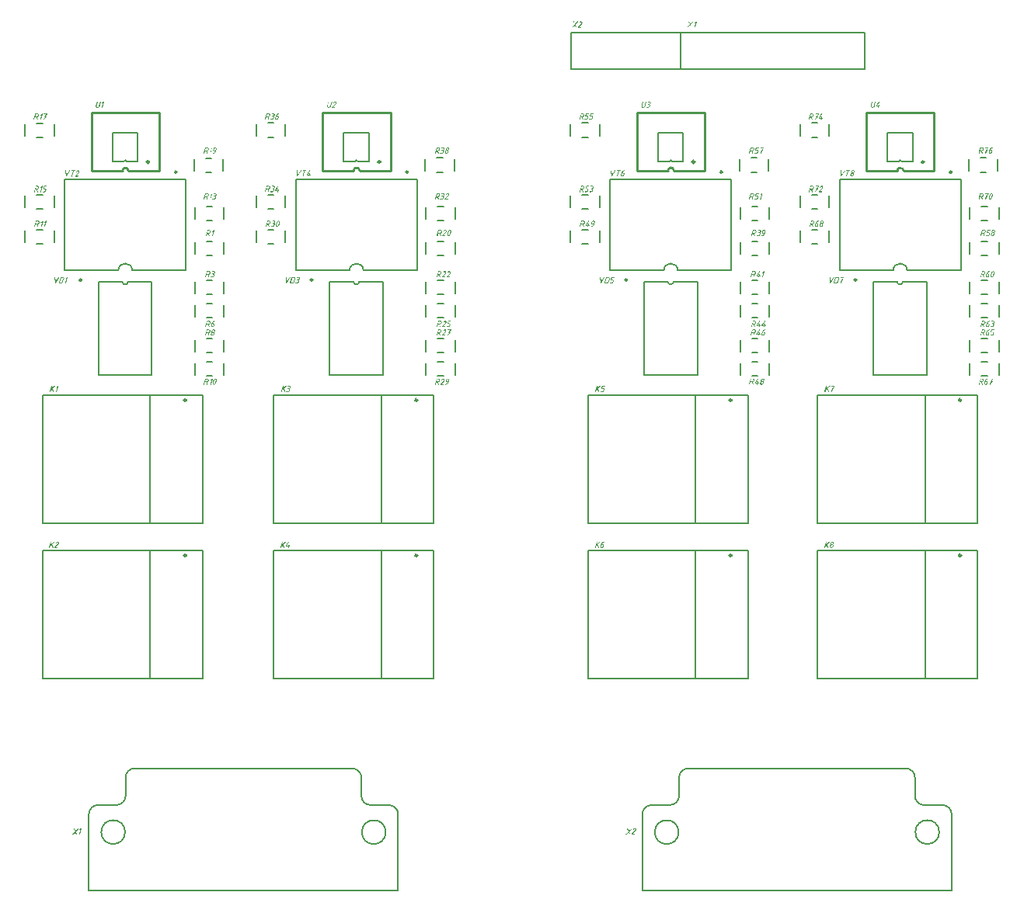
<source format=gto>
G04*
G04 #@! TF.GenerationSoftware,Altium Limited,Altium Designer,20.1.10 (176)*
G04*
G04 Layer_Color=439754*
%FSAX42Y42*%
%MOMM*%
G71*
G04*
G04 #@! TF.SameCoordinates,05C6C66F-C92C-4908-9B6B-627AEAEC3FAA*
G04*
G04*
G04 #@! TF.FilePolarity,Positive*
G04*
G01*
G75*
%ADD10C,0.15*%
%ADD11C,0.25*%
%ADD12C,0.20*%
%ADD13C,0.15*%
G36*
X012542Y013309D02*
X012543Y013309D01*
X012544Y013309D01*
X012545Y013308D01*
X012545Y013308D01*
X012546Y013307D01*
X012546Y013307D01*
X012546Y013306D01*
X012546Y013305D01*
Y013305D01*
Y013305D01*
X012546Y013304D01*
X012546Y013304D01*
X012546Y013303D01*
X012545Y013303D01*
X012545Y013302D01*
X012518Y013274D01*
X012529Y013247D01*
X012529Y013247D01*
X012530Y013246D01*
X012530Y013246D01*
X012530Y013245D01*
Y013245D01*
Y013245D01*
X012530Y013244D01*
X012530Y013243D01*
X012529Y013243D01*
X012529Y013242D01*
X012528Y013241D01*
X012527Y013241D01*
X012527Y013241D01*
X012526Y013241D01*
X012525Y013240D01*
X012525D01*
X012524Y013241D01*
X012524Y013241D01*
X012523Y013241D01*
X012523Y013241D01*
X012522Y013242D01*
X012522Y013242D01*
X012511Y013268D01*
X012487Y013242D01*
X012487Y013242D01*
X012487Y013242D01*
X012486Y013241D01*
X012486Y013241D01*
X012485Y013241D01*
X012484Y013241D01*
X012484Y013240D01*
X012484D01*
X012483Y013241D01*
X012482Y013241D01*
X012482Y013241D01*
X012481Y013242D01*
X012480Y013242D01*
X012480Y013243D01*
X012479Y013244D01*
X012479Y013245D01*
Y013245D01*
Y013245D01*
X012479Y013245D01*
Y013246D01*
X012480Y013247D01*
X012480Y013247D01*
X012480Y013247D01*
X012508Y013276D01*
X012496Y013303D01*
Y013304D01*
X012496Y013304D01*
X012496Y013304D01*
X012496Y013305D01*
Y013305D01*
Y013305D01*
X012496Y013306D01*
X012496Y013307D01*
X012496Y013307D01*
X012497Y013308D01*
X012497Y013309D01*
X012498Y013309D01*
X012499Y013309D01*
X012500Y013310D01*
X012500D01*
X012500Y013309D01*
X012501Y013309D01*
X012501Y013309D01*
X012502Y013309D01*
X012503Y013308D01*
X012503Y013307D01*
X012504Y013306D01*
X012504Y013305D01*
X012514Y013282D01*
X012539Y013309D01*
Y013309D01*
X012539Y013309D01*
X012540Y013309D01*
X012540Y013309D01*
X012540Y013309D01*
X012541Y013310D01*
X012542D01*
X012542Y013309D01*
D02*
G37*
G36*
X012580D02*
X012581Y013309D01*
X012581Y013309D01*
X012583Y013309D01*
X012584Y013308D01*
X012585Y013308D01*
X012586Y013307D01*
X012587Y013307D01*
X012588Y013306D01*
X012589Y013305D01*
X012590Y013304D01*
X012591Y013303D01*
X012591Y013302D01*
X012591Y013302D01*
X012591Y013301D01*
X012592Y013300D01*
X012592Y013299D01*
X012593Y013298D01*
X012593Y013297D01*
X012593Y013295D01*
Y013295D01*
Y013295D01*
Y013295D01*
X012593Y013294D01*
X012593Y013293D01*
X012593Y013293D01*
X012592Y013292D01*
X012592Y013291D01*
X012592Y013290D01*
X012591Y013289D01*
X012591Y013287D01*
X012590Y013286D01*
X012589Y013285D01*
X012589Y013284D01*
X012588Y013282D01*
X012587Y013281D01*
X012556Y013249D01*
X012575D01*
X012576Y013249D01*
X012577Y013249D01*
X012578Y013249D01*
X012578Y013248D01*
X012579Y013247D01*
X012579Y013246D01*
X012580Y013246D01*
X012580Y013245D01*
Y013245D01*
Y013245D01*
X012580Y013244D01*
X012579Y013244D01*
X012579Y013243D01*
X012579Y013242D01*
X012578Y013241D01*
X012577Y013241D01*
X012577Y013241D01*
X012576Y013241D01*
X012575Y013240D01*
X012547D01*
X012547Y013241D01*
X012546Y013241D01*
X012545Y013241D01*
X012545Y013242D01*
X012544Y013242D01*
X012544Y013243D01*
X012543Y013243D01*
X012543Y013244D01*
X012543Y013245D01*
Y013245D01*
Y013245D01*
X012543Y013246D01*
X012543Y013246D01*
X012544Y013246D01*
X012544Y013247D01*
X012545Y013248D01*
X012545Y013248D01*
X012580Y013287D01*
X012580Y013287D01*
X012580Y013287D01*
X012581Y013288D01*
X012581Y013289D01*
X012582Y013290D01*
X012583Y013291D01*
X012583Y013292D01*
X012584Y013294D01*
X012584Y013294D01*
Y013295D01*
Y013295D01*
Y013295D01*
X012584Y013296D01*
Y013296D01*
X012584Y013297D01*
X012583Y013298D01*
X012583Y013298D01*
X012582Y013299D01*
X012582Y013299D01*
X012581Y013300D01*
X012580Y013300D01*
X012579Y013301D01*
X012578Y013301D01*
X012577Y013301D01*
X012577D01*
X012576Y013301D01*
X012575Y013301D01*
X012574Y013300D01*
X012573Y013300D01*
X012572Y013299D01*
X012571Y013298D01*
X012570Y013298D01*
X012569Y013297D01*
X012568Y013296D01*
X012568Y013296D01*
X012568Y013296D01*
X012567Y013296D01*
X012567Y013295D01*
X012566Y013295D01*
X012566Y013294D01*
X012564Y013292D01*
X012564Y013292D01*
X012564Y013292D01*
X012564Y013292D01*
X012564Y013292D01*
X012563Y013291D01*
X012562Y013291D01*
X012562Y013291D01*
X012561Y013291D01*
X012561D01*
X012560Y013291D01*
X012560Y013291D01*
X012559Y013291D01*
X012558Y013292D01*
X012558Y013292D01*
X012558Y013292D01*
X012558Y013292D01*
X012558Y013292D01*
X012557Y013293D01*
X012557Y013294D01*
X012557Y013294D01*
X012557Y013295D01*
Y013295D01*
Y013295D01*
X012557Y013296D01*
X012557Y013296D01*
X012557Y013296D01*
X012557Y013296D01*
X012557Y013296D01*
X012558Y013296D01*
X012558Y013297D01*
X012558Y013297D01*
X012558Y013297D01*
X012559Y013298D01*
X012559Y013299D01*
X012560Y013300D01*
X012562Y013302D01*
X012563Y013304D01*
X012565Y013305D01*
X012566Y013306D01*
X012567Y013306D01*
X012567D01*
X012567Y013307D01*
X012567Y013307D01*
X012567Y013307D01*
X012568Y013307D01*
X012569Y013307D01*
X012570Y013308D01*
X012572Y013309D01*
X012574Y013309D01*
X012576Y013309D01*
X012579Y013310D01*
X012579D01*
X012580Y013309D01*
D02*
G37*
G36*
X008940Y020485D02*
X008940Y020485D01*
X008941Y020484D01*
X008942Y020484D01*
X008943Y020483D01*
X008943Y020483D01*
X008943Y020482D01*
X008943Y020481D01*
X008943Y020481D01*
Y020481D01*
Y020480D01*
X008943Y020480D01*
X008943Y020479D01*
X008943Y020478D01*
X008906Y020418D01*
X008906Y020418D01*
X008906Y020418D01*
X008905Y020417D01*
X008905Y020417D01*
X008904Y020417D01*
X008904Y020416D01*
X008903Y020416D01*
X008902Y020416D01*
X008902D01*
X008902Y020416D01*
X008901Y020416D01*
X008900Y020417D01*
X008899Y020417D01*
X008899Y020418D01*
X008898Y020419D01*
X008898Y020419D01*
X008898Y020420D01*
X008893Y020481D01*
Y020481D01*
Y020481D01*
X008893Y020481D01*
X008893Y020482D01*
X008893Y020482D01*
X008894Y020483D01*
X008894Y020483D01*
X008894Y020484D01*
X008894Y020484D01*
X008895Y020484D01*
X008895Y020484D01*
X008895Y020484D01*
X008896Y020485D01*
X008897Y020485D01*
X008898Y020485D01*
X008898D01*
X008898Y020485D01*
X008899Y020485D01*
X008900Y020485D01*
X008900Y020484D01*
X008901Y020483D01*
X008902Y020483D01*
X008902Y020481D01*
X008905Y020432D01*
X008935Y020483D01*
X008935Y020483D01*
X008935Y020483D01*
X008936Y020483D01*
X008936Y020484D01*
X008937Y020484D01*
X008937Y020485D01*
X008938Y020485D01*
X008939Y020485D01*
X008939D01*
X008940Y020485D01*
D02*
G37*
G36*
X009032D02*
X009033Y020485D01*
X009034Y020484D01*
X009035Y020484D01*
X009036Y020483D01*
X009036Y020482D01*
X009036Y020481D01*
X009036Y020481D01*
Y020481D01*
Y020481D01*
X009036Y020480D01*
X009036Y020479D01*
X009036Y020478D01*
X009012Y020438D01*
X009026D01*
X009029Y020448D01*
X009029Y020449D01*
X009029Y020449D01*
X009029Y020449D01*
X009030Y020450D01*
X009030Y020451D01*
X009031Y020451D01*
X009032Y020451D01*
X009033Y020452D01*
X009033D01*
X009034Y020451D01*
X009035Y020451D01*
X009035Y020451D01*
X009036Y020451D01*
X009037Y020450D01*
X009037Y020449D01*
X009038Y020448D01*
X009038Y020447D01*
Y020447D01*
Y020447D01*
X009038Y020446D01*
X009037Y020446D01*
X009035Y020438D01*
X009040D01*
X009041Y020438D01*
X009041Y020438D01*
X009042Y020438D01*
X009043Y020437D01*
X009044Y020436D01*
X009044Y020435D01*
X009044Y020435D01*
X009044Y020434D01*
Y020434D01*
Y020434D01*
X009044Y020433D01*
X009044Y020432D01*
X009044Y020432D01*
X009043Y020431D01*
X009042Y020430D01*
X009042Y020430D01*
X009041Y020430D01*
X009041Y020429D01*
X009040Y020429D01*
X009033D01*
X009030Y020419D01*
Y020419D01*
X009030Y020419D01*
X009030Y020418D01*
X009029Y020418D01*
X009029Y020417D01*
X009028Y020417D01*
X009027Y020416D01*
X009026Y020416D01*
X009026D01*
X009025Y020416D01*
X009025Y020416D01*
X009024Y020417D01*
X009023Y020417D01*
X009022Y020418D01*
X009022Y020418D01*
X009022Y020419D01*
X009022Y020420D01*
X009022Y020420D01*
Y020420D01*
Y020421D01*
X009022Y020421D01*
X009022Y020422D01*
X009024Y020429D01*
X009005D01*
X009005Y020429D01*
X009004Y020430D01*
X009003Y020430D01*
X009003Y020430D01*
X009002Y020431D01*
X009002Y020431D01*
X009002Y020431D01*
X009002Y020431D01*
X009002Y020432D01*
X009001Y020433D01*
X009001Y020433D01*
X009001Y020434D01*
Y020434D01*
Y020434D01*
X009001Y020435D01*
X009001Y020435D01*
X009001Y020436D01*
X009028Y020482D01*
X009028Y020482D01*
X009028Y020483D01*
X009028Y020483D01*
X009029Y020484D01*
X009029Y020484D01*
X009030Y020485D01*
X009031Y020485D01*
X009032Y020485D01*
X009032D01*
X009032Y020485D01*
D02*
G37*
G36*
X008997D02*
X008997Y020485D01*
X008998Y020484D01*
X008999Y020484D01*
X009000Y020483D01*
X009000Y020482D01*
X009000Y020481D01*
X009000Y020481D01*
Y020481D01*
Y020481D01*
X009000Y020480D01*
X009000Y020479D01*
X009000Y020479D01*
X008999Y020478D01*
X008998Y020477D01*
X008998Y020477D01*
X008997Y020476D01*
X008997Y020476D01*
X008996Y020476D01*
X008982D01*
X008966Y020419D01*
Y020419D01*
X008966Y020418D01*
X008966Y020418D01*
X008966Y020417D01*
X008965Y020417D01*
X008964Y020416D01*
X008963Y020416D01*
X008962Y020416D01*
X008962D01*
X008962Y020416D01*
X008961Y020416D01*
X008960Y020417D01*
X008960Y020417D01*
X008959Y020417D01*
X008959Y020417D01*
X008959Y020417D01*
X008959Y020418D01*
X008959Y020418D01*
X008958Y020419D01*
X008958Y020420D01*
X008958Y020420D01*
Y020420D01*
Y020421D01*
X008958Y020421D01*
X008958Y020422D01*
X008973Y020476D01*
X008961D01*
X008960Y020476D01*
X008960Y020477D01*
X008959Y020477D01*
X008958Y020477D01*
X008957Y020478D01*
X008957Y020479D01*
X008957Y020479D01*
X008957Y020480D01*
X008957Y020481D01*
Y020481D01*
Y020481D01*
X008957Y020481D01*
X008957Y020482D01*
X008957Y020483D01*
X008958Y020484D01*
X008959Y020484D01*
X008959Y020485D01*
X008960Y020485D01*
X008960Y020485D01*
X008961Y020485D01*
X008996D01*
X008997Y020485D01*
D02*
G37*
G36*
X008691Y020315D02*
X008692Y020315D01*
X008692Y020314D01*
X008693Y020314D01*
X008694Y020313D01*
X008694Y020312D01*
X008695Y020311D01*
X008695Y020311D01*
Y020311D01*
Y020311D01*
X008695Y020310D01*
X008694Y020309D01*
X008694Y020308D01*
X008670Y020268D01*
X008685D01*
X008687Y020278D01*
X008687Y020279D01*
X008688Y020279D01*
X008688Y020279D01*
X008688Y020280D01*
X008689Y020281D01*
X008689Y020281D01*
X008690Y020281D01*
X008692Y020282D01*
X008692D01*
X008692Y020281D01*
X008693Y020281D01*
X008694Y020281D01*
X008695Y020280D01*
X008695Y020280D01*
X008696Y020279D01*
X008696Y020278D01*
X008696Y020277D01*
Y020277D01*
Y020277D01*
X008696Y020276D01*
X008696Y020276D01*
X008693Y020268D01*
X008699D01*
X008699Y020268D01*
X008700Y020268D01*
X008701Y020268D01*
X008701Y020267D01*
X008702Y020266D01*
X008703Y020265D01*
X008703Y020265D01*
X008703Y020264D01*
Y020264D01*
Y020264D01*
X008703Y020263D01*
X008702Y020262D01*
X008702Y020262D01*
X008702Y020261D01*
X008701Y020260D01*
X008700Y020260D01*
X008700Y020260D01*
X008699Y020259D01*
X008698Y020259D01*
X008691D01*
X008689Y020249D01*
Y020249D01*
X008688Y020249D01*
X008688Y020248D01*
X008688Y020248D01*
X008687Y020247D01*
X008687Y020247D01*
X008686Y020246D01*
X008685Y020246D01*
X008684D01*
X008684Y020246D01*
X008683Y020246D01*
X008682Y020247D01*
X008681Y020247D01*
X008681Y020248D01*
X008680Y020248D01*
X008680Y020249D01*
X008680Y020250D01*
X008680Y020250D01*
Y020250D01*
Y020251D01*
X008680Y020251D01*
X008680Y020252D01*
X008683Y020259D01*
X008663D01*
X008663Y020259D01*
X008663Y020260D01*
X008662Y020260D01*
X008661Y020260D01*
X008661Y020261D01*
X008660Y020261D01*
X008660Y020261D01*
X008660Y020261D01*
X008660Y020262D01*
X008659Y020263D01*
X008659Y020263D01*
X008659Y020264D01*
Y020264D01*
Y020264D01*
X008659Y020265D01*
X008660Y020265D01*
X008660Y020266D01*
X008686Y020312D01*
X008686Y020312D01*
X008686Y020313D01*
X008687Y020313D01*
X008687Y020314D01*
X008688Y020314D01*
X008688Y020315D01*
X008689Y020315D01*
X008690Y020315D01*
X008690D01*
X008691Y020315D01*
D02*
G37*
G36*
X008642D02*
X008643D01*
X008643Y020315D01*
X008644Y020315D01*
X008646Y020314D01*
X008647Y020314D01*
X008648Y020313D01*
X008649Y020313D01*
X008650Y020312D01*
X008651Y020311D01*
X008652Y020310D01*
X008653Y020309D01*
X008654Y020307D01*
X008654Y020307D01*
X008654Y020307D01*
X008654Y020306D01*
X008655Y020305D01*
X008655Y020304D01*
X008655Y020303D01*
X008656Y020302D01*
X008656Y020300D01*
Y020300D01*
Y020300D01*
Y020300D01*
X008656Y020299D01*
X008656Y020298D01*
X008655Y020297D01*
Y020297D01*
X008655Y020296D01*
X008655Y020296D01*
X008655Y020295D01*
X008654Y020294D01*
X008654Y020293D01*
X008653Y020292D01*
X008653Y020291D01*
X008652Y020290D01*
X008651Y020289D01*
X008650Y020287D01*
X008649Y020286D01*
X008648Y020285D01*
X008647Y020284D01*
X008646Y020284D01*
X008644Y020283D01*
X008645D01*
X008645Y020283D01*
X008645Y020283D01*
X008646Y020282D01*
X008647Y020281D01*
X008647Y020281D01*
X008647Y020280D01*
X008648Y020280D01*
X008648Y020279D01*
X008648Y020278D01*
X008649Y020277D01*
X008649Y020276D01*
Y020274D01*
Y020274D01*
Y020274D01*
Y020274D01*
X008649Y020273D01*
X008649Y020272D01*
X008648Y020272D01*
X008648Y020270D01*
X008646Y020263D01*
Y020263D01*
X008646Y020263D01*
X008646Y020262D01*
X008646Y020262D01*
X008645Y020261D01*
X008645Y020260D01*
X008644Y020258D01*
X008644Y020257D01*
X008643Y020256D01*
X008642Y020255D01*
X008641Y020253D01*
X008640Y020252D01*
X008639Y020251D01*
X008638Y020250D01*
X008636Y020249D01*
X008635Y020248D01*
X008634D01*
X008634Y020248D01*
X008634Y020248D01*
X008634Y020248D01*
X008633Y020248D01*
X008633Y020247D01*
X008631Y020247D01*
X008630Y020247D01*
X008628Y020246D01*
X008626Y020246D01*
X008623Y020246D01*
X008610D01*
X008610Y020246D01*
X008609Y020246D01*
X008608Y020247D01*
X008608Y020247D01*
X008607Y020248D01*
X008607Y020248D01*
X008606Y020249D01*
X008606Y020250D01*
X008606Y020250D01*
Y020250D01*
Y020251D01*
X008606Y020251D01*
X008606Y020252D01*
X008607Y020253D01*
X008607Y020253D01*
X008608Y020254D01*
X008608Y020254D01*
X008609Y020255D01*
X008610Y020255D01*
X008610Y020255D01*
X008626D01*
X008627Y020255D01*
X008628Y020255D01*
X008629Y020255D01*
X008630Y020256D01*
X008631Y020256D01*
X008633Y020257D01*
X008633Y020257D01*
X008633Y020258D01*
X008634Y020258D01*
X008635Y020259D01*
X008635Y020260D01*
X008636Y020261D01*
X008637Y020263D01*
X008637Y020264D01*
X008639Y020270D01*
Y020270D01*
X008639Y020271D01*
X008639Y020271D01*
X008639Y020272D01*
X008640Y020273D01*
X008640Y020274D01*
Y020274D01*
Y020275D01*
Y020275D01*
X008640Y020275D01*
X008639Y020276D01*
X008639Y020277D01*
X008638Y020277D01*
X008638Y020278D01*
X008637Y020278D01*
X008637Y020279D01*
X008636Y020279D01*
X008635Y020279D01*
X008634Y020279D01*
X008632Y020280D01*
X008626D01*
X008626Y020280D01*
X008625Y020280D01*
X008624Y020280D01*
X008623Y020281D01*
X008623Y020281D01*
X008622Y020282D01*
X008622Y020282D01*
X008622Y020283D01*
X008622Y020284D01*
Y020284D01*
Y020284D01*
X008622Y020285D01*
X008622Y020285D01*
X008622Y020286D01*
X008623Y020287D01*
X008624Y020288D01*
X008624Y020288D01*
X008625Y020288D01*
X008626Y020288D01*
X008626Y020288D01*
X008635D01*
X008635Y020288D01*
X008636Y020289D01*
X008637Y020289D01*
X008639Y020289D01*
X008641Y020290D01*
X008641Y020291D01*
X008642Y020291D01*
X008643Y020292D01*
X008644Y020293D01*
X008644Y020293D01*
X008644Y020293D01*
X008644Y020294D01*
X008645Y020294D01*
X008645Y020295D01*
X008646Y020296D01*
X008646Y020297D01*
X008646Y020297D01*
Y020298D01*
X008646Y020298D01*
X008646Y020298D01*
X008646Y020298D01*
X008647Y020299D01*
X008647Y020300D01*
Y020300D01*
Y020301D01*
Y020301D01*
X008647Y020301D01*
X008646Y020302D01*
X008646Y020303D01*
X008645Y020304D01*
X008645Y020304D01*
X008644Y020305D01*
X008644Y020305D01*
X008643Y020306D01*
X008642Y020306D01*
X008641Y020306D01*
X008640Y020306D01*
X008626D01*
X008626Y020306D01*
X008625Y020307D01*
X008624Y020307D01*
X008624Y020307D01*
X008623Y020308D01*
X008623Y020309D01*
X008622Y020309D01*
X008622Y020310D01*
X008622Y020311D01*
Y020311D01*
Y020311D01*
X008622Y020311D01*
X008622Y020312D01*
X008623Y020313D01*
X008623Y020314D01*
X008624Y020314D01*
X008625Y020315D01*
X008625Y020315D01*
X008626Y020315D01*
X008627Y020315D01*
X008642D01*
X008642Y020315D01*
D02*
G37*
G36*
X008589D02*
X008590Y020315D01*
X008590Y020315D01*
X008591Y020315D01*
X008592Y020314D01*
X008593Y020314D01*
X008595Y020313D01*
X008596Y020313D01*
X008597Y020312D01*
X008598Y020311D01*
X008599Y020310D01*
X008601Y020309D01*
X008602Y020307D01*
X008603Y020306D01*
X008603Y020305D01*
X008603Y020305D01*
X008604Y020304D01*
X008604Y020303D01*
X008604Y020302D01*
X008605Y020300D01*
X008605Y020299D01*
X008605Y020297D01*
Y020297D01*
Y020297D01*
Y020297D01*
X008605Y020296D01*
X008605Y020295D01*
X008605Y020294D01*
Y020293D01*
X008605Y020293D01*
X008604Y020293D01*
X008604Y020292D01*
X008604Y020291D01*
X008603Y020290D01*
X008603Y020289D01*
X008602Y020288D01*
X008601Y020286D01*
X008600Y020284D01*
X008599Y020283D01*
X008598Y020282D01*
X008597Y020281D01*
X008596Y020280D01*
X008595Y020279D01*
X008595Y020279D01*
X008594Y020279D01*
X008593Y020278D01*
X008592Y020277D01*
X008591Y020276D01*
X008590Y020275D01*
X008588Y020275D01*
X008587Y020274D01*
X008593Y020251D01*
Y020251D01*
X008593Y020251D01*
X008593Y020250D01*
Y020250D01*
Y020250D01*
X008593Y020250D01*
X008593Y020249D01*
X008592Y020248D01*
X008592Y020247D01*
X008591Y020247D01*
X008590Y020246D01*
X008590Y020246D01*
X008589Y020246D01*
X008588Y020246D01*
X008588D01*
X008588Y020246D01*
X008587Y020246D01*
X008587Y020246D01*
X008586Y020247D01*
X008585Y020247D01*
X008585Y020248D01*
X008584Y020249D01*
X008578Y020273D01*
X008564D01*
X008558Y020249D01*
Y020249D01*
X008558Y020248D01*
X008557Y020248D01*
X008557Y020247D01*
X008557Y020247D01*
X008556Y020246D01*
X008555Y020246D01*
X008554Y020246D01*
X008554D01*
X008553Y020246D01*
X008553Y020246D01*
X008552Y020247D01*
X008551Y020247D01*
X008551Y020247D01*
X008551Y020247D01*
X008550Y020247D01*
X008550Y020248D01*
X008550Y020248D01*
X008550Y020249D01*
X008549Y020250D01*
X008549Y020250D01*
Y020250D01*
Y020251D01*
X008549Y020251D01*
X008550Y020252D01*
X008565Y020311D01*
Y020311D01*
X008566Y020311D01*
X008566Y020312D01*
X008566Y020312D01*
X008566Y020313D01*
X008567Y020314D01*
X008568Y020314D01*
X008569Y020315D01*
X008570Y020315D01*
X008589D01*
X008589Y020315D01*
D02*
G37*
G36*
X008697Y019935D02*
X008698Y019935D01*
X008699Y019934D01*
X008700Y019934D01*
X008701Y019934D01*
X008702Y019933D01*
X008703Y019932D01*
X008704Y019931D01*
X008705Y019929D01*
X008706Y019928D01*
X008707Y019926D01*
X008708Y019923D01*
X008708Y019922D01*
X008708Y019921D01*
X008708Y019919D01*
Y019918D01*
Y019918D01*
Y019917D01*
X008708Y019916D01*
Y019915D01*
X008708Y019913D01*
X008708Y019912D01*
X008707Y019910D01*
X008707Y019908D01*
X008707Y019905D01*
X008706Y019902D01*
X008705Y019900D01*
X008705Y019897D01*
X008704Y019894D01*
X008702Y019890D01*
X008701Y019887D01*
X008700Y019884D01*
Y019883D01*
X008699Y019883D01*
X008699Y019883D01*
X008699Y019883D01*
X008699Y019882D01*
X008698Y019881D01*
X008697Y019879D01*
X008696Y019878D01*
X008695Y019876D01*
X008694Y019875D01*
X008692Y019873D01*
X008691Y019872D01*
X008689Y019870D01*
X008687Y019869D01*
X008685Y019868D01*
X008683Y019867D01*
X008682Y019866D01*
X008681Y019866D01*
X008679Y019866D01*
X008678Y019866D01*
X008678D01*
X008677Y019866D01*
X008676Y019866D01*
X008675Y019867D01*
X008674Y019867D01*
X008673Y019867D01*
X008672Y019868D01*
X008671Y019869D01*
X008670Y019870D01*
X008669Y019872D01*
X008668Y019873D01*
X008667Y019875D01*
X008667Y019878D01*
X008667Y019879D01*
X008666Y019880D01*
X008666Y019882D01*
Y019883D01*
Y019883D01*
Y019883D01*
Y019884D01*
X008666Y019885D01*
X008666Y019886D01*
X008667Y019888D01*
X008667Y019889D01*
X008667Y019891D01*
X008667Y019893D01*
X008668Y019896D01*
X008668Y019899D01*
X008669Y019901D01*
X008670Y019904D01*
X008671Y019907D01*
X008672Y019911D01*
X008673Y019914D01*
X008675Y019917D01*
Y019917D01*
X008675Y019917D01*
X008675Y019918D01*
X008675Y019918D01*
X008676Y019919D01*
X008676Y019920D01*
X008677Y019921D01*
X008678Y019923D01*
X008679Y019924D01*
X008681Y019926D01*
X008682Y019928D01*
X008684Y019929D01*
X008685Y019931D01*
X008687Y019932D01*
X008689Y019933D01*
X008692Y019934D01*
X008693Y019935D01*
X008694Y019935D01*
X008695Y019935D01*
X008696Y019935D01*
X008697D01*
X008697Y019935D01*
D02*
G37*
G36*
X008647D02*
X008648D01*
X008649Y019935D01*
X008649Y019935D01*
X008651Y019934D01*
X008652Y019934D01*
X008653Y019933D01*
X008654Y019933D01*
X008655Y019932D01*
X008656Y019931D01*
X008657Y019930D01*
X008658Y019929D01*
X008659Y019927D01*
X008659Y019927D01*
X008659Y019927D01*
X008660Y019926D01*
X008660Y019925D01*
X008660Y019924D01*
X008661Y019923D01*
X008661Y019922D01*
X008661Y019920D01*
Y019920D01*
Y019920D01*
Y019920D01*
X008661Y019919D01*
X008661Y019918D01*
X008660Y019917D01*
Y019917D01*
X008660Y019916D01*
X008660Y019916D01*
X008660Y019915D01*
X008660Y019914D01*
X008659Y019913D01*
X008659Y019912D01*
X008658Y019911D01*
X008657Y019910D01*
X008656Y019909D01*
X008656Y019907D01*
X008655Y019906D01*
X008654Y019905D01*
X008652Y019904D01*
X008651Y019904D01*
X008650Y019903D01*
X008650D01*
X008650Y019903D01*
X008650Y019903D01*
X008651Y019902D01*
X008652Y019901D01*
X008652Y019901D01*
X008653Y019900D01*
X008653Y019900D01*
X008653Y019899D01*
X008654Y019898D01*
X008654Y019897D01*
X008654Y019896D01*
Y019894D01*
Y019894D01*
Y019894D01*
Y019894D01*
X008654Y019893D01*
X008654Y019892D01*
X008654Y019892D01*
X008653Y019890D01*
X008651Y019883D01*
Y019883D01*
X008651Y019883D01*
X008651Y019882D01*
X008651Y019882D01*
X008650Y019881D01*
X008650Y019880D01*
X008649Y019878D01*
X008649Y019877D01*
X008648Y019876D01*
X008647Y019875D01*
X008646Y019873D01*
X008645Y019872D01*
X008644Y019871D01*
X008643Y019870D01*
X008641Y019869D01*
X008640Y019868D01*
X008640D01*
X008639Y019868D01*
X008639Y019868D01*
X008639Y019868D01*
X008638Y019868D01*
X008638Y019867D01*
X008636Y019867D01*
X008635Y019867D01*
X008633Y019866D01*
X008631Y019866D01*
X008629Y019866D01*
X008616D01*
X008615Y019866D01*
X008614Y019866D01*
X008614Y019867D01*
X008613Y019867D01*
X008612Y019868D01*
X008612Y019868D01*
X008611Y019869D01*
X008611Y019870D01*
X008611Y019870D01*
Y019870D01*
Y019871D01*
X008611Y019871D01*
X008612Y019872D01*
X008612Y019873D01*
X008612Y019873D01*
X008613Y019874D01*
X008614Y019874D01*
X008614Y019875D01*
X008615Y019875D01*
X008616Y019875D01*
X008631D01*
X008632Y019875D01*
X008633Y019875D01*
X008634Y019875D01*
X008635Y019876D01*
X008637Y019876D01*
X008638Y019877D01*
X008638Y019877D01*
X008638Y019878D01*
X008639Y019878D01*
X008640Y019879D01*
X008641Y019880D01*
X008641Y019881D01*
X008642Y019883D01*
X008643Y019884D01*
X008644Y019890D01*
Y019890D01*
X008644Y019891D01*
X008644Y019891D01*
X008645Y019892D01*
X008645Y019893D01*
X008645Y019894D01*
Y019894D01*
Y019895D01*
Y019895D01*
X008645Y019895D01*
X008644Y019896D01*
X008644Y019897D01*
X008644Y019897D01*
X008643Y019898D01*
X008642Y019898D01*
X008642Y019899D01*
X008641Y019899D01*
X008640Y019899D01*
X008639Y019899D01*
X008638Y019900D01*
X008631D01*
X008631Y019900D01*
X008630Y019900D01*
X008629Y019900D01*
X008629Y019901D01*
X008628Y019901D01*
X008628Y019902D01*
X008627Y019902D01*
X008627Y019903D01*
X008627Y019904D01*
Y019904D01*
Y019904D01*
X008627Y019905D01*
X008627Y019905D01*
X008628Y019906D01*
X008628Y019907D01*
X008629Y019908D01*
X008629Y019908D01*
X008630Y019908D01*
X008631Y019908D01*
X008632Y019908D01*
X008640D01*
X008640Y019908D01*
X008641Y019909D01*
X008643Y019909D01*
X008644Y019909D01*
X008646Y019910D01*
X008647Y019911D01*
X008647Y019911D01*
X008648Y019912D01*
X008649Y019913D01*
X008649Y019913D01*
X008649Y019913D01*
X008650Y019914D01*
X008650Y019914D01*
X008650Y019915D01*
X008651Y019916D01*
X008651Y019917D01*
X008651Y019917D01*
Y019918D01*
X008651Y019918D01*
X008652Y019918D01*
X008652Y019918D01*
X008652Y019919D01*
X008652Y019920D01*
Y019920D01*
Y019921D01*
Y019921D01*
X008652Y019921D01*
X008651Y019922D01*
X008651Y019923D01*
X008651Y019924D01*
X008650Y019924D01*
X008650Y019925D01*
X008649Y019925D01*
X008648Y019926D01*
X008647Y019926D01*
X008646Y019926D01*
X008645Y019926D01*
X008632D01*
X008631Y019926D01*
X008630Y019927D01*
X008630Y019927D01*
X008629Y019927D01*
X008628Y019928D01*
X008628Y019929D01*
X008628Y019929D01*
X008627Y019930D01*
X008627Y019931D01*
Y019931D01*
Y019931D01*
X008627Y019931D01*
X008628Y019932D01*
X008628Y019933D01*
X008628Y019934D01*
X008629Y019934D01*
X008630Y019935D01*
X008630Y019935D01*
X008631Y019935D01*
X008632Y019935D01*
X008647D01*
X008647Y019935D01*
D02*
G37*
G36*
X008594D02*
X008595Y019935D01*
X008596Y019935D01*
X008597Y019935D01*
X008598Y019934D01*
X008599Y019934D01*
X008600Y019933D01*
X008601Y019933D01*
X008602Y019932D01*
X008603Y019931D01*
X008605Y019930D01*
X008606Y019929D01*
X008607Y019927D01*
X008608Y019926D01*
X008608Y019925D01*
X008608Y019925D01*
X008609Y019924D01*
X008609Y019923D01*
X008610Y019922D01*
X008610Y019920D01*
X008610Y019919D01*
X008610Y019917D01*
Y019917D01*
Y019917D01*
Y019917D01*
X008610Y019916D01*
X008610Y019915D01*
X008610Y019914D01*
Y019913D01*
X008610Y019913D01*
X008610Y019913D01*
X008609Y019912D01*
X008609Y019911D01*
X008609Y019910D01*
X008608Y019909D01*
X008608Y019908D01*
X008606Y019906D01*
X008605Y019904D01*
X008604Y019903D01*
X008604Y019902D01*
X008602Y019901D01*
X008601Y019900D01*
X008600Y019899D01*
X008600Y019899D01*
X008599Y019899D01*
X008598Y019898D01*
X008597Y019897D01*
X008596Y019896D01*
X008595Y019895D01*
X008593Y019895D01*
X008592Y019894D01*
X008598Y019871D01*
Y019871D01*
X008598Y019871D01*
X008598Y019870D01*
Y019870D01*
Y019870D01*
X008598Y019870D01*
X008598Y019869D01*
X008598Y019868D01*
X008597Y019867D01*
X008596Y019867D01*
X008596Y019866D01*
X008595Y019866D01*
X008594Y019866D01*
X008594Y019866D01*
X008593D01*
X008593Y019866D01*
X008592Y019866D01*
X008592Y019866D01*
X008591Y019867D01*
X008590Y019867D01*
X008590Y019868D01*
X008589Y019869D01*
X008583Y019893D01*
X008570D01*
X008563Y019869D01*
Y019869D01*
X008563Y019868D01*
X008563Y019868D01*
X008562Y019867D01*
X008562Y019867D01*
X008561Y019866D01*
X008560Y019866D01*
X008559Y019866D01*
X008559D01*
X008558Y019866D01*
X008558Y019866D01*
X008557Y019867D01*
X008556Y019867D01*
X008556Y019867D01*
X008556Y019867D01*
X008556Y019867D01*
X008555Y019868D01*
X008555Y019868D01*
X008555Y019869D01*
X008555Y019870D01*
X008555Y019870D01*
Y019870D01*
Y019871D01*
X008555Y019871D01*
X008555Y019872D01*
X008571Y019931D01*
Y019931D01*
X008571Y019931D01*
X008571Y019932D01*
X008571Y019932D01*
X008572Y019933D01*
X008572Y019934D01*
X008573Y019934D01*
X008575Y019935D01*
X008575Y019935D01*
X008594D01*
X008594Y019935D01*
D02*
G37*
G36*
X010542Y020235D02*
X010543Y020235D01*
X010544Y020235D01*
X010545Y020234D01*
X010546Y020234D01*
X010547Y020233D01*
X010549Y020233D01*
X010550Y020232D01*
X010551Y020231D01*
X010551Y020230D01*
X010552Y020229D01*
X010553Y020228D01*
X010553Y020228D01*
X010554Y020227D01*
X010554Y020227D01*
X010554Y020226D01*
X010555Y020225D01*
X010555Y020224D01*
X010555Y020222D01*
X010555Y020221D01*
Y020221D01*
Y020220D01*
Y020220D01*
X010555Y020220D01*
X010555Y020219D01*
X010555Y020218D01*
X010555Y020217D01*
X010554Y020216D01*
X010554Y020215D01*
X010554Y020214D01*
X010553Y020213D01*
X010553Y020212D01*
X010552Y020210D01*
X010551Y020209D01*
X010550Y020208D01*
X010549Y020207D01*
X010519Y020175D01*
X010538D01*
X010538Y020175D01*
X010539Y020175D01*
X010540Y020174D01*
X010541Y020174D01*
X010541Y020173D01*
X010542Y020172D01*
X010542Y020171D01*
X010542Y020170D01*
Y020170D01*
Y020170D01*
X010542Y020170D01*
X010542Y020169D01*
X010541Y020168D01*
X010541Y020167D01*
X010540Y020167D01*
X010540Y020166D01*
X010539Y020166D01*
X010538Y020166D01*
X010538Y020166D01*
X010510D01*
X010509Y020166D01*
X010509Y020166D01*
X010508Y020167D01*
X010507Y020167D01*
X010506Y020168D01*
X010506Y020168D01*
X010506Y020169D01*
X010506Y020170D01*
X010505Y020170D01*
Y020170D01*
Y020171D01*
X010506Y020171D01*
X010506Y020171D01*
X010506Y020172D01*
X010506Y020172D01*
X010507Y020173D01*
X010508Y020174D01*
X010542Y020213D01*
X010543Y020213D01*
X010543Y020213D01*
X010543Y020213D01*
X010544Y020214D01*
X010544Y020215D01*
X010545Y020216D01*
X010546Y020218D01*
X010546Y020219D01*
X010546Y020220D01*
Y020221D01*
Y020221D01*
Y020221D01*
X010546Y020221D01*
Y020222D01*
X010546Y020222D01*
X010545Y020223D01*
X010545Y020224D01*
X010545Y020224D01*
X010544Y020225D01*
X010543Y020225D01*
X010543Y020226D01*
X010542Y020226D01*
X010540Y020226D01*
X010539Y020226D01*
X010539D01*
X010538Y020226D01*
X010538Y020226D01*
X010537Y020226D01*
X010535Y020225D01*
X010534Y020224D01*
X010533Y020224D01*
X010532Y020223D01*
X010531Y020223D01*
X010531Y020222D01*
X010530Y020222D01*
X010530Y020222D01*
X010530Y020221D01*
X010529Y020221D01*
X010529Y020220D01*
X010528Y020219D01*
X010527Y020218D01*
X010527Y020218D01*
X010526Y020218D01*
X010526Y020217D01*
X010526Y020217D01*
X010525Y020217D01*
X010525Y020216D01*
X010524Y020216D01*
X010523Y020216D01*
X010523D01*
X010523Y020216D01*
X010522Y020216D01*
X010521Y020217D01*
X010521Y020217D01*
X010520Y020217D01*
X010520Y020218D01*
X010520Y020218D01*
X010520Y020218D01*
X010520Y020218D01*
X010519Y020219D01*
X010519Y020220D01*
X010519Y020221D01*
Y020221D01*
Y020221D01*
X010519Y020221D01*
X010519Y020222D01*
X010519Y020222D01*
X010520Y020222D01*
X010520Y020222D01*
X010520Y020222D01*
X010520Y020222D01*
X010520Y020222D01*
X010521Y020223D01*
X010521Y020223D01*
X010521Y020224D01*
X010523Y020226D01*
X010524Y020227D01*
X010526Y020229D01*
X010527Y020231D01*
X010528Y020231D01*
X010529Y020232D01*
X010529D01*
X010529Y020232D01*
X010529Y020232D01*
X010530Y020232D01*
X010530Y020233D01*
X010531Y020233D01*
X010532Y020234D01*
X010534Y020234D01*
X010536Y020235D01*
X010538Y020235D01*
X010541Y020235D01*
X010542D01*
X010542Y020235D01*
D02*
G37*
G36*
X010492D02*
X010493D01*
X010493Y020235D01*
X010494Y020235D01*
X010496Y020234D01*
X010497Y020234D01*
X010498Y020233D01*
X010499Y020233D01*
X010500Y020232D01*
X010501Y020231D01*
X010502Y020230D01*
X010503Y020229D01*
X010504Y020227D01*
X010504Y020227D01*
X010504Y020227D01*
X010504Y020226D01*
X010505Y020225D01*
X010505Y020224D01*
X010505Y020223D01*
X010505Y020222D01*
X010506Y020220D01*
Y020220D01*
Y020220D01*
Y020220D01*
X010505Y020219D01*
X010505Y020218D01*
X010505Y020217D01*
Y020217D01*
X010505Y020216D01*
X010505Y020216D01*
X010504Y020215D01*
X010504Y020214D01*
X010504Y020213D01*
X010503Y020212D01*
X010503Y020211D01*
X010502Y020210D01*
X010501Y020209D01*
X010500Y020207D01*
X010499Y020206D01*
X010498Y020205D01*
X010497Y020204D01*
X010496Y020204D01*
X010494Y020203D01*
X010494D01*
X010494Y020203D01*
X010495Y020203D01*
X010496Y020202D01*
X010496Y020201D01*
X010497Y020201D01*
X010497Y020200D01*
X010498Y020200D01*
X010498Y020199D01*
X010498Y020198D01*
X010498Y020197D01*
X010499Y020196D01*
Y020194D01*
Y020194D01*
Y020194D01*
Y020194D01*
X010498Y020193D01*
X010498Y020192D01*
X010498Y020192D01*
X010498Y020190D01*
X010496Y020183D01*
Y020183D01*
X010496Y020183D01*
X010496Y020182D01*
X010495Y020182D01*
X010495Y020181D01*
X010495Y020180D01*
X010494Y020178D01*
X010493Y020177D01*
X010493Y020176D01*
X010492Y020175D01*
X010491Y020173D01*
X010490Y020172D01*
X010489Y020171D01*
X010487Y020170D01*
X010486Y020169D01*
X010484Y020168D01*
X010484D01*
X010484Y020168D01*
X010484Y020168D01*
X010483Y020168D01*
X010483Y020168D01*
X010482Y020167D01*
X010481Y020167D01*
X010479Y020167D01*
X010477Y020166D01*
X010475Y020166D01*
X010473Y020166D01*
X010460D01*
X010460Y020166D01*
X010459Y020166D01*
X010458Y020167D01*
X010457Y020167D01*
X010457Y020168D01*
X010456Y020168D01*
X010456Y020169D01*
X010456Y020170D01*
X010456Y020170D01*
Y020170D01*
Y020171D01*
X010456Y020171D01*
X010456Y020172D01*
X010456Y020173D01*
X010457Y020173D01*
X010458Y020174D01*
X010458Y020174D01*
X010459Y020175D01*
X010459Y020175D01*
X010460Y020175D01*
X010476D01*
X010476Y020175D01*
X010477Y020175D01*
X010479Y020175D01*
X010480Y020176D01*
X010481Y020176D01*
X010483Y020177D01*
X010483Y020177D01*
X010483Y020178D01*
X010484Y020178D01*
X010484Y020179D01*
X010485Y020180D01*
X010486Y020181D01*
X010487Y020183D01*
X010487Y020184D01*
X010489Y020190D01*
Y020190D01*
X010489Y020191D01*
X010489Y020191D01*
X010489Y020192D01*
X010489Y020193D01*
X010489Y020194D01*
Y020194D01*
Y020195D01*
Y020195D01*
X010489Y020195D01*
X010489Y020196D01*
X010488Y020197D01*
X010488Y020197D01*
X010488Y020198D01*
X010487Y020198D01*
X010486Y020199D01*
X010486Y020199D01*
X010485Y020199D01*
X010483Y020199D01*
X010482Y020200D01*
X010476D01*
X010475Y020200D01*
X010475Y020200D01*
X010474Y020200D01*
X010473Y020201D01*
X010472Y020201D01*
X010472Y020202D01*
X010472Y020202D01*
X010472Y020203D01*
X010472Y020204D01*
Y020204D01*
Y020204D01*
X010472Y020205D01*
X010472Y020205D01*
X010472Y020206D01*
X010473Y020207D01*
X010474Y020208D01*
X010474Y020208D01*
X010475Y020208D01*
X010475Y020208D01*
X010476Y020208D01*
X010485D01*
X010485Y020208D01*
X010486Y020209D01*
X010487Y020209D01*
X010489Y020209D01*
X010490Y020210D01*
X010491Y020211D01*
X010492Y020211D01*
X010493Y020212D01*
X010494Y020213D01*
X010494Y020213D01*
X010494Y020213D01*
X010494Y020214D01*
X010495Y020214D01*
X010495Y020215D01*
X010495Y020216D01*
X010496Y020217D01*
X010496Y020217D01*
Y020218D01*
X010496Y020218D01*
X010496Y020218D01*
X010496Y020218D01*
X010496Y020219D01*
X010496Y020220D01*
Y020220D01*
Y020221D01*
Y020221D01*
X010496Y020221D01*
X010496Y020222D01*
X010496Y020223D01*
X010495Y020224D01*
X010495Y020224D01*
X010494Y020225D01*
X010493Y020225D01*
X010493Y020226D01*
X010492Y020226D01*
X010491Y020226D01*
X010489Y020226D01*
X010476D01*
X010476Y020226D01*
X010475Y020227D01*
X010474Y020227D01*
X010473Y020227D01*
X010473Y020228D01*
X010472Y020229D01*
X010472Y020229D01*
X010472Y020230D01*
X010472Y020231D01*
Y020231D01*
Y020231D01*
X010472Y020231D01*
X010472Y020232D01*
X010473Y020233D01*
X010473Y020234D01*
X010474Y020234D01*
X010474Y020235D01*
X010475Y020235D01*
X010476Y020235D01*
X010476Y020235D01*
X010492D01*
X010492Y020235D01*
D02*
G37*
G36*
X010439D02*
X010440Y020235D01*
X010440Y020235D01*
X010441Y020235D01*
X010442Y020234D01*
X010443Y020234D01*
X010444Y020233D01*
X010446Y020233D01*
X010447Y020232D01*
X010448Y020231D01*
X010449Y020230D01*
X010450Y020229D01*
X010452Y020227D01*
X010453Y020226D01*
X010453Y020225D01*
X010453Y020225D01*
X010453Y020224D01*
X010454Y020223D01*
X010454Y020222D01*
X010455Y020220D01*
X010455Y020219D01*
X010455Y020217D01*
Y020217D01*
Y020217D01*
Y020217D01*
X010455Y020216D01*
X010455Y020215D01*
X010454Y020214D01*
Y020213D01*
X010454Y020213D01*
X010454Y020213D01*
X010454Y020212D01*
X010454Y020211D01*
X010453Y020210D01*
X010453Y020209D01*
X010452Y020208D01*
X010451Y020206D01*
X010450Y020204D01*
X010449Y020203D01*
X010448Y020202D01*
X010447Y020201D01*
X010446Y020200D01*
X010445Y020199D01*
X010444Y020199D01*
X010444Y020199D01*
X010443Y020198D01*
X010442Y020197D01*
X010441Y020196D01*
X010439Y020195D01*
X010438Y020195D01*
X010437Y020194D01*
X010443Y020171D01*
Y020171D01*
X010443Y020171D01*
X010443Y020170D01*
Y020170D01*
Y020170D01*
X010443Y020170D01*
X010442Y020169D01*
X010442Y020168D01*
X010442Y020167D01*
X010441Y020167D01*
X010440Y020166D01*
X010440Y020166D01*
X010439Y020166D01*
X010438Y020166D01*
X010438D01*
X010438Y020166D01*
X010437Y020166D01*
X010436Y020166D01*
X010436Y020167D01*
X010435Y020167D01*
X010434Y020168D01*
X010434Y020169D01*
X010428Y020193D01*
X010414D01*
X010408Y020169D01*
Y020169D01*
X010408Y020168D01*
X010407Y020168D01*
X010407Y020167D01*
X010406Y020167D01*
X010406Y020166D01*
X010405Y020166D01*
X010404Y020166D01*
X010403D01*
X010403Y020166D01*
X010402Y020166D01*
X010401Y020167D01*
X010401Y020167D01*
X010400Y020167D01*
X010400Y020167D01*
X010400Y020167D01*
X010400Y020168D01*
X010400Y020168D01*
X010399Y020169D01*
X010399Y020170D01*
X010399Y020170D01*
Y020170D01*
Y020171D01*
X010399Y020171D01*
X010399Y020172D01*
X010415Y020231D01*
Y020231D01*
X010415Y020231D01*
X010415Y020232D01*
X010416Y020232D01*
X010416Y020233D01*
X010417Y020234D01*
X010418Y020234D01*
X010419Y020235D01*
X010420Y020235D01*
X010438D01*
X010439Y020235D01*
D02*
G37*
G36*
X008773Y016435D02*
X008774Y016435D01*
X008774Y016434D01*
X008775Y016434D01*
X008776Y016433D01*
X008776Y016433D01*
X008776Y016432D01*
X008776Y016431D01*
X008777Y016431D01*
Y016431D01*
Y016430D01*
X008776Y016430D01*
X008776Y016429D01*
X008776Y016429D01*
X008776Y016428D01*
X008775Y016428D01*
X008775Y016427D01*
X008749Y016406D01*
X008760Y016372D01*
Y016372D01*
X008760Y016371D01*
X008760Y016371D01*
Y016370D01*
Y016370D01*
Y016370D01*
X008760Y016370D01*
X008760Y016369D01*
X008760Y016368D01*
X008759Y016367D01*
X008758Y016367D01*
X008758Y016366D01*
X008757Y016366D01*
X008757Y016366D01*
X008756Y016366D01*
X008756D01*
X008755Y016366D01*
X008755Y016366D01*
X008754Y016366D01*
X008754Y016367D01*
X008753Y016367D01*
X008752Y016368D01*
X008752Y016369D01*
X008742Y016401D01*
X008731Y016391D01*
X008725Y016369D01*
Y016369D01*
X008725Y016368D01*
X008725Y016368D01*
X008725Y016367D01*
X008724Y016367D01*
X008723Y016366D01*
X008722Y016366D01*
X008721Y016366D01*
X008721D01*
X008721Y016366D01*
X008720Y016366D01*
X008719Y016367D01*
X008719Y016367D01*
X008718Y016367D01*
X008718Y016367D01*
X008718Y016367D01*
X008718Y016368D01*
X008717Y016368D01*
X008717Y016369D01*
X008717Y016370D01*
X008717Y016370D01*
Y016370D01*
Y016371D01*
X008717Y016371D01*
X008717Y016372D01*
X008733Y016432D01*
X008733Y016432D01*
X008733Y016432D01*
X008734Y016433D01*
X008734Y016433D01*
X008735Y016434D01*
X008735Y016434D01*
X008736Y016435D01*
X008737Y016435D01*
X008738D01*
X008738Y016435D01*
X008739Y016435D01*
X008740Y016434D01*
X008740Y016434D01*
X008741Y016433D01*
X008742Y016432D01*
X008742Y016431D01*
X008742Y016431D01*
Y016431D01*
Y016430D01*
X008742Y016430D01*
X008742Y016429D01*
X008734Y016404D01*
X008769Y016434D01*
X008769Y016434D01*
X008769Y016434D01*
X008770Y016434D01*
X008770Y016434D01*
X008771Y016435D01*
X008771Y016435D01*
X008772D01*
X008773Y016435D01*
D02*
G37*
G36*
X008809D02*
X008809Y016435D01*
X008810Y016434D01*
X008811Y016434D01*
X008812Y016433D01*
X008812Y016432D01*
X008812Y016431D01*
X008812Y016431D01*
Y016431D01*
Y016431D01*
X008812Y016430D01*
X008812Y016429D01*
X008812Y016428D01*
X008788Y016388D01*
X008802D01*
X008805Y016398D01*
X008805Y016399D01*
X008805Y016399D01*
X008806Y016399D01*
X008806Y016400D01*
X008807Y016401D01*
X008807Y016401D01*
X008808Y016401D01*
X008809Y016402D01*
X008810D01*
X008810Y016401D01*
X008811Y016401D01*
X008812Y016401D01*
X008812Y016401D01*
X008813Y016400D01*
X008814Y016399D01*
X008814Y016398D01*
X008814Y016397D01*
Y016397D01*
Y016397D01*
X008814Y016396D01*
X008814Y016396D01*
X008811Y016388D01*
X008816D01*
X008817Y016388D01*
X008818Y016388D01*
X008818Y016388D01*
X008819Y016387D01*
X008820Y016386D01*
X008820Y016385D01*
X008821Y016385D01*
X008821Y016384D01*
Y016384D01*
Y016384D01*
X008821Y016383D01*
X008820Y016382D01*
X008820Y016382D01*
X008820Y016381D01*
X008819Y016380D01*
X008818Y016380D01*
X008818Y016380D01*
X008817Y016379D01*
X008816Y016379D01*
X008809D01*
X008807Y016369D01*
Y016369D01*
X008806Y016369D01*
X008806Y016368D01*
X008806Y016368D01*
X008805Y016367D01*
X008804Y016367D01*
X008804Y016366D01*
X008802Y016366D01*
X008802D01*
X008802Y016366D01*
X008801Y016366D01*
X008800Y016367D01*
X008799Y016367D01*
X008799Y016368D01*
X008798Y016368D01*
X008798Y016369D01*
X008798Y016370D01*
X008798Y016370D01*
Y016370D01*
Y016371D01*
X008798Y016371D01*
X008798Y016372D01*
X008800Y016379D01*
X008781D01*
X008781Y016379D01*
X008780Y016380D01*
X008779Y016380D01*
X008779Y016380D01*
X008778Y016381D01*
X008778Y016381D01*
X008778Y016381D01*
X008778Y016381D01*
X008778Y016382D01*
X008777Y016383D01*
X008777Y016383D01*
X008777Y016384D01*
Y016384D01*
Y016384D01*
X008777Y016385D01*
X008777Y016385D01*
X008778Y016386D01*
X008804Y016432D01*
X008804Y016432D01*
X008804Y016433D01*
X008805Y016433D01*
X008805Y016434D01*
X008806Y016434D01*
X008806Y016435D01*
X008807Y016435D01*
X008808Y016435D01*
X008808D01*
X008809Y016435D01*
D02*
G37*
G36*
X008778Y018135D02*
X008779Y018135D01*
X008780Y018134D01*
X008781Y018134D01*
X008781Y018133D01*
X008782Y018133D01*
X008782Y018132D01*
X008782Y018131D01*
X008782Y018131D01*
Y018131D01*
Y018130D01*
X008782Y018130D01*
X008782Y018129D01*
X008782Y018129D01*
X008781Y018128D01*
X008781Y018128D01*
X008780Y018127D01*
X008755Y018106D01*
X008766Y018072D01*
Y018072D01*
X008766Y018071D01*
X008766Y018071D01*
Y018070D01*
Y018070D01*
Y018070D01*
X008766Y018070D01*
X008766Y018069D01*
X008765Y018068D01*
X008765Y018067D01*
X008764Y018067D01*
X008763Y018066D01*
X008763Y018066D01*
X008762Y018066D01*
X008761Y018066D01*
X008761D01*
X008761Y018066D01*
X008760Y018066D01*
X008760Y018066D01*
X008759Y018067D01*
X008758Y018067D01*
X008758Y018068D01*
X008757Y018069D01*
X008748Y018101D01*
X008737Y018091D01*
X008731Y018069D01*
Y018069D01*
X008731Y018068D01*
X008730Y018068D01*
X008730Y018067D01*
X008729Y018067D01*
X008729Y018066D01*
X008728Y018066D01*
X008727Y018066D01*
X008726D01*
X008726Y018066D01*
X008726Y018066D01*
X008725Y018067D01*
X008724Y018067D01*
X008724Y018067D01*
X008723Y018067D01*
X008723Y018067D01*
X008723Y018068D01*
X008723Y018068D01*
X008722Y018069D01*
X008722Y018070D01*
X008722Y018070D01*
Y018070D01*
Y018071D01*
X008722Y018071D01*
X008722Y018072D01*
X008739Y018132D01*
X008739Y018132D01*
X008739Y018132D01*
X008739Y018133D01*
X008739Y018133D01*
X008740Y018134D01*
X008741Y018134D01*
X008742Y018135D01*
X008743Y018135D01*
X008743D01*
X008744Y018135D01*
X008744Y018135D01*
X008745Y018134D01*
X008746Y018134D01*
X008747Y018133D01*
X008747Y018132D01*
X008747Y018131D01*
X008747Y018131D01*
Y018131D01*
Y018130D01*
X008747Y018130D01*
X008747Y018129D01*
X008740Y018104D01*
X008775Y018134D01*
X008775Y018134D01*
X008775Y018134D01*
X008775Y018134D01*
X008775Y018134D01*
X008776Y018135D01*
X008777Y018135D01*
X008778D01*
X008778Y018135D01*
D02*
G37*
G36*
X008815D02*
X008816D01*
X008816Y018135D01*
X008817Y018135D01*
X008819Y018134D01*
X008820Y018134D01*
X008821Y018133D01*
X008822Y018133D01*
X008823Y018132D01*
X008824Y018131D01*
X008825Y018130D01*
X008826Y018129D01*
X008827Y018127D01*
X008827Y018127D01*
X008827Y018127D01*
X008827Y018126D01*
X008828Y018125D01*
X008828Y018124D01*
X008828Y018123D01*
X008829Y018122D01*
X008829Y018120D01*
Y018120D01*
Y018120D01*
Y018120D01*
X008829Y018119D01*
X008828Y018118D01*
X008828Y018117D01*
Y018117D01*
X008828Y018116D01*
X008828Y018116D01*
X008828Y018115D01*
X008827Y018114D01*
X008827Y018113D01*
X008826Y018112D01*
X008826Y018111D01*
X008825Y018110D01*
X008824Y018109D01*
X008823Y018107D01*
X008822Y018106D01*
X008821Y018105D01*
X008820Y018104D01*
X008819Y018104D01*
X008817Y018103D01*
X008817D01*
X008818Y018103D01*
X008818Y018103D01*
X008819Y018102D01*
X008820Y018101D01*
X008820Y018101D01*
X008820Y018100D01*
X008821Y018100D01*
X008821Y018099D01*
X008821Y018098D01*
X008821Y018097D01*
X008822Y018096D01*
Y018094D01*
Y018094D01*
Y018094D01*
Y018094D01*
X008822Y018093D01*
X008821Y018092D01*
X008821Y018092D01*
X008821Y018090D01*
X008819Y018083D01*
Y018083D01*
X008819Y018083D01*
X008819Y018082D01*
X008819Y018082D01*
X008818Y018081D01*
X008818Y018080D01*
X008817Y018078D01*
X008817Y018077D01*
X008816Y018076D01*
X008815Y018075D01*
X008814Y018073D01*
X008813Y018072D01*
X008812Y018071D01*
X008810Y018070D01*
X008809Y018069D01*
X008807Y018068D01*
X008807D01*
X008807Y018068D01*
X008807Y018068D01*
X008807Y018068D01*
X008806Y018068D01*
X008805Y018067D01*
X008804Y018067D01*
X008802Y018067D01*
X008801Y018066D01*
X008798Y018066D01*
X008796Y018066D01*
X008783D01*
X008783Y018066D01*
X008782Y018066D01*
X008781Y018067D01*
X008780Y018067D01*
X008780Y018068D01*
X008779Y018068D01*
X008779Y018069D01*
X008779Y018070D01*
X008779Y018070D01*
Y018070D01*
Y018071D01*
X008779Y018071D01*
X008779Y018072D01*
X008780Y018073D01*
X008780Y018073D01*
X008781Y018074D01*
X008781Y018074D01*
X008782Y018075D01*
X008783Y018075D01*
X008783Y018075D01*
X008799D01*
X008800Y018075D01*
X008801Y018075D01*
X008802Y018075D01*
X008803Y018076D01*
X008804Y018076D01*
X008806Y018077D01*
X008806Y018077D01*
X008806Y018078D01*
X008807Y018078D01*
X008808Y018079D01*
X008808Y018080D01*
X008809Y018081D01*
X008810Y018083D01*
X008810Y018084D01*
X008812Y018090D01*
Y018090D01*
X008812Y018091D01*
X008812Y018091D01*
X008812Y018092D01*
X008812Y018093D01*
X008813Y018094D01*
Y018094D01*
Y018095D01*
Y018095D01*
X008812Y018095D01*
X008812Y018096D01*
X008812Y018097D01*
X008811Y018097D01*
X008811Y018098D01*
X008810Y018098D01*
X008809Y018099D01*
X008809Y018099D01*
X008808Y018099D01*
X008807Y018099D01*
X008805Y018100D01*
X008799D01*
X008799Y018100D01*
X008798Y018100D01*
X008797Y018100D01*
X008796Y018101D01*
X008796Y018101D01*
X008795Y018102D01*
X008795Y018102D01*
X008795Y018103D01*
X008795Y018104D01*
Y018104D01*
Y018104D01*
X008795Y018105D01*
X008795Y018105D01*
X008795Y018106D01*
X008796Y018107D01*
X008797Y018108D01*
X008797Y018108D01*
X008798Y018108D01*
X008798Y018108D01*
X008799Y018108D01*
X008808D01*
X008808Y018108D01*
X008809Y018109D01*
X008810Y018109D01*
X008812Y018109D01*
X008813Y018110D01*
X008814Y018111D01*
X008815Y018111D01*
X008816Y018112D01*
X008817Y018113D01*
X008817Y018113D01*
X008817Y018113D01*
X008817Y018114D01*
X008818Y018114D01*
X008818Y018115D01*
X008818Y018116D01*
X008819Y018117D01*
X008819Y018117D01*
Y018118D01*
X008819Y018118D01*
X008819Y018118D01*
X008819Y018118D01*
X008819Y018119D01*
X008820Y018120D01*
Y018120D01*
Y018121D01*
Y018121D01*
X008819Y018121D01*
X008819Y018122D01*
X008819Y018123D01*
X008818Y018124D01*
X008818Y018124D01*
X008817Y018125D01*
X008817Y018125D01*
X008816Y018126D01*
X008815Y018126D01*
X008814Y018126D01*
X008813Y018126D01*
X008799D01*
X008799Y018126D01*
X008798Y018127D01*
X008797Y018127D01*
X008797Y018127D01*
X008796Y018128D01*
X008796Y018129D01*
X008795Y018129D01*
X008795Y018130D01*
X008795Y018131D01*
Y018131D01*
Y018131D01*
X008795Y018131D01*
X008795Y018132D01*
X008796Y018133D01*
X008796Y018134D01*
X008797Y018134D01*
X008797Y018135D01*
X008798Y018135D01*
X008799Y018135D01*
X008800Y018135D01*
X008815D01*
X008815Y018135D01*
D02*
G37*
G36*
X008821Y019322D02*
X008822Y019321D01*
X008823Y019321D01*
X008824Y019321D01*
X008824Y019320D01*
X008825Y019319D01*
X008825Y019319D01*
X008825Y019318D01*
X008825Y019317D01*
Y019317D01*
Y019317D01*
X008825Y019317D01*
X008825Y019316D01*
X008824Y019315D01*
X008787Y019255D01*
X008787Y019255D01*
X008787Y019254D01*
X008787Y019254D01*
X008787Y019254D01*
X008786Y019253D01*
X008785Y019253D01*
X008785Y019253D01*
X008784Y019253D01*
X008784D01*
X008783Y019253D01*
X008782Y019253D01*
X008782Y019253D01*
X008781Y019254D01*
X008780Y019254D01*
X008780Y019255D01*
X008779Y019256D01*
X008779Y019257D01*
X008775Y019317D01*
Y019317D01*
Y019318D01*
X008775Y019318D01*
X008775Y019318D01*
X008775Y019319D01*
X008775Y019319D01*
X008776Y019320D01*
X008776Y019320D01*
X008776Y019321D01*
X008776Y019321D01*
X008777Y019321D01*
X008777Y019321D01*
X008778Y019322D01*
X008779Y019322D01*
X008779Y019322D01*
X008779D01*
X008780Y019322D01*
X008780Y019322D01*
X008781Y019321D01*
X008782Y019321D01*
X008783Y019320D01*
X008783Y019319D01*
X008783Y019318D01*
X008787Y019269D01*
X008817Y019319D01*
X008817Y019319D01*
X008817Y019320D01*
X008817Y019320D01*
X008818Y019321D01*
X008818Y019321D01*
X008819Y019321D01*
X008820Y019322D01*
X008821Y019322D01*
X008821D01*
X008821Y019322D01*
D02*
G37*
G36*
X008915D02*
X008916D01*
X008916Y019321D01*
X008917Y019321D01*
X008919Y019321D01*
X008920Y019320D01*
X008921Y019320D01*
X008922Y019319D01*
X008923Y019319D01*
X008924Y019318D01*
X008925Y019317D01*
X008926Y019315D01*
X008927Y019314D01*
X008927Y019314D01*
X008927Y019313D01*
X008927Y019313D01*
X008928Y019312D01*
X008928Y019311D01*
X008928Y019310D01*
X008929Y019308D01*
X008929Y019307D01*
Y019307D01*
Y019307D01*
Y019306D01*
X008929Y019306D01*
X008928Y019305D01*
X008928Y019304D01*
Y019304D01*
X008928Y019303D01*
X008928Y019303D01*
X008928Y019302D01*
X008927Y019301D01*
X008927Y019300D01*
X008926Y019299D01*
X008926Y019298D01*
X008925Y019296D01*
X008924Y019295D01*
X008923Y019294D01*
X008922Y019293D01*
X008921Y019292D01*
X008920Y019291D01*
X008919Y019290D01*
X008917Y019290D01*
X008917D01*
X008918Y019290D01*
X008918Y019289D01*
X008919Y019289D01*
X008920Y019288D01*
X008920Y019288D01*
X008920Y019287D01*
X008921Y019286D01*
X008921Y019286D01*
X008921Y019285D01*
X008921Y019283D01*
X008922Y019282D01*
Y019281D01*
Y019281D01*
Y019281D01*
Y019280D01*
X008921Y019280D01*
X008921Y019279D01*
X008921Y019278D01*
X008921Y019276D01*
X008919Y019270D01*
Y019270D01*
X008919Y019270D01*
X008919Y019269D01*
X008919Y019268D01*
X008918Y019267D01*
X008918Y019266D01*
X008917Y019265D01*
X008917Y019264D01*
X008916Y019263D01*
X008915Y019261D01*
X008914Y019260D01*
X008913Y019259D01*
X008912Y019258D01*
X008910Y019257D01*
X008909Y019256D01*
X008907Y019255D01*
X008907D01*
X008907Y019255D01*
X008907Y019255D01*
X008907Y019255D01*
X008906Y019254D01*
X008905Y019254D01*
X008904Y019254D01*
X008902Y019253D01*
X008900Y019253D01*
X008898Y019253D01*
X008896Y019253D01*
X008883D01*
X008883Y019253D01*
X008882Y019253D01*
X008881Y019253D01*
X008880Y019254D01*
X008880Y019255D01*
X008879Y019255D01*
X008879Y019256D01*
X008879Y019256D01*
X008879Y019257D01*
Y019257D01*
Y019257D01*
X008879Y019258D01*
X008879Y019258D01*
X008879Y019259D01*
X008880Y019260D01*
X008881Y019261D01*
X008881Y019261D01*
X008882Y019261D01*
X008883Y019261D01*
X008883Y019261D01*
X008899D01*
X008899Y019262D01*
X008900Y019262D01*
X008902Y019262D01*
X008903Y019262D01*
X008904Y019263D01*
X008906Y019264D01*
X008906Y019264D01*
X008906Y019264D01*
X008907Y019265D01*
X008908Y019266D01*
X008908Y019267D01*
X008909Y019268D01*
X008910Y019269D01*
X008910Y019271D01*
X008912Y019277D01*
Y019277D01*
X008912Y019277D01*
X008912Y019278D01*
X008912Y019278D01*
X008912Y019280D01*
X008912Y019281D01*
Y019281D01*
Y019281D01*
Y019281D01*
X008912Y019282D01*
X008912Y019283D01*
X008912Y019284D01*
X008911Y019284D01*
X008911Y019285D01*
X008910Y019285D01*
X008909Y019285D01*
X008909Y019286D01*
X008908Y019286D01*
X008907Y019286D01*
X008905Y019286D01*
X008899D01*
X008898Y019286D01*
X008898Y019286D01*
X008897Y019287D01*
X008896Y019287D01*
X008896Y019288D01*
X008895Y019289D01*
X008895Y019289D01*
X008895Y019290D01*
X008895Y019291D01*
Y019291D01*
Y019291D01*
X008895Y019291D01*
X008895Y019292D01*
X008895Y019293D01*
X008896Y019294D01*
X008897Y019294D01*
X008897Y019295D01*
X008898Y019295D01*
X008898Y019295D01*
X008899Y019295D01*
X008908D01*
X008908Y019295D01*
X008909Y019295D01*
X008910Y019295D01*
X008912Y019296D01*
X008913Y019297D01*
X008914Y019297D01*
X008915Y019298D01*
X008916Y019299D01*
X008917Y019300D01*
X008917Y019300D01*
X008917Y019300D01*
X008917Y019300D01*
X008918Y019301D01*
X008918Y019302D01*
X008918Y019302D01*
X008919Y019303D01*
X008919Y019304D01*
Y019304D01*
X008919Y019304D01*
X008919Y019305D01*
X008919Y019305D01*
X008919Y019306D01*
X008920Y019307D01*
Y019307D01*
Y019307D01*
Y019307D01*
X008919Y019308D01*
X008919Y019309D01*
X008919Y019310D01*
X008918Y019311D01*
X008918Y019311D01*
X008917Y019312D01*
X008917Y019312D01*
X008916Y019312D01*
X008915Y019313D01*
X008914Y019313D01*
X008912Y019313D01*
X008899D01*
X008899Y019313D01*
X008898Y019313D01*
X008897Y019313D01*
X008897Y019314D01*
X008896Y019315D01*
X008896Y019315D01*
X008895Y019316D01*
X008895Y019317D01*
X008895Y019317D01*
Y019317D01*
Y019318D01*
X008895Y019318D01*
X008895Y019319D01*
X008896Y019320D01*
X008896Y019320D01*
X008897Y019321D01*
X008897Y019321D01*
X008898Y019322D01*
X008899Y019322D01*
X008899Y019322D01*
X008915D01*
X008915Y019322D01*
D02*
G37*
G36*
X008865D02*
X008866Y019322D01*
X008866Y019321D01*
X008868Y019321D01*
X008869Y019321D01*
X008871Y019320D01*
X008872Y019319D01*
X008873Y019319D01*
X008874Y019318D01*
X008875Y019317D01*
X008875Y019317D01*
X008875Y019317D01*
X008875Y019316D01*
X008875Y019316D01*
X008876Y019315D01*
X008877Y019314D01*
X008877Y019312D01*
X008878Y019311D01*
X008879Y019309D01*
X008879Y019308D01*
X008879Y019307D01*
Y019306D01*
Y019306D01*
Y019306D01*
X008879Y019306D01*
X008879Y019305D01*
X008878Y019303D01*
X008869Y019270D01*
Y019270D01*
X008869Y019270D01*
X008869Y019269D01*
X008869Y019269D01*
X008868Y019267D01*
X008868Y019266D01*
X008867Y019265D01*
X008866Y019263D01*
X008865Y019261D01*
X008863Y019260D01*
X008862Y019258D01*
X008860Y019257D01*
X008858Y019255D01*
X008855Y019254D01*
X008853Y019253D01*
X008850Y019253D01*
X008848Y019253D01*
X008846Y019253D01*
X008825D01*
X008825Y019253D01*
X008825Y019253D01*
X008824Y019253D01*
X008823Y019253D01*
X008823Y019254D01*
X008823Y019254D01*
Y019254D01*
X008822Y019254D01*
X008822Y019255D01*
X008822Y019255D01*
X008822Y019256D01*
X008822Y019256D01*
X008822Y019257D01*
X008822Y019258D01*
X008838Y019318D01*
Y019318D01*
X008838Y019318D01*
X008838Y019318D01*
X008839Y019319D01*
X008839Y019320D01*
X008840Y019320D01*
X008841Y019321D01*
X008842Y019322D01*
X008843Y019322D01*
X008865D01*
X008865Y019322D01*
D02*
G37*
G36*
X009276Y021235D02*
X009277Y021235D01*
X009278Y021234D01*
X009279Y021234D01*
X009279Y021233D01*
X009280Y021232D01*
X009280Y021231D01*
X009280Y021231D01*
Y021231D01*
Y021230D01*
X009280Y021230D01*
X009280Y021229D01*
X009268Y021187D01*
Y021187D01*
X009268Y021186D01*
X009268Y021186D01*
X009268Y021185D01*
X009268Y021184D01*
X009267Y021183D01*
X009267Y021182D01*
X009266Y021181D01*
X009265Y021180D01*
X009265Y021179D01*
X009264Y021178D01*
X009263Y021176D01*
X009262Y021175D01*
X009261Y021174D01*
X009260Y021173D01*
X009258Y021171D01*
X009258Y021171D01*
X009258Y021171D01*
X009258Y021171D01*
X009257Y021171D01*
X009256Y021170D01*
X009256Y021170D01*
X009255Y021169D01*
X009253Y021169D01*
X009252Y021168D01*
X009251Y021168D01*
X009249Y021167D01*
X009248Y021167D01*
X009246Y021167D01*
X009245Y021166D01*
X009243Y021166D01*
X009241Y021166D01*
X009240D01*
X009240Y021166D01*
X009239Y021166D01*
X009239Y021166D01*
X009237Y021167D01*
X009235Y021167D01*
X009234Y021168D01*
X009233Y021168D01*
X009232Y021169D01*
X009231Y021170D01*
X009230Y021171D01*
X009229Y021172D01*
X009229Y021172D01*
X009229Y021172D01*
X009229Y021172D01*
X009228Y021173D01*
X009228Y021173D01*
X009228Y021174D01*
X009227Y021174D01*
X009227Y021175D01*
X009226Y021177D01*
X009225Y021179D01*
X009224Y021181D01*
X009224Y021183D01*
X009224Y021184D01*
Y021184D01*
Y021184D01*
Y021185D01*
X009224Y021185D01*
X009224Y021186D01*
X009225Y021187D01*
X009237Y021232D01*
Y021232D01*
X009237Y021232D01*
X009237Y021233D01*
X009237Y021233D01*
X009238Y021234D01*
X009239Y021234D01*
X009240Y021235D01*
X009241Y021235D01*
X009241D01*
X009242Y021235D01*
X009242Y021235D01*
X009243Y021234D01*
X009244Y021234D01*
X009245Y021233D01*
X009245Y021232D01*
X009245Y021231D01*
X009245Y021231D01*
Y021231D01*
Y021230D01*
X009245Y021230D01*
X009245Y021229D01*
X009234Y021187D01*
Y021187D01*
Y021187D01*
X009234Y021186D01*
Y021186D01*
X009233Y021185D01*
X009233Y021184D01*
Y021184D01*
X009233Y021183D01*
X009234Y021182D01*
X009234Y021182D01*
X009234Y021180D01*
X009235Y021179D01*
X009235Y021178D01*
X009236Y021177D01*
X009236Y021177D01*
X009237Y021177D01*
X009237Y021176D01*
X009238Y021176D01*
X009239Y021176D01*
X009240Y021175D01*
X009241Y021175D01*
X009243Y021175D01*
X009243D01*
X009244Y021175D01*
X009245Y021175D01*
X009246Y021175D01*
X009248Y021176D01*
X009249Y021176D01*
X009251Y021177D01*
X009253Y021178D01*
X009253Y021178D01*
X009253Y021179D01*
X009253Y021179D01*
X009254Y021179D01*
X009255Y021180D01*
X009256Y021181D01*
X009257Y021182D01*
X009258Y021184D01*
X009259Y021185D01*
X009259Y021187D01*
X009271Y021232D01*
X009271Y021232D01*
X009271Y021232D01*
X009272Y021233D01*
X009272Y021233D01*
X009273Y021234D01*
X009273Y021234D01*
X009274Y021235D01*
X009275Y021235D01*
X009276D01*
X009276Y021235D01*
D02*
G37*
G36*
X009314D02*
X009315Y021235D01*
X009315Y021235D01*
X009317Y021234D01*
X009318Y021234D01*
X009319Y021233D01*
X009320Y021233D01*
X009321Y021232D01*
X009322Y021231D01*
X009323Y021230D01*
X009324Y021229D01*
X009325Y021228D01*
X009325Y021228D01*
X009325Y021227D01*
X009325Y021227D01*
X009326Y021226D01*
X009326Y021225D01*
X009326Y021224D01*
X009327Y021222D01*
X009327Y021221D01*
Y021221D01*
Y021220D01*
Y021220D01*
X009327Y021220D01*
X009327Y021219D01*
X009326Y021218D01*
X009326Y021217D01*
X009326Y021216D01*
X009326Y021215D01*
X009325Y021214D01*
X009325Y021213D01*
X009324Y021212D01*
X009323Y021210D01*
X009322Y021209D01*
X009322Y021208D01*
X009320Y021207D01*
X009290Y021175D01*
X009309D01*
X009310Y021175D01*
X009311Y021175D01*
X009311Y021174D01*
X009312Y021174D01*
X009313Y021173D01*
X009313Y021172D01*
X009313Y021171D01*
X009314Y021170D01*
Y021170D01*
Y021170D01*
X009313Y021170D01*
X009313Y021169D01*
X009313Y021168D01*
X009312Y021167D01*
X009312Y021167D01*
X009311Y021166D01*
X009311Y021166D01*
X009310Y021166D01*
X009309Y021166D01*
X009281D01*
X009281Y021166D01*
X009280Y021166D01*
X009279Y021167D01*
X009278Y021167D01*
X009278Y021168D01*
X009277Y021168D01*
X009277Y021169D01*
X009277Y021170D01*
X009277Y021170D01*
Y021170D01*
Y021171D01*
X009277Y021171D01*
X009277Y021171D01*
X009278Y021172D01*
X009278Y021172D01*
X009279Y021173D01*
X009279Y021174D01*
X009314Y021213D01*
X009314Y021213D01*
X009314Y021213D01*
X009315Y021213D01*
X009315Y021214D01*
X009316Y021215D01*
X009317Y021216D01*
X009317Y021218D01*
X009318Y021219D01*
X009318Y021220D01*
Y021221D01*
Y021221D01*
Y021221D01*
X009318Y021221D01*
Y021222D01*
X009318Y021222D01*
X009317Y021223D01*
X009317Y021224D01*
X009316Y021224D01*
X009316Y021225D01*
X009315Y021225D01*
X009314Y021226D01*
X009313Y021226D01*
X009312Y021226D01*
X009311Y021226D01*
X009310D01*
X009310Y021226D01*
X009309Y021226D01*
X009308Y021226D01*
X009307Y021225D01*
X009306Y021224D01*
X009305Y021224D01*
X009304Y021223D01*
X009303Y021223D01*
X009302Y021222D01*
X009302Y021222D01*
X009302Y021222D01*
X009301Y021221D01*
X009301Y021221D01*
X009300Y021220D01*
X009300Y021219D01*
X009298Y021218D01*
X009298Y021218D01*
X009298Y021218D01*
X009298Y021217D01*
X009297Y021217D01*
X009297Y021217D01*
X009296Y021216D01*
X009296Y021216D01*
X009295Y021216D01*
X009295D01*
X009294Y021216D01*
X009294Y021216D01*
X009293Y021217D01*
X009292Y021217D01*
X009292Y021217D01*
X009292Y021218D01*
X009292Y021218D01*
X009291Y021218D01*
X009291Y021218D01*
X009291Y021219D01*
X009291Y021220D01*
X009291Y021221D01*
Y021221D01*
Y021221D01*
X009291Y021221D01*
X009291Y021222D01*
X009291Y021222D01*
X009291Y021222D01*
X009291Y021222D01*
X009291Y021222D01*
X009292Y021222D01*
X009292Y021222D01*
X009292Y021223D01*
X009293Y021223D01*
X009293Y021224D01*
X009294Y021226D01*
X009296Y021227D01*
X009297Y021229D01*
X009299Y021231D01*
X009300Y021231D01*
X009300Y021232D01*
X009301D01*
X009301Y021232D01*
X009301Y021232D01*
X009301Y021232D01*
X009302Y021233D01*
X009302Y021233D01*
X009304Y021234D01*
X009306Y021234D01*
X009308Y021235D01*
X009310Y021235D01*
X009312Y021235D01*
X009313D01*
X009314Y021235D01*
D02*
G37*
G36*
X010542Y020735D02*
X010542D01*
X010543Y020735D01*
X010544Y020735D01*
X010546Y020734D01*
X010548Y020733D01*
X010549Y020732D01*
X010550Y020732D01*
X010551Y020731D01*
X010551D01*
X010551Y020731D01*
X010552Y020730D01*
X010552Y020729D01*
X010553Y020728D01*
X010554Y020727D01*
X010555Y020725D01*
X010555Y020723D01*
X010555Y020722D01*
Y020721D01*
Y020721D01*
Y020721D01*
Y020720D01*
X010555Y020720D01*
X010555Y020718D01*
X010555Y020717D01*
Y020717D01*
X010554Y020716D01*
X010554Y020716D01*
X010554Y020715D01*
X010554Y020714D01*
X010553Y020713D01*
X010553Y020712D01*
X010552Y020711D01*
X010551Y020709D01*
X010549Y020706D01*
X010548Y020705D01*
X010547Y020704D01*
X010546Y020703D01*
X010545Y020703D01*
X010545Y020702D01*
X010545Y020702D01*
X010546Y020701D01*
X010546Y020701D01*
X010547Y020699D01*
X010548Y020698D01*
X010548Y020696D01*
X010548Y020694D01*
Y020694D01*
Y020694D01*
Y020693D01*
X010548Y020693D01*
X010548Y020692D01*
X010548Y020691D01*
X010546Y020683D01*
Y020683D01*
X010546Y020683D01*
X010545Y020683D01*
X010545Y020682D01*
X010545Y020681D01*
X010545Y020680D01*
X010544Y020679D01*
X010544Y020678D01*
X010543Y020676D01*
X010541Y020674D01*
X010540Y020672D01*
X010539Y020671D01*
X010538Y020670D01*
X010538D01*
X010537Y020670D01*
X010537Y020670D01*
X010537Y020669D01*
X010536Y020669D01*
X010536Y020669D01*
X010535Y020668D01*
X010534Y020668D01*
X010533Y020668D01*
X010532Y020667D01*
X010531Y020667D01*
X010529Y020667D01*
X010528Y020666D01*
X010526Y020666D01*
X010525Y020666D01*
X010523Y020666D01*
X010522D01*
X010522Y020666D01*
X010521D01*
X010521Y020666D01*
X010519Y020667D01*
X010518Y020667D01*
X010516Y020668D01*
X010514Y020669D01*
X010513Y020669D01*
X010513Y020670D01*
Y020670D01*
X010512Y020670D01*
X010512Y020671D01*
X010511Y020672D01*
X010511Y020673D01*
X010510Y020674D01*
X010509Y020676D01*
X010509Y020678D01*
X010509Y020679D01*
X010508Y020680D01*
Y020680D01*
Y020680D01*
Y020681D01*
X010509Y020681D01*
X010509Y020683D01*
X010509Y020684D01*
X010511Y020691D01*
Y020691D01*
X010511Y020691D01*
X010511Y020692D01*
X010511Y020692D01*
X010512Y020693D01*
X010512Y020694D01*
X010513Y020696D01*
X010513Y020697D01*
X010515Y020699D01*
X010516Y020701D01*
X010517Y020703D01*
X010518Y020703D01*
X010520Y020704D01*
X010521Y020705D01*
X010521Y020705D01*
X010520Y020706D01*
X010520Y020706D01*
X010519Y020707D01*
X010519Y020708D01*
X010518Y020710D01*
X010518Y020712D01*
X010517Y020714D01*
Y020714D01*
Y020714D01*
Y020714D01*
X010518Y020715D01*
X010518Y020716D01*
X010518Y020718D01*
Y020718D01*
X010518Y020718D01*
X010518Y020718D01*
X010518Y020719D01*
X010519Y020720D01*
X010519Y020721D01*
X010519Y020722D01*
X010520Y020723D01*
X010521Y020725D01*
X010522Y020727D01*
X010524Y020729D01*
X010525Y020730D01*
X010526Y020731D01*
X010526Y020731D01*
X010526Y020731D01*
X010526Y020731D01*
X010527Y020732D01*
X010527Y020732D01*
X010528Y020732D01*
X010529Y020733D01*
X010530Y020733D01*
X010531Y020733D01*
X010532Y020734D01*
X010533Y020734D01*
X010534Y020734D01*
X010536Y020735D01*
X010537Y020735D01*
X010539Y020735D01*
X010541D01*
X010542Y020735D01*
D02*
G37*
G36*
X010492D02*
X010493D01*
X010493Y020735D01*
X010494Y020735D01*
X010496Y020734D01*
X010497Y020734D01*
X010498Y020733D01*
X010499Y020733D01*
X010500Y020732D01*
X010501Y020731D01*
X010502Y020730D01*
X010503Y020729D01*
X010504Y020727D01*
X010504Y020727D01*
X010504Y020727D01*
X010504Y020726D01*
X010505Y020725D01*
X010505Y020724D01*
X010505Y020723D01*
X010505Y020722D01*
X010506Y020720D01*
Y020720D01*
Y020720D01*
Y020720D01*
X010505Y020719D01*
X010505Y020718D01*
X010505Y020717D01*
Y020717D01*
X010505Y020716D01*
X010505Y020716D01*
X010504Y020715D01*
X010504Y020714D01*
X010504Y020713D01*
X010503Y020712D01*
X010503Y020711D01*
X010502Y020710D01*
X010501Y020709D01*
X010500Y020707D01*
X010499Y020706D01*
X010498Y020705D01*
X010497Y020704D01*
X010496Y020704D01*
X010494Y020703D01*
X010494D01*
X010494Y020703D01*
X010495Y020703D01*
X010496Y020702D01*
X010496Y020701D01*
X010497Y020701D01*
X010497Y020700D01*
X010498Y020700D01*
X010498Y020699D01*
X010498Y020698D01*
X010498Y020697D01*
X010499Y020696D01*
Y020694D01*
Y020694D01*
Y020694D01*
Y020694D01*
X010498Y020693D01*
X010498Y020692D01*
X010498Y020692D01*
X010498Y020690D01*
X010496Y020683D01*
Y020683D01*
X010496Y020683D01*
X010496Y020682D01*
X010495Y020682D01*
X010495Y020681D01*
X010495Y020680D01*
X010494Y020678D01*
X010493Y020677D01*
X010493Y020676D01*
X010492Y020675D01*
X010491Y020673D01*
X010490Y020672D01*
X010489Y020671D01*
X010487Y020670D01*
X010486Y020669D01*
X010484Y020668D01*
X010484D01*
X010484Y020668D01*
X010484Y020668D01*
X010483Y020668D01*
X010483Y020668D01*
X010482Y020667D01*
X010481Y020667D01*
X010479Y020667D01*
X010477Y020666D01*
X010475Y020666D01*
X010473Y020666D01*
X010460D01*
X010460Y020666D01*
X010459Y020666D01*
X010458Y020667D01*
X010457Y020667D01*
X010457Y020668D01*
X010456Y020668D01*
X010456Y020669D01*
X010456Y020670D01*
X010456Y020670D01*
Y020670D01*
Y020671D01*
X010456Y020671D01*
X010456Y020672D01*
X010456Y020673D01*
X010457Y020673D01*
X010458Y020674D01*
X010458Y020674D01*
X010459Y020675D01*
X010460Y020675D01*
X010460Y020675D01*
X010476D01*
X010476Y020675D01*
X010477Y020675D01*
X010479Y020675D01*
X010480Y020676D01*
X010481Y020676D01*
X010483Y020677D01*
X010483Y020677D01*
X010483Y020678D01*
X010484Y020678D01*
X010484Y020679D01*
X010485Y020680D01*
X010486Y020681D01*
X010487Y020683D01*
X010487Y020684D01*
X010489Y020690D01*
Y020690D01*
X010489Y020691D01*
X010489Y020691D01*
X010489Y020692D01*
X010489Y020693D01*
X010489Y020694D01*
Y020694D01*
Y020695D01*
Y020695D01*
X010489Y020695D01*
X010489Y020696D01*
X010489Y020697D01*
X010488Y020697D01*
X010488Y020698D01*
X010487Y020698D01*
X010486Y020699D01*
X010486Y020699D01*
X010485Y020699D01*
X010483Y020699D01*
X010482Y020700D01*
X010476D01*
X010475Y020700D01*
X010475Y020700D01*
X010474Y020700D01*
X010473Y020701D01*
X010472Y020701D01*
X010472Y020702D01*
X010472Y020702D01*
X010472Y020703D01*
X010472Y020704D01*
Y020704D01*
Y020704D01*
X010472Y020705D01*
X010472Y020705D01*
X010472Y020706D01*
X010473Y020707D01*
X010474Y020708D01*
X010474Y020708D01*
X010475Y020708D01*
X010475Y020708D01*
X010476Y020708D01*
X010485D01*
X010485Y020708D01*
X010486Y020709D01*
X010487Y020709D01*
X010489Y020709D01*
X010490Y020710D01*
X010491Y020711D01*
X010492Y020711D01*
X010493Y020712D01*
X010494Y020713D01*
X010494Y020713D01*
X010494Y020713D01*
X010494Y020714D01*
X010495Y020714D01*
X010495Y020715D01*
X010495Y020716D01*
X010496Y020717D01*
X010496Y020717D01*
Y020718D01*
X010496Y020718D01*
X010496Y020718D01*
X010496Y020718D01*
X010496Y020719D01*
X010496Y020720D01*
Y020720D01*
Y020721D01*
Y020721D01*
X010496Y020721D01*
X010496Y020722D01*
X010496Y020723D01*
X010495Y020724D01*
X010495Y020724D01*
X010494Y020725D01*
X010493Y020725D01*
X010493Y020726D01*
X010492Y020726D01*
X010491Y020726D01*
X010489Y020726D01*
X010476D01*
X010476Y020726D01*
X010475Y020727D01*
X010474Y020727D01*
X010473Y020727D01*
X010473Y020728D01*
X010472Y020729D01*
X010472Y020729D01*
X010472Y020730D01*
X010472Y020731D01*
Y020731D01*
Y020731D01*
X010472Y020731D01*
X010472Y020732D01*
X010473Y020733D01*
X010473Y020734D01*
X010474Y020734D01*
X010474Y020735D01*
X010475Y020735D01*
X010476Y020735D01*
X010476Y020735D01*
X010492D01*
X010492Y020735D01*
D02*
G37*
G36*
X010439D02*
X010440Y020735D01*
X010440Y020735D01*
X010441Y020735D01*
X010442Y020734D01*
X010443Y020734D01*
X010444Y020733D01*
X010446Y020733D01*
X010447Y020732D01*
X010448Y020731D01*
X010449Y020730D01*
X010450Y020729D01*
X010452Y020727D01*
X010453Y020726D01*
X010453Y020725D01*
X010453Y020725D01*
X010453Y020724D01*
X010454Y020723D01*
X010454Y020722D01*
X010455Y020720D01*
X010455Y020719D01*
X010455Y020717D01*
Y020717D01*
Y020717D01*
Y020717D01*
X010455Y020716D01*
X010455Y020715D01*
X010454Y020714D01*
Y020713D01*
X010454Y020713D01*
X010454Y020713D01*
X010454Y020712D01*
X010454Y020711D01*
X010453Y020710D01*
X010453Y020709D01*
X010452Y020708D01*
X010451Y020706D01*
X010450Y020704D01*
X010449Y020703D01*
X010448Y020702D01*
X010447Y020701D01*
X010446Y020700D01*
X010445Y020699D01*
X010444Y020699D01*
X010444Y020699D01*
X010443Y020698D01*
X010442Y020697D01*
X010441Y020696D01*
X010439Y020695D01*
X010438Y020695D01*
X010437Y020694D01*
X010443Y020671D01*
Y020671D01*
X010443Y020671D01*
X010443Y020670D01*
Y020670D01*
Y020670D01*
X010443Y020670D01*
X010442Y020669D01*
X010442Y020668D01*
X010442Y020667D01*
X010441Y020667D01*
X010440Y020666D01*
X010440Y020666D01*
X010439Y020666D01*
X010438Y020666D01*
X010438D01*
X010438Y020666D01*
X010437Y020666D01*
X010436Y020666D01*
X010436Y020667D01*
X010435Y020667D01*
X010434Y020668D01*
X010434Y020669D01*
X010428Y020693D01*
X010414D01*
X010408Y020669D01*
Y020669D01*
X010408Y020668D01*
X010407Y020668D01*
X010407Y020667D01*
X010406Y020667D01*
X010406Y020666D01*
X010405Y020666D01*
X010404Y020666D01*
X010403D01*
X010403Y020666D01*
X010403Y020666D01*
X010402Y020667D01*
X010401Y020667D01*
X010400Y020667D01*
X010400Y020667D01*
X010400Y020667D01*
X010400Y020668D01*
X010400Y020668D01*
X010399Y020669D01*
X010399Y020670D01*
X010399Y020670D01*
Y020670D01*
Y020671D01*
X010399Y020671D01*
X010399Y020672D01*
X010415Y020731D01*
Y020731D01*
X010415Y020731D01*
X010416Y020732D01*
X010416Y020732D01*
X010416Y020733D01*
X010417Y020734D01*
X010418Y020734D01*
X010419Y020735D01*
X010420Y020735D01*
X010438D01*
X010439Y020735D01*
D02*
G37*
G36*
X008696Y021105D02*
X008697Y021105D01*
X008697Y021104D01*
X008698Y021104D01*
X008699Y021103D01*
X008699Y021103D01*
X008699Y021102D01*
X008700Y021101D01*
X008700Y021101D01*
Y021100D01*
X008700Y021100D01*
X008699Y021099D01*
X008699Y021099D01*
X008699Y021098D01*
X008698Y021097D01*
X008698Y021097D01*
X008696Y021096D01*
X008696D01*
X008696Y021096D01*
X008696Y021096D01*
X008695Y021096D01*
X008694Y021096D01*
X008693Y021096D01*
X008691Y021095D01*
X008690Y021094D01*
X008688Y021093D01*
X008686Y021092D01*
X008685Y021092D01*
X008685Y021092D01*
X008685Y021092D01*
X008684Y021091D01*
X008683Y021091D01*
X008682Y021090D01*
X008681Y021089D01*
X008680Y021088D01*
X008679Y021087D01*
X008678Y021086D01*
X008676Y021084D01*
X008675Y021083D01*
X008674Y021081D01*
X008674Y021080D01*
X008673Y021078D01*
X008683D01*
X008683Y021078D01*
X008684D01*
X008684Y021078D01*
X008686Y021078D01*
X008687Y021077D01*
X008689Y021077D01*
X008691Y021076D01*
X008692Y021075D01*
X008692Y021074D01*
X008692D01*
X008693Y021074D01*
X008693Y021074D01*
X008694Y021073D01*
X008694Y021071D01*
X008695Y021070D01*
X008696Y021068D01*
X008696Y021066D01*
X008696Y021065D01*
Y021064D01*
Y021064D01*
Y021064D01*
Y021063D01*
X008696Y021063D01*
X008696Y021062D01*
X008696Y021061D01*
X008696Y021060D01*
X008694Y021053D01*
Y021053D01*
X008694Y021053D01*
X008694Y021052D01*
X008693Y021051D01*
X008693Y021050D01*
X008693Y021049D01*
X008692Y021048D01*
X008691Y021047D01*
X008691Y021046D01*
X008690Y021044D01*
X008689Y021043D01*
X008688Y021042D01*
X008687Y021041D01*
X008686Y021040D01*
X008684Y021039D01*
X008683Y021038D01*
X008683D01*
X008682Y021038D01*
X008682Y021038D01*
X008682Y021038D01*
X008681Y021037D01*
X008681Y021037D01*
X008679Y021037D01*
X008678Y021037D01*
X008676Y021036D01*
X008674Y021036D01*
X008671Y021036D01*
X008671D01*
X008670Y021036D01*
X008670D01*
X008669Y021036D01*
X008668Y021036D01*
X008668Y021037D01*
X008667Y021037D01*
X008666Y021037D01*
X008665Y021038D01*
X008664Y021038D01*
X008663Y021039D01*
X008662Y021040D01*
X008661Y021041D01*
X008660Y021042D01*
X008659Y021044D01*
X008659Y021044D01*
X008659Y021044D01*
X008658Y021045D01*
X008658Y021046D01*
X008658Y021047D01*
X008657Y021048D01*
X008657Y021050D01*
X008657Y021051D01*
Y021051D01*
Y021051D01*
Y021051D01*
X008657Y021052D01*
X008657Y021053D01*
X008657Y021054D01*
X008663Y021074D01*
Y021074D01*
X008663Y021075D01*
X008663Y021075D01*
X008663Y021076D01*
X008664Y021077D01*
X008664Y021078D01*
X008665Y021079D01*
X008665Y021081D01*
X008667Y021084D01*
X008667Y021085D01*
X008668Y021087D01*
X008669Y021089D01*
X008670Y021090D01*
X008672Y021092D01*
X008673Y021093D01*
X008673Y021093D01*
X008673Y021094D01*
X008674Y021094D01*
X008674Y021095D01*
X008675Y021095D01*
X008676Y021096D01*
X008677Y021097D01*
X008679Y021098D01*
X008680Y021099D01*
X008682Y021100D01*
X008683Y021101D01*
X008685Y021102D01*
X008687Y021103D01*
X008689Y021104D01*
X008692Y021104D01*
X008694Y021105D01*
X008694D01*
X008694Y021105D01*
X008695Y021105D01*
X008695D01*
X008696Y021105D01*
D02*
G37*
G36*
X008640D02*
X008641D01*
X008642Y021105D01*
X008643Y021105D01*
X008644Y021104D01*
X008645Y021104D01*
X008646Y021103D01*
X008648Y021103D01*
X008649Y021102D01*
X008649Y021101D01*
X008650Y021100D01*
X008651Y021099D01*
X008652Y021097D01*
X008652Y021097D01*
X008652Y021097D01*
X008653Y021096D01*
X008653Y021095D01*
X008653Y021094D01*
X008654Y021093D01*
X008654Y021092D01*
X008654Y021090D01*
Y021090D01*
Y021090D01*
Y021090D01*
X008654Y021089D01*
X008654Y021088D01*
X008653Y021087D01*
Y021087D01*
X008653Y021086D01*
X008653Y021086D01*
X008653Y021085D01*
X008653Y021084D01*
X008652Y021083D01*
X008652Y021082D01*
X008651Y021081D01*
X008650Y021080D01*
X008649Y021079D01*
X008649Y021077D01*
X008648Y021076D01*
X008647Y021075D01*
X008645Y021074D01*
X008644Y021074D01*
X008643Y021073D01*
X008643D01*
X008643Y021073D01*
X008643Y021073D01*
X008644Y021072D01*
X008645Y021071D01*
X008645Y021071D01*
X008646Y021070D01*
X008646Y021070D01*
X008646Y021069D01*
X008647Y021068D01*
X008647Y021067D01*
X008647Y021066D01*
Y021064D01*
Y021064D01*
Y021064D01*
Y021064D01*
X008647Y021063D01*
X008647Y021062D01*
X008647Y021062D01*
X008646Y021060D01*
X008645Y021053D01*
Y021053D01*
X008644Y021053D01*
X008644Y021052D01*
X008644Y021052D01*
X008644Y021051D01*
X008643Y021050D01*
X008643Y021048D01*
X008642Y021047D01*
X008641Y021046D01*
X008640Y021045D01*
X008639Y021043D01*
X008638Y021042D01*
X008637Y021041D01*
X008636Y021040D01*
X008634Y021039D01*
X008633Y021038D01*
X008633D01*
X008633Y021038D01*
X008632Y021038D01*
X008632Y021038D01*
X008631Y021038D01*
X008631Y021037D01*
X008629Y021037D01*
X008628Y021037D01*
X008626Y021036D01*
X008624Y021036D01*
X008622Y021036D01*
X008609D01*
X008608Y021036D01*
X008607Y021036D01*
X008607Y021037D01*
X008606Y021037D01*
X008605Y021038D01*
X008605Y021038D01*
X008604Y021039D01*
X008604Y021040D01*
X008604Y021040D01*
Y021040D01*
Y021041D01*
X008604Y021041D01*
X008605Y021042D01*
X008605Y021043D01*
X008605Y021043D01*
X008606Y021044D01*
X008607Y021044D01*
X008607Y021045D01*
X008608Y021045D01*
X008609Y021045D01*
X008624D01*
X008625Y021045D01*
X008626Y021045D01*
X008627Y021045D01*
X008628Y021046D01*
X008630Y021046D01*
X008631Y021047D01*
X008631Y021047D01*
X008632Y021048D01*
X008632Y021048D01*
X008633Y021049D01*
X008634Y021050D01*
X008634Y021051D01*
X008635Y021053D01*
X008636Y021054D01*
X008637Y021060D01*
Y021060D01*
X008637Y021061D01*
X008638Y021061D01*
X008638Y021062D01*
X008638Y021063D01*
X008638Y021064D01*
Y021064D01*
Y021065D01*
Y021065D01*
X008638Y021065D01*
X008638Y021066D01*
X008637Y021067D01*
X008637Y021067D01*
X008636Y021068D01*
X008636Y021068D01*
X008635Y021069D01*
X008634Y021069D01*
X008633Y021069D01*
X008632Y021069D01*
X008631Y021070D01*
X008624D01*
X008624Y021070D01*
X008623Y021070D01*
X008622Y021070D01*
X008622Y021071D01*
X008621Y021071D01*
X008621Y021072D01*
X008620Y021072D01*
X008620Y021073D01*
X008620Y021074D01*
Y021074D01*
Y021074D01*
X008620Y021075D01*
X008620Y021075D01*
X008621Y021076D01*
X008621Y021077D01*
X008622Y021078D01*
X008623Y021078D01*
X008623Y021078D01*
X008624Y021078D01*
X008625Y021078D01*
X008633D01*
X008633Y021078D01*
X008634Y021079D01*
X008636Y021079D01*
X008637Y021079D01*
X008639Y021080D01*
X008640Y021081D01*
X008640Y021081D01*
X008641Y021082D01*
X008642Y021083D01*
X008642Y021083D01*
X008642Y021083D01*
X008643Y021084D01*
X008643Y021084D01*
X008643Y021085D01*
X008644Y021086D01*
X008644Y021087D01*
X008644Y021087D01*
Y021088D01*
X008645Y021088D01*
X008645Y021088D01*
X008645Y021088D01*
X008645Y021089D01*
X008645Y021090D01*
Y021090D01*
Y021091D01*
Y021091D01*
X008645Y021091D01*
X008645Y021092D01*
X008644Y021093D01*
X008644Y021094D01*
X008643Y021094D01*
X008643Y021095D01*
X008642Y021095D01*
X008641Y021096D01*
X008640Y021096D01*
X008639Y021096D01*
X008638Y021096D01*
X008625D01*
X008624Y021096D01*
X008624Y021097D01*
X008623Y021097D01*
X008622Y021097D01*
X008621Y021098D01*
X008621Y021099D01*
X008621Y021099D01*
X008621Y021100D01*
X008620Y021101D01*
Y021101D01*
Y021101D01*
X008621Y021101D01*
X008621Y021102D01*
X008621Y021103D01*
X008622Y021104D01*
X008622Y021104D01*
X008623Y021105D01*
X008623Y021105D01*
X008624Y021105D01*
X008625Y021105D01*
X008640D01*
X008640Y021105D01*
D02*
G37*
G36*
X008587D02*
X008588Y021105D01*
X008589Y021105D01*
X008590Y021105D01*
X008591Y021104D01*
X008592Y021104D01*
X008593Y021103D01*
X008594Y021103D01*
X008595Y021102D01*
X008596Y021101D01*
X008598Y021100D01*
X008599Y021099D01*
X008600Y021097D01*
X008601Y021096D01*
X008601Y021095D01*
X008601Y021095D01*
X008602Y021094D01*
X008602Y021093D01*
X008603Y021092D01*
X008603Y021090D01*
X008603Y021089D01*
X008603Y021087D01*
Y021087D01*
Y021087D01*
Y021087D01*
X008603Y021086D01*
X008603Y021085D01*
X008603Y021084D01*
Y021083D01*
X008603Y021083D01*
X008603Y021083D01*
X008602Y021082D01*
X008602Y021081D01*
X008602Y021080D01*
X008601Y021079D01*
X008601Y021078D01*
X008599Y021076D01*
X008598Y021074D01*
X008598Y021073D01*
X008597Y021072D01*
X008595Y021071D01*
X008594Y021070D01*
X008593Y021069D01*
X008593Y021069D01*
X008592Y021069D01*
X008592Y021068D01*
X008591Y021067D01*
X008589Y021066D01*
X008588Y021065D01*
X008586Y021065D01*
X008585Y021064D01*
X008591Y021041D01*
Y021041D01*
X008591Y021041D01*
X008591Y021040D01*
Y021040D01*
Y021040D01*
X008591Y021040D01*
X008591Y021039D01*
X008591Y021038D01*
X008590Y021037D01*
X008589Y021037D01*
X008589Y021036D01*
X008588Y021036D01*
X008587Y021036D01*
X008587Y021036D01*
X008586D01*
X008586Y021036D01*
X008585Y021036D01*
X008585Y021036D01*
X008584Y021037D01*
X008583Y021037D01*
X008583Y021038D01*
X008582Y021039D01*
X008577Y021063D01*
X008563D01*
X008556Y021039D01*
Y021039D01*
X008556Y021038D01*
X008556Y021038D01*
X008555Y021037D01*
X008555Y021037D01*
X008554Y021036D01*
X008553Y021036D01*
X008552Y021036D01*
X008552D01*
X008551Y021036D01*
X008551Y021036D01*
X008550Y021037D01*
X008549Y021037D01*
X008549Y021037D01*
X008549Y021037D01*
X008549Y021037D01*
X008549Y021038D01*
X008548Y021038D01*
X008548Y021039D01*
X008548Y021040D01*
X008548Y021040D01*
Y021040D01*
Y021041D01*
X008548Y021041D01*
X008548Y021042D01*
X008564Y021101D01*
Y021101D01*
X008564Y021101D01*
X008564Y021102D01*
X008564Y021102D01*
X008565Y021103D01*
X008565Y021104D01*
X008566Y021104D01*
X008568Y021105D01*
X008568Y021105D01*
X008587D01*
X008587Y021105D01*
D02*
G37*
G36*
X010543Y018214D02*
X010543Y018214D01*
X010544Y018214D01*
X010545Y018214D01*
X010547Y018213D01*
X010549Y018212D01*
X010549Y018212D01*
X010550Y018211D01*
X010551Y018211D01*
X010552Y018210D01*
X010552Y018210D01*
X010552Y018210D01*
X010552Y018209D01*
X010553Y018209D01*
X010553Y018208D01*
X010554Y018207D01*
X010555Y018205D01*
X010556Y018203D01*
X010556Y018202D01*
X010556Y018201D01*
X010556Y018200D01*
Y018199D01*
Y018199D01*
Y018199D01*
X010556Y018198D01*
X010556Y018197D01*
X010550Y018176D01*
Y018176D01*
X010550Y018176D01*
X010550Y018176D01*
X010550Y018175D01*
X010550Y018175D01*
X010550Y018174D01*
X010549Y018173D01*
X010549Y018172D01*
X010548Y018170D01*
X010547Y018168D01*
X010546Y018166D01*
X010544Y018163D01*
X010542Y018160D01*
X010540Y018158D01*
X010537Y018155D01*
X010534Y018153D01*
X010533Y018152D01*
X010531Y018150D01*
X010529Y018149D01*
X010527Y018148D01*
X010526Y018148D01*
X010523Y018147D01*
X010521Y018146D01*
X010519Y018145D01*
X010519D01*
X010518Y018145D01*
X010518D01*
X010517Y018145D01*
X010517Y018146D01*
X010516Y018146D01*
X010515Y018146D01*
X010515Y018147D01*
X010515Y018147D01*
X010515Y018147D01*
X010514Y018147D01*
X010514Y018148D01*
X010514Y018149D01*
X010514Y018149D01*
X010514Y018150D01*
Y018150D01*
X010514Y018150D01*
X010514Y018151D01*
X010514Y018152D01*
X010514Y018152D01*
X010515Y018153D01*
X010516Y018154D01*
X010517Y018154D01*
X010517D01*
X010517Y018154D01*
X010518Y018154D01*
X010518Y018154D01*
X010519Y018154D01*
X010520Y018155D01*
X010522Y018155D01*
X010523Y018155D01*
X010525Y018156D01*
X010527Y018157D01*
X010527Y018157D01*
X010528Y018157D01*
X010528Y018158D01*
X010529Y018158D01*
X010530Y018159D01*
X010531Y018160D01*
X010532Y018160D01*
X010533Y018161D01*
X010534Y018163D01*
X010535Y018164D01*
X010537Y018166D01*
X010538Y018168D01*
X010539Y018169D01*
X010539Y018171D01*
X010540Y018172D01*
X010531D01*
X010530Y018172D01*
X010530D01*
X010529Y018172D01*
X010528Y018173D01*
X010526Y018173D01*
X010524Y018174D01*
X010522Y018175D01*
X010522Y018175D01*
X010521Y018176D01*
Y018176D01*
X010521Y018176D01*
X010520Y018177D01*
X010520Y018178D01*
X010519Y018179D01*
X010518Y018180D01*
X010517Y018182D01*
X010517Y018184D01*
X010517Y018185D01*
X010517Y018186D01*
Y018186D01*
Y018187D01*
Y018187D01*
X010517Y018188D01*
X010517Y018188D01*
X010517Y018189D01*
X010517Y018191D01*
X010519Y018197D01*
Y018197D01*
X010519Y018197D01*
X010519Y018198D01*
X010519Y018198D01*
X010520Y018199D01*
X010520Y018199D01*
X010520Y018200D01*
X010521Y018202D01*
X010522Y018204D01*
X010523Y018205D01*
X010524Y018207D01*
X010524Y018207D01*
X010524Y018207D01*
X010524Y018208D01*
X010525Y018208D01*
X010525Y018209D01*
X010526Y018209D01*
X010527Y018210D01*
X010528Y018211D01*
X010529Y018211D01*
X010531Y018212D01*
X010532Y018213D01*
X010534Y018213D01*
X010535Y018214D01*
X010537Y018214D01*
X010540Y018214D01*
X010542Y018214D01*
X010543D01*
X010543Y018214D01*
D02*
G37*
G36*
X010494D02*
X010495Y018214D01*
X010495Y018214D01*
X010497Y018214D01*
X010498Y018213D01*
X010499Y018213D01*
X010500Y018212D01*
X010501Y018211D01*
X010502Y018211D01*
X010503Y018210D01*
X010504Y018209D01*
X010505Y018207D01*
X010505Y018207D01*
X010505Y018207D01*
X010505Y018206D01*
X010506Y018205D01*
X010506Y018204D01*
X010506Y018203D01*
X010507Y018202D01*
X010507Y018200D01*
Y018200D01*
Y018200D01*
Y018200D01*
X010507Y018199D01*
X010507Y018198D01*
X010506Y018198D01*
X010506Y018197D01*
X010506Y018196D01*
X010506Y018195D01*
X010505Y018194D01*
X010505Y018192D01*
X010504Y018191D01*
X010503Y018190D01*
X010502Y018189D01*
X010502Y018187D01*
X010500Y018186D01*
X010470Y018154D01*
X010489D01*
X010490Y018154D01*
X010491Y018154D01*
X010491Y018154D01*
X010492Y018153D01*
X010493Y018152D01*
X010493Y018151D01*
X010493Y018151D01*
X010494Y018150D01*
Y018150D01*
Y018150D01*
X010493Y018149D01*
X010493Y018148D01*
X010493Y018148D01*
X010492Y018147D01*
X010492Y018146D01*
X010491Y018146D01*
X010491Y018146D01*
X010490Y018145D01*
X010489Y018145D01*
X010461D01*
X010461Y018145D01*
X010460Y018146D01*
X010459Y018146D01*
X010458Y018146D01*
X010458Y018147D01*
X010457Y018148D01*
X010457Y018148D01*
X010457Y018149D01*
X010457Y018150D01*
Y018150D01*
Y018150D01*
X010457Y018150D01*
X010457Y018151D01*
X010458Y018151D01*
X010458Y018152D01*
X010459Y018153D01*
X010459Y018153D01*
X010494Y018192D01*
X010494Y018192D01*
X010494Y018192D01*
X010495Y018193D01*
X010495Y018194D01*
X010496Y018195D01*
X010497Y018196D01*
X010497Y018197D01*
X010498Y018199D01*
X010498Y018199D01*
Y018200D01*
Y018200D01*
Y018200D01*
X010498Y018201D01*
Y018201D01*
X010498Y018202D01*
X010497Y018203D01*
X010497Y018203D01*
X010496Y018204D01*
X010496Y018204D01*
X010495Y018205D01*
X010494Y018205D01*
X010493Y018205D01*
X010492Y018206D01*
X010491Y018206D01*
X010490D01*
X010490Y018206D01*
X010489Y018205D01*
X010488Y018205D01*
X010487Y018205D01*
X010486Y018204D01*
X010485Y018203D01*
X010484Y018203D01*
X010483Y018202D01*
X010482Y018201D01*
X010482Y018201D01*
X010482Y018201D01*
X010481Y018201D01*
X010481Y018200D01*
X010480Y018200D01*
X010480Y018199D01*
X010478Y018197D01*
X010478Y018197D01*
X010478Y018197D01*
X010478Y018197D01*
X010477Y018196D01*
X010477Y018196D01*
X010476Y018196D01*
X010476Y018196D01*
X010475Y018196D01*
X010475D01*
X010474Y018196D01*
X010474Y018196D01*
X010473Y018196D01*
X010472Y018196D01*
X010472Y018197D01*
X010472Y018197D01*
X010472Y018197D01*
X010471Y018197D01*
X010471Y018198D01*
X010471Y018199D01*
X010471Y018199D01*
X010471Y018200D01*
Y018200D01*
Y018200D01*
X010471Y018201D01*
X010471Y018201D01*
X010471Y018201D01*
X010471Y018201D01*
X010471Y018201D01*
X010471Y018201D01*
X010472Y018201D01*
X010472Y018202D01*
X010472Y018202D01*
X010473Y018203D01*
X010473Y018204D01*
X010474Y018205D01*
X010476Y018207D01*
X010477Y018209D01*
X010479Y018210D01*
X010480Y018211D01*
X010480Y018211D01*
X010481D01*
X010481Y018211D01*
X010481Y018212D01*
X010481Y018212D01*
X010482Y018212D01*
X010482Y018212D01*
X010484Y018213D01*
X010486Y018213D01*
X010488Y018214D01*
X010490Y018214D01*
X010492Y018214D01*
X010493D01*
X010494Y018214D01*
D02*
G37*
G36*
X010440D02*
X010441Y018214D01*
X010441Y018214D01*
X010442Y018214D01*
X010443Y018214D01*
X010444Y018213D01*
X010446Y018213D01*
X010447Y018212D01*
X010448Y018211D01*
X010449Y018211D01*
X010450Y018209D01*
X010452Y018208D01*
X010453Y018207D01*
X010454Y018205D01*
X010454Y018205D01*
X010454Y018204D01*
X010454Y018204D01*
X010455Y018202D01*
X010455Y018201D01*
X010456Y018200D01*
X010456Y018198D01*
X010456Y018197D01*
Y018197D01*
Y018196D01*
Y018196D01*
X010456Y018196D01*
X010456Y018194D01*
X010456Y018193D01*
Y018193D01*
X010455Y018193D01*
X010455Y018192D01*
X010455Y018191D01*
X010455Y018191D01*
X010454Y018190D01*
X010454Y018189D01*
X010453Y018187D01*
X010452Y018185D01*
X010451Y018184D01*
X010450Y018183D01*
X010449Y018182D01*
X010448Y018180D01*
X010447Y018179D01*
X010446Y018179D01*
X010446Y018178D01*
X010445Y018178D01*
X010444Y018177D01*
X010443Y018177D01*
X010442Y018176D01*
X010441Y018175D01*
X010439Y018174D01*
X010438Y018174D01*
X010444Y018151D01*
Y018151D01*
X010444Y018150D01*
X010444Y018150D01*
Y018150D01*
Y018150D01*
X010444Y018149D01*
X010444Y018148D01*
X010443Y018148D01*
X010443Y018147D01*
X010442Y018146D01*
X010441Y018146D01*
X010441Y018146D01*
X010440Y018145D01*
X010439Y018145D01*
X010439D01*
X010439Y018145D01*
X010438Y018146D01*
X010438Y018146D01*
X010437Y018146D01*
X010436Y018147D01*
X010436Y018147D01*
X010435Y018148D01*
X010429Y018172D01*
X010415D01*
X010409Y018148D01*
Y018148D01*
X010409Y018148D01*
X010408Y018147D01*
X010408Y018147D01*
X010408Y018146D01*
X010407Y018146D01*
X010406Y018145D01*
X010405Y018145D01*
X010404D01*
X010404Y018145D01*
X010404Y018146D01*
X010403Y018146D01*
X010402Y018146D01*
X010402Y018147D01*
X010401Y018147D01*
X010401Y018147D01*
X010401Y018147D01*
X010401Y018148D01*
X010400Y018148D01*
X010400Y018149D01*
X010400Y018150D01*
Y018150D01*
Y018150D01*
X010400Y018150D01*
X010400Y018151D01*
X010416Y018210D01*
Y018210D01*
X010416Y018211D01*
X010417Y018211D01*
X010417Y018212D01*
X010417Y018212D01*
X010418Y018213D01*
X010419Y018214D01*
X010420Y018214D01*
X010421Y018214D01*
X010440D01*
X010440Y018214D01*
D02*
G37*
G36*
X010572Y018749D02*
X010573Y018749D01*
X010574Y018749D01*
X010575Y018748D01*
X010575Y018747D01*
X010576Y018747D01*
X010576Y018746D01*
X010576Y018746D01*
X010576Y018745D01*
Y018745D01*
Y018745D01*
X010576Y018744D01*
X010576Y018743D01*
X010575Y018743D01*
X010563Y018719D01*
X010563Y018719D01*
X010564Y018719D01*
X010565Y018718D01*
X010566Y018718D01*
X010567Y018717D01*
X010567Y018717D01*
X010568Y018716D01*
X010568Y018715D01*
X010568Y018715D01*
Y018715D01*
Y018715D01*
X010568Y018714D01*
X010568Y018713D01*
X010567Y018713D01*
X010567Y018712D01*
X010566Y018711D01*
X010566Y018711D01*
X010565Y018710D01*
X010564Y018710D01*
X010563Y018710D01*
X010559D01*
X010546Y018683D01*
Y018683D01*
X010545Y018683D01*
X010545Y018682D01*
X010545Y018682D01*
X010544Y018681D01*
X010544Y018681D01*
X010543Y018681D01*
X010543D01*
X010543Y018680D01*
X010542D01*
X010541Y018681D01*
X010540Y018681D01*
X010539Y018681D01*
X010539Y018681D01*
X010538Y018682D01*
X010538Y018682D01*
X010538Y018683D01*
X010537Y018684D01*
Y018684D01*
X010537Y018684D01*
X010537Y018684D01*
X010537Y018685D01*
X010537Y018686D01*
X010537Y018686D01*
X010550Y018710D01*
X010549D01*
X010549Y018710D01*
X010548Y018711D01*
X010547Y018711D01*
X010547Y018711D01*
X010546Y018712D01*
X010546Y018713D01*
X010545Y018713D01*
X010545Y018714D01*
X010545Y018715D01*
Y018715D01*
Y018715D01*
X010545Y018715D01*
X010545Y018716D01*
X010546Y018717D01*
X010546Y018718D01*
X010547Y018718D01*
X010548Y018719D01*
X010549Y018719D01*
X010549Y018719D01*
X010554D01*
X010565Y018740D01*
X010544D01*
X010543Y018741D01*
X010542Y018741D01*
X010542Y018741D01*
X010541Y018742D01*
X010540Y018742D01*
X010540Y018743D01*
X010539Y018743D01*
X010539Y018744D01*
X010539Y018745D01*
Y018745D01*
Y018745D01*
X010539Y018746D01*
X010540Y018746D01*
X010540Y018747D01*
X010540Y018748D01*
X010541Y018749D01*
X010542Y018749D01*
X010542Y018749D01*
X010543Y018749D01*
X010544Y018749D01*
X010572D01*
X010572Y018749D01*
D02*
G37*
G36*
X010510D02*
X010511Y018749D01*
X010512Y018749D01*
X010514Y018748D01*
X010515Y018748D01*
X010516Y018748D01*
X010517Y018747D01*
X010518Y018746D01*
X010519Y018745D01*
X010520Y018745D01*
X010520Y018743D01*
X010521Y018742D01*
X010521Y018742D01*
X010522Y018742D01*
X010522Y018741D01*
X010522Y018740D01*
X010523Y018739D01*
X010523Y018738D01*
X010523Y018736D01*
X010523Y018735D01*
Y018735D01*
Y018735D01*
Y018734D01*
X010523Y018734D01*
X010523Y018733D01*
X010523Y018732D01*
X010523Y018731D01*
X010523Y018730D01*
X010522Y018729D01*
X010522Y018728D01*
X010521Y018727D01*
X010521Y018726D01*
X010520Y018725D01*
X010519Y018723D01*
X010518Y018722D01*
X010517Y018721D01*
X010487Y018689D01*
X010506D01*
X010506Y018689D01*
X010507Y018689D01*
X010508Y018688D01*
X010509Y018688D01*
X010509Y018687D01*
X010510Y018686D01*
X010510Y018685D01*
X010510Y018685D01*
Y018684D01*
Y018684D01*
X010510Y018684D01*
X010510Y018683D01*
X010510Y018682D01*
X010509Y018682D01*
X010508Y018681D01*
X010508Y018681D01*
X010507Y018680D01*
X010506Y018680D01*
X010506Y018680D01*
X010478D01*
X010477Y018680D01*
X010477Y018680D01*
X010476Y018681D01*
X010475Y018681D01*
X010474Y018682D01*
X010474Y018683D01*
X010474Y018683D01*
X010474Y018684D01*
X010474Y018685D01*
Y018685D01*
Y018685D01*
X010474Y018685D01*
X010474Y018686D01*
X010474Y018686D01*
X010475Y018687D01*
X010475Y018687D01*
X010476Y018688D01*
X010511Y018727D01*
X010511Y018727D01*
X010511Y018727D01*
X010511Y018728D01*
X010512Y018728D01*
X010513Y018729D01*
X010513Y018731D01*
X010514Y018732D01*
X010514Y018733D01*
X010515Y018734D01*
Y018735D01*
Y018735D01*
Y018735D01*
X010514Y018735D01*
Y018736D01*
X010514Y018737D01*
X010514Y018738D01*
X010513Y018738D01*
X010513Y018739D01*
X010512Y018739D01*
X010511Y018740D01*
X010511Y018740D01*
X010510Y018740D01*
X010508Y018740D01*
X010507Y018740D01*
X010507D01*
X010507Y018740D01*
X010506Y018740D01*
X010505Y018740D01*
X010504Y018739D01*
X010502Y018739D01*
X010501Y018738D01*
X010500Y018738D01*
X010500Y018737D01*
X010499Y018736D01*
X010499Y018736D01*
X010498Y018736D01*
X010498Y018735D01*
X010497Y018735D01*
X010497Y018734D01*
X010496Y018734D01*
X010495Y018732D01*
X010495Y018732D01*
X010495Y018732D01*
X010494Y018731D01*
X010494Y018731D01*
X010493Y018731D01*
X010493Y018731D01*
X010492Y018730D01*
X010492Y018730D01*
X010491D01*
X010491Y018730D01*
X010490Y018731D01*
X010489Y018731D01*
X010489Y018731D01*
X010488Y018732D01*
X010488Y018732D01*
X010488Y018732D01*
X010488Y018732D01*
X010488Y018733D01*
X010487Y018734D01*
X010487Y018734D01*
X010487Y018735D01*
Y018735D01*
Y018735D01*
X010487Y018736D01*
X010487Y018736D01*
X010487Y018736D01*
X010488Y018736D01*
X010488Y018736D01*
X010488Y018736D01*
X010488Y018736D01*
X010488Y018737D01*
X010489Y018737D01*
X010489Y018738D01*
X010490Y018738D01*
X010491Y018740D01*
X010492Y018742D01*
X010494Y018743D01*
X010495Y018745D01*
X010496Y018746D01*
X010497Y018746D01*
X010497D01*
X010497Y018746D01*
X010498Y018746D01*
X010498Y018747D01*
X010498Y018747D01*
X010499Y018747D01*
X010500Y018748D01*
X010502Y018748D01*
X010504Y018749D01*
X010507Y018749D01*
X010509Y018749D01*
X010510D01*
X010510Y018749D01*
D02*
G37*
G36*
X010457D02*
X010457Y018749D01*
X010458Y018749D01*
X010459Y018749D01*
X010460Y018748D01*
X010461Y018748D01*
X010462Y018748D01*
X010463Y018747D01*
X010465Y018746D01*
X010466Y018745D01*
X010467Y018744D01*
X010468Y018743D01*
X010469Y018741D01*
X010470Y018740D01*
X010470Y018740D01*
X010471Y018739D01*
X010471Y018738D01*
X010471Y018737D01*
X010472Y018736D01*
X010472Y018735D01*
X010473Y018733D01*
X010473Y018731D01*
Y018731D01*
Y018731D01*
Y018731D01*
X010473Y018730D01*
X010472Y018729D01*
X010472Y018728D01*
Y018728D01*
X010472Y018727D01*
X010472Y018727D01*
X010472Y018726D01*
X010471Y018725D01*
X010471Y018724D01*
X010470Y018723D01*
X010470Y018722D01*
X010469Y018720D01*
X010468Y018719D01*
X010467Y018717D01*
X010466Y018716D01*
X010465Y018715D01*
X010464Y018714D01*
X010462Y018713D01*
X010462Y018713D01*
X010462Y018713D01*
X010461Y018712D01*
X010460Y018711D01*
X010459Y018710D01*
X010457Y018710D01*
X010456Y018709D01*
X010454Y018708D01*
X010460Y018686D01*
Y018685D01*
X010460Y018685D01*
X010460Y018685D01*
Y018684D01*
Y018684D01*
X010460Y018684D01*
X010460Y018683D01*
X010460Y018682D01*
X010459Y018682D01*
X010459Y018681D01*
X010458Y018681D01*
X010457Y018680D01*
X010457Y018680D01*
X010456Y018680D01*
X010456D01*
X010455Y018680D01*
X010455Y018680D01*
X010454Y018681D01*
X010453Y018681D01*
X010453Y018681D01*
X010452Y018682D01*
X010452Y018683D01*
X010446Y018707D01*
X010432D01*
X010425Y018683D01*
Y018683D01*
X010425Y018683D01*
X010425Y018682D01*
X010425Y018682D01*
X010424Y018681D01*
X010423Y018681D01*
X010422Y018680D01*
X010421Y018680D01*
X010421D01*
X010421Y018680D01*
X010420Y018680D01*
X010419Y018681D01*
X010419Y018681D01*
X010418Y018681D01*
X010418Y018682D01*
X010418Y018682D01*
X010418Y018682D01*
X010417Y018682D01*
X010417Y018683D01*
X010417Y018684D01*
X010417Y018684D01*
Y018685D01*
Y018685D01*
X010417Y018685D01*
X010417Y018686D01*
X010433Y018745D01*
Y018745D01*
X010433Y018745D01*
X010433Y018746D01*
X010433Y018746D01*
X010434Y018747D01*
X010435Y018748D01*
X010436Y018749D01*
X010437Y018749D01*
X010438Y018749D01*
X010456D01*
X010457Y018749D01*
D02*
G37*
G36*
X010571Y018843D02*
X010571Y018843D01*
X010572Y018842D01*
X010573Y018842D01*
X010574Y018841D01*
X010574Y018840D01*
X010574Y018839D01*
X010574Y018838D01*
Y018838D01*
Y018838D01*
X010574Y018838D01*
X010574Y018837D01*
X010574Y018836D01*
X010573Y018835D01*
X010572Y018835D01*
X010572Y018834D01*
X010571Y018834D01*
X010571Y018834D01*
X010570Y018834D01*
X010549D01*
X010544Y018816D01*
X010554D01*
X010554Y018816D01*
X010555D01*
X010556Y018816D01*
X010557Y018816D01*
X010559Y018815D01*
X010560Y018814D01*
X010562Y018813D01*
X010563Y018813D01*
X010564Y018812D01*
X010564D01*
X010564Y018812D01*
X010564Y018811D01*
X010565Y018810D01*
X010566Y018809D01*
X010566Y018808D01*
X010567Y018806D01*
X010568Y018804D01*
X010568Y018803D01*
Y018802D01*
Y018802D01*
Y018801D01*
Y018801D01*
X010568Y018801D01*
X010568Y018799D01*
X010567Y018798D01*
X010565Y018790D01*
Y018790D01*
X010565Y018790D01*
X010565Y018789D01*
X010564Y018789D01*
X010564Y018788D01*
X010564Y018787D01*
X010563Y018785D01*
X010562Y018784D01*
X010562Y018783D01*
X010561Y018782D01*
X010560Y018781D01*
X010559Y018779D01*
X010558Y018778D01*
X010557Y018777D01*
X010555Y018776D01*
X010554Y018776D01*
X010554D01*
X010554Y018776D01*
X010553Y018776D01*
X010553Y018775D01*
X010553Y018775D01*
X010552Y018775D01*
X010551Y018775D01*
X010549Y018774D01*
X010547Y018774D01*
X010545Y018774D01*
X010542Y018774D01*
X010529D01*
X010529Y018774D01*
X010528Y018774D01*
X010527Y018774D01*
X010527Y018775D01*
X010526Y018776D01*
X010526Y018776D01*
X010525Y018777D01*
X010525Y018777D01*
X010525Y018778D01*
Y018778D01*
Y018778D01*
X010525Y018779D01*
X010525Y018779D01*
X010526Y018780D01*
X010526Y018781D01*
X010527Y018782D01*
X010527Y018782D01*
X010528Y018782D01*
X010529Y018782D01*
X010530Y018782D01*
X010545D01*
X010545Y018783D01*
X010546Y018783D01*
X010547Y018783D01*
X010547Y018783D01*
X010548Y018783D01*
X010549Y018784D01*
X010550Y018784D01*
X010551Y018785D01*
X010552Y018786D01*
X010553Y018786D01*
X010554Y018787D01*
X010555Y018789D01*
X010556Y018790D01*
X010556Y018792D01*
X010558Y018799D01*
Y018799D01*
X010558Y018799D01*
X010559Y018799D01*
X010559Y018800D01*
X010559Y018801D01*
X010559Y018802D01*
Y018802D01*
Y018802D01*
X010559Y018802D01*
Y018803D01*
X010558Y018804D01*
X010558Y018805D01*
X010558Y018805D01*
X010557Y018806D01*
X010556Y018806D01*
X010556Y018806D01*
X010555Y018807D01*
X010554Y018807D01*
X010553Y018807D01*
X010551Y018807D01*
X010538D01*
X010538Y018807D01*
X010537Y018807D01*
X010536Y018808D01*
X010536Y018808D01*
X010535Y018809D01*
X010535Y018809D01*
X010535Y018809D01*
X010535Y018809D01*
X010535Y018809D01*
X010534Y018810D01*
X010534Y018811D01*
X010534Y018812D01*
Y018812D01*
Y018812D01*
X010534Y018812D01*
X010534Y018813D01*
X010541Y018839D01*
X010541Y018840D01*
X010542Y018840D01*
X010542Y018841D01*
X010542Y018841D01*
X010543Y018842D01*
X010544Y018842D01*
X010545Y018843D01*
X010546Y018843D01*
X010570D01*
X010571Y018843D01*
D02*
G37*
G36*
X010512D02*
X010513Y018843D01*
X010514Y018842D01*
X010516Y018842D01*
X010517Y018842D01*
X010518Y018841D01*
X010519Y018841D01*
X010520Y018840D01*
X010521Y018839D01*
X010522Y018838D01*
X010522Y018837D01*
X010523Y018836D01*
X010523Y018836D01*
X010524Y018835D01*
X010524Y018834D01*
X010524Y018834D01*
X010525Y018833D01*
X010525Y018831D01*
X010525Y018830D01*
X010525Y018829D01*
Y018828D01*
Y018828D01*
Y018828D01*
X010525Y018827D01*
X010525Y018827D01*
X010525Y018826D01*
X010525Y018825D01*
X010525Y018824D01*
X010524Y018823D01*
X010524Y018822D01*
X010523Y018821D01*
X010523Y018819D01*
X010522Y018818D01*
X010521Y018817D01*
X010520Y018816D01*
X010519Y018814D01*
X010489Y018782D01*
X010508D01*
X010508Y018782D01*
X010509Y018782D01*
X010510Y018782D01*
X010511Y018781D01*
X010511Y018781D01*
X010512Y018780D01*
X010512Y018779D01*
X010512Y018778D01*
Y018778D01*
Y018778D01*
X010512Y018777D01*
X010512Y018777D01*
X010512Y018776D01*
X010511Y018775D01*
X010510Y018774D01*
X010510Y018774D01*
X010509Y018774D01*
X010508Y018774D01*
X010508Y018774D01*
X010480D01*
X010479Y018774D01*
X010479Y018774D01*
X010478Y018774D01*
X010477Y018775D01*
X010476Y018776D01*
X010476Y018776D01*
X010476Y018777D01*
X010476Y018777D01*
X010476Y018778D01*
Y018778D01*
Y018778D01*
X010476Y018779D01*
X010476Y018779D01*
X010476Y018780D01*
X010477Y018780D01*
X010477Y018781D01*
X010478Y018781D01*
X010513Y018820D01*
X010513Y018820D01*
X010513Y018821D01*
X010513Y018821D01*
X010514Y018822D01*
X010515Y018823D01*
X010515Y018824D01*
X010516Y018825D01*
X010516Y018827D01*
X010516Y018828D01*
Y018828D01*
Y018828D01*
Y018829D01*
X010516Y018829D01*
Y018829D01*
X010516Y018830D01*
X010516Y018831D01*
X010515Y018832D01*
X010515Y018832D01*
X010514Y018833D01*
X010513Y018833D01*
X010513Y018834D01*
X010512Y018834D01*
X010510Y018834D01*
X010509Y018834D01*
X010509D01*
X010509Y018834D01*
X010508Y018834D01*
X010507Y018834D01*
X010506Y018833D01*
X010504Y018832D01*
X010503Y018832D01*
X010502Y018831D01*
X010502Y018830D01*
X010501Y018830D01*
X010501Y018830D01*
X010500Y018829D01*
X010500Y018829D01*
X010499Y018828D01*
X010499Y018828D01*
X010498Y018827D01*
X010497Y018826D01*
X010497Y018825D01*
X010497Y018825D01*
X010496Y018825D01*
X010496Y018825D01*
X010495Y018824D01*
X010495Y018824D01*
X010494Y018824D01*
X010493Y018824D01*
X010493D01*
X010493Y018824D01*
X010492Y018824D01*
X010491Y018824D01*
X010491Y018825D01*
X010490Y018825D01*
X010490Y018825D01*
X010490Y018825D01*
X010490Y018826D01*
X010490Y018826D01*
X010489Y018827D01*
X010489Y018828D01*
X010489Y018828D01*
Y018828D01*
Y018829D01*
X010489Y018829D01*
X010489Y018829D01*
X010489Y018829D01*
X010490Y018830D01*
X010490Y018829D01*
X010490Y018830D01*
X010490Y018830D01*
X010490Y018830D01*
X010491Y018831D01*
X010491Y018831D01*
X010492Y018832D01*
X010493Y018834D01*
X010494Y018835D01*
X010496Y018837D01*
X010497Y018838D01*
X010498Y018839D01*
X010499Y018840D01*
X010499D01*
X010499Y018840D01*
X010500Y018840D01*
X010500Y018840D01*
X010500Y018840D01*
X010501Y018841D01*
X010502Y018841D01*
X010504Y018842D01*
X010506Y018842D01*
X010509Y018843D01*
X010511Y018843D01*
X010512D01*
X010512Y018843D01*
D02*
G37*
G36*
X010459D02*
X010459Y018843D01*
X010460Y018843D01*
X010461Y018842D01*
X010462Y018842D01*
X010463Y018842D01*
X010464Y018841D01*
X010465Y018841D01*
X010467Y018840D01*
X010468Y018839D01*
X010469Y018838D01*
X010470Y018836D01*
X010471Y018835D01*
X010472Y018833D01*
X010472Y018833D01*
X010473Y018833D01*
X010473Y018832D01*
X010473Y018831D01*
X010474Y018830D01*
X010474Y018828D01*
X010475Y018827D01*
X010475Y018825D01*
Y018825D01*
Y018825D01*
Y018824D01*
X010475Y018824D01*
X010474Y018823D01*
X010474Y018821D01*
Y018821D01*
X010474Y018821D01*
X010474Y018820D01*
X010474Y018820D01*
X010473Y018819D01*
X010473Y018818D01*
X010472Y018817D01*
X010472Y018816D01*
X010471Y018813D01*
X010470Y018812D01*
X010469Y018811D01*
X010468Y018810D01*
X010467Y018809D01*
X010466Y018808D01*
X010464Y018807D01*
X010464Y018807D01*
X010464Y018806D01*
X010463Y018806D01*
X010462Y018805D01*
X010460Y018804D01*
X010459Y018803D01*
X010458Y018802D01*
X010456Y018802D01*
X010462Y018779D01*
Y018779D01*
X010462Y018779D01*
X010462Y018778D01*
Y018778D01*
Y018778D01*
X010462Y018777D01*
X010462Y018777D01*
X010462Y018776D01*
X010461Y018775D01*
X010460Y018774D01*
X010460Y018774D01*
X010459Y018774D01*
X010459Y018774D01*
X010458Y018774D01*
X010458D01*
X010457Y018774D01*
X010457Y018774D01*
X010456Y018774D01*
X010455Y018774D01*
X010455Y018775D01*
X010454Y018776D01*
X010454Y018776D01*
X010448Y018801D01*
X010434D01*
X010427Y018777D01*
Y018777D01*
X010427Y018776D01*
X010427Y018776D01*
X010427Y018775D01*
X010426Y018775D01*
X010425Y018774D01*
X010424Y018774D01*
X010423Y018774D01*
X010423D01*
X010423Y018774D01*
X010422Y018774D01*
X010421Y018774D01*
X010421Y018775D01*
X010420Y018775D01*
X010420Y018775D01*
X010420Y018775D01*
X010420Y018776D01*
X010419Y018776D01*
X010419Y018777D01*
X010419Y018777D01*
X010419Y018778D01*
Y018778D01*
Y018778D01*
X010419Y018779D01*
X010419Y018779D01*
X010435Y018839D01*
Y018839D01*
X010435Y018839D01*
X010435Y018839D01*
X010435Y018840D01*
X010436Y018841D01*
X010437Y018841D01*
X010438Y018842D01*
X010439Y018843D01*
X010440Y018843D01*
X010458D01*
X010459Y018843D01*
D02*
G37*
G36*
X010565Y019835D02*
X010566Y019835D01*
X010567Y019834D01*
X010568Y019834D01*
X010569Y019834D01*
X010570Y019833D01*
X010571Y019832D01*
X010572Y019831D01*
X010573Y019829D01*
X010574Y019828D01*
X010575Y019826D01*
X010575Y019823D01*
X010576Y019822D01*
X010576Y019821D01*
X010576Y019819D01*
Y019818D01*
Y019818D01*
Y019817D01*
X010576Y019816D01*
Y019815D01*
X010576Y019813D01*
X010575Y019812D01*
X010575Y019810D01*
X010575Y019808D01*
X010574Y019805D01*
X010574Y019802D01*
X010573Y019800D01*
X010572Y019797D01*
X010571Y019794D01*
X010570Y019790D01*
X010569Y019787D01*
X010567Y019784D01*
Y019783D01*
X010567Y019783D01*
X010567Y019783D01*
X010567Y019783D01*
X010566Y019782D01*
X010566Y019781D01*
X010565Y019779D01*
X010564Y019778D01*
X010563Y019776D01*
X010561Y019775D01*
X010560Y019773D01*
X010558Y019772D01*
X010557Y019770D01*
X010555Y019769D01*
X010553Y019768D01*
X010551Y019767D01*
X010549Y019766D01*
X010548Y019766D01*
X010547Y019766D01*
X010546Y019766D01*
X010545D01*
X010545Y019766D01*
X010544Y019766D01*
X010543Y019767D01*
X010542Y019767D01*
X010541Y019767D01*
X010540Y019768D01*
X010539Y019769D01*
X010538Y019770D01*
X010537Y019772D01*
X010536Y019773D01*
X010535Y019775D01*
X010535Y019778D01*
X010534Y019779D01*
X010534Y019780D01*
X010534Y019782D01*
Y019783D01*
Y019783D01*
Y019783D01*
Y019784D01*
X010534Y019785D01*
X010534Y019786D01*
X010534Y019788D01*
X010534Y019789D01*
X010535Y019791D01*
X010535Y019793D01*
X010536Y019796D01*
X010536Y019799D01*
X010537Y019801D01*
X010538Y019804D01*
X010538Y019807D01*
X010540Y019811D01*
X010541Y019814D01*
X010542Y019817D01*
Y019817D01*
X010543Y019817D01*
X010543Y019818D01*
X010543Y019818D01*
X010543Y019819D01*
X010544Y019820D01*
X010545Y019821D01*
X010546Y019823D01*
X010547Y019824D01*
X010548Y019826D01*
X010550Y019828D01*
X010551Y019829D01*
X010553Y019831D01*
X010555Y019832D01*
X010557Y019833D01*
X010559Y019834D01*
X010560Y019835D01*
X010561Y019835D01*
X010563Y019835D01*
X010564Y019835D01*
X010564D01*
X010565Y019835D01*
D02*
G37*
G36*
X010516D02*
X010516Y019835D01*
X010517Y019835D01*
X010519Y019834D01*
X010520Y019834D01*
X010521Y019833D01*
X010522Y019833D01*
X010523Y019832D01*
X010524Y019831D01*
X010525Y019830D01*
X010526Y019829D01*
X010527Y019828D01*
X010527Y019828D01*
X010527Y019827D01*
X010527Y019827D01*
X010528Y019826D01*
X010528Y019825D01*
X010528Y019824D01*
X010529Y019822D01*
X010529Y019821D01*
Y019821D01*
Y019820D01*
Y019820D01*
X010529Y019820D01*
X010529Y019819D01*
X010528Y019818D01*
X010528Y019817D01*
X010528Y019816D01*
X010528Y019815D01*
X010527Y019814D01*
X010527Y019813D01*
X010526Y019812D01*
X010525Y019810D01*
X010524Y019809D01*
X010524Y019808D01*
X010522Y019807D01*
X010492Y019775D01*
X010511D01*
X010512Y019775D01*
X010513Y019775D01*
X010513Y019774D01*
X010514Y019774D01*
X010515Y019773D01*
X010515Y019772D01*
X010515Y019771D01*
X010515Y019770D01*
Y019770D01*
Y019770D01*
X010515Y019770D01*
X010515Y019769D01*
X010515Y019768D01*
X010514Y019767D01*
X010514Y019767D01*
X010513Y019766D01*
X010513Y019766D01*
X010512Y019766D01*
X010511Y019766D01*
X010483D01*
X010483Y019766D01*
X010482Y019766D01*
X010481Y019767D01*
X010480Y019767D01*
X010480Y019768D01*
X010479Y019768D01*
X010479Y019769D01*
X010479Y019770D01*
X010479Y019770D01*
Y019770D01*
Y019771D01*
X010479Y019771D01*
X010479Y019771D01*
X010480Y019772D01*
X010480Y019772D01*
X010481Y019773D01*
X010481Y019774D01*
X010516Y019813D01*
X010516Y019813D01*
X010516Y019813D01*
X010517Y019813D01*
X010517Y019814D01*
X010518Y019815D01*
X010519Y019816D01*
X010519Y019818D01*
X010520Y019819D01*
X010520Y019820D01*
Y019821D01*
Y019821D01*
Y019821D01*
X010520Y019821D01*
Y019822D01*
X010520Y019822D01*
X010519Y019823D01*
X010519Y019824D01*
X010518Y019824D01*
X010518Y019825D01*
X010517Y019825D01*
X010516Y019826D01*
X010515Y019826D01*
X010514Y019826D01*
X010513Y019826D01*
X010512D01*
X010512Y019826D01*
X010511Y019826D01*
X010510Y019826D01*
X010509Y019825D01*
X010508Y019824D01*
X010507Y019824D01*
X010506Y019823D01*
X010505Y019823D01*
X010504Y019822D01*
X010504Y019822D01*
X010504Y019822D01*
X010503Y019821D01*
X010503Y019821D01*
X010502Y019820D01*
X010502Y019819D01*
X010500Y019818D01*
X010500Y019818D01*
X010500Y019818D01*
X010500Y019817D01*
X010499Y019817D01*
X010499Y019817D01*
X010498Y019816D01*
X010498Y019816D01*
X010497Y019816D01*
X010497D01*
X010496Y019816D01*
X010496Y019816D01*
X010495Y019817D01*
X010494Y019817D01*
X010494Y019817D01*
X010494Y019818D01*
X010494Y019818D01*
X010493Y019818D01*
X010493Y019818D01*
X010493Y019819D01*
X010493Y019820D01*
X010493Y019821D01*
Y019821D01*
Y019821D01*
X010493Y019821D01*
X010493Y019822D01*
X010493Y019822D01*
X010493Y019822D01*
X010493Y019822D01*
X010493Y019822D01*
X010493Y019822D01*
X010494Y019822D01*
X010494Y019823D01*
X010495Y019823D01*
X010495Y019824D01*
X010496Y019826D01*
X010498Y019827D01*
X010499Y019829D01*
X010501Y019831D01*
X010502Y019831D01*
X010502Y019832D01*
X010503D01*
X010503Y019832D01*
X010503Y019832D01*
X010503Y019832D01*
X010504Y019833D01*
X010504Y019833D01*
X010506Y019834D01*
X010508Y019834D01*
X010510Y019835D01*
X010512Y019835D01*
X010514Y019835D01*
X010515D01*
X010516Y019835D01*
D02*
G37*
G36*
X010462D02*
X010463Y019835D01*
X010463Y019835D01*
X010464Y019835D01*
X010465Y019834D01*
X010466Y019834D01*
X010468Y019833D01*
X010469Y019833D01*
X010470Y019832D01*
X010471Y019831D01*
X010472Y019830D01*
X010473Y019829D01*
X010475Y019827D01*
X010476Y019826D01*
X010476Y019825D01*
X010476Y019825D01*
X010476Y019824D01*
X010477Y019823D01*
X010477Y019822D01*
X010478Y019820D01*
X010478Y019819D01*
X010478Y019817D01*
Y019817D01*
Y019817D01*
Y019817D01*
X010478Y019816D01*
X010478Y019815D01*
X010478Y019814D01*
Y019813D01*
X010477Y019813D01*
X010477Y019813D01*
X010477Y019812D01*
X010477Y019811D01*
X010476Y019810D01*
X010476Y019809D01*
X010475Y019808D01*
X010474Y019806D01*
X010473Y019804D01*
X010472Y019803D01*
X010471Y019802D01*
X010470Y019801D01*
X010469Y019800D01*
X010468Y019799D01*
X010468Y019799D01*
X010467Y019799D01*
X010466Y019798D01*
X010465Y019797D01*
X010464Y019796D01*
X010463Y019795D01*
X010461Y019795D01*
X010460Y019794D01*
X010466Y019771D01*
Y019771D01*
X010466Y019771D01*
X010466Y019770D01*
Y019770D01*
Y019770D01*
X010466Y019770D01*
X010466Y019769D01*
X010465Y019768D01*
X010465Y019767D01*
X010464Y019767D01*
X010463Y019766D01*
X010463Y019766D01*
X010462Y019766D01*
X010461Y019766D01*
X010461D01*
X010461Y019766D01*
X010460Y019766D01*
X010460Y019766D01*
X010459Y019767D01*
X010458Y019767D01*
X010458Y019768D01*
X010457Y019769D01*
X010451Y019793D01*
X010437D01*
X010431Y019769D01*
Y019769D01*
X010431Y019768D01*
X010430Y019768D01*
X010430Y019767D01*
X010429Y019767D01*
X010429Y019766D01*
X010428Y019766D01*
X010427Y019766D01*
X010426D01*
X010426Y019766D01*
X010426Y019766D01*
X010425Y019767D01*
X010424Y019767D01*
X010424Y019767D01*
X010423Y019767D01*
X010423Y019767D01*
X010423Y019768D01*
X010423Y019768D01*
X010422Y019769D01*
X010422Y019770D01*
X010422Y019770D01*
Y019770D01*
Y019771D01*
X010422Y019771D01*
X010422Y019772D01*
X010438Y019831D01*
Y019831D01*
X010438Y019831D01*
X010439Y019832D01*
X010439Y019832D01*
X010439Y019833D01*
X010440Y019834D01*
X010441Y019834D01*
X010442Y019835D01*
X010443Y019835D01*
X010462D01*
X010462Y019835D01*
D02*
G37*
G36*
X010560Y019385D02*
X010561Y019385D01*
X010561Y019385D01*
X010563Y019384D01*
X010564Y019384D01*
X010565Y019383D01*
X010566Y019383D01*
X010567Y019382D01*
X010568Y019381D01*
X010569Y019380D01*
X010570Y019379D01*
X010571Y019378D01*
X010571Y019378D01*
X010571Y019377D01*
X010571Y019377D01*
X010572Y019376D01*
X010572Y019375D01*
X010573Y019374D01*
X010573Y019372D01*
X010573Y019371D01*
Y019371D01*
Y019370D01*
Y019370D01*
X010573Y019370D01*
X010573Y019369D01*
X010573Y019368D01*
X010572Y019367D01*
X010572Y019366D01*
X010572Y019365D01*
X010571Y019364D01*
X010571Y019363D01*
X010570Y019362D01*
X010570Y019360D01*
X010569Y019359D01*
X010568Y019358D01*
X010567Y019357D01*
X010536Y019325D01*
X010555D01*
X010556Y019325D01*
X010557Y019325D01*
X010558Y019324D01*
X010558Y019324D01*
X010559Y019323D01*
X010560Y019322D01*
X010560Y019321D01*
X010560Y019320D01*
Y019320D01*
Y019320D01*
X010560Y019320D01*
X010559Y019319D01*
X010559Y019318D01*
X010559Y019317D01*
X010558Y019317D01*
X010557Y019316D01*
X010557Y019316D01*
X010556Y019316D01*
X010555Y019316D01*
X010527D01*
X010527Y019316D01*
X010526Y019316D01*
X010525Y019317D01*
X010525Y019317D01*
X010524Y019318D01*
X010524Y019318D01*
X010523Y019319D01*
X010523Y019320D01*
X010523Y019320D01*
Y019320D01*
Y019321D01*
X010523Y019321D01*
X010523Y019321D01*
X010524Y019322D01*
X010524Y019322D01*
X010525Y019323D01*
X010525Y019324D01*
X010560Y019363D01*
X010560Y019363D01*
X010560Y019363D01*
X010561Y019363D01*
X010561Y019364D01*
X010562Y019365D01*
X010563Y019366D01*
X010563Y019368D01*
X010564Y019369D01*
X010564Y019370D01*
Y019371D01*
Y019371D01*
Y019371D01*
X010564Y019371D01*
Y019372D01*
X010564Y019372D01*
X010563Y019373D01*
X010563Y019374D01*
X010562Y019374D01*
X010562Y019375D01*
X010561Y019375D01*
X010560Y019376D01*
X010559Y019376D01*
X010558Y019376D01*
X010557Y019376D01*
X010557D01*
X010556Y019376D01*
X010555Y019376D01*
X010554Y019376D01*
X010553Y019375D01*
X010552Y019374D01*
X010551Y019374D01*
X010550Y019373D01*
X010549Y019373D01*
X010548Y019372D01*
X010548Y019372D01*
X010548Y019372D01*
X010548Y019371D01*
X010547Y019371D01*
X010546Y019370D01*
X010546Y019369D01*
X010544Y019368D01*
X010544Y019368D01*
X010544Y019368D01*
X010544Y019367D01*
X010544Y019367D01*
X010543Y019367D01*
X010542Y019366D01*
X010542Y019366D01*
X010541Y019366D01*
X010541D01*
X010540Y019366D01*
X010540Y019366D01*
X010539Y019367D01*
X010538Y019367D01*
X010538Y019367D01*
X010538Y019368D01*
X010538Y019368D01*
X010538Y019368D01*
X010537Y019368D01*
X010537Y019369D01*
X010537Y019370D01*
X010537Y019371D01*
Y019371D01*
Y019371D01*
X010537Y019371D01*
X010537Y019372D01*
X010537Y019372D01*
X010537Y019372D01*
X010538Y019372D01*
X010538Y019372D01*
X010538Y019372D01*
X010538Y019372D01*
X010538Y019373D01*
X010539Y019373D01*
X010539Y019374D01*
X010540Y019376D01*
X010542Y019377D01*
X010543Y019379D01*
X010545Y019381D01*
X010546Y019381D01*
X010547Y019382D01*
X010547D01*
X010547Y019382D01*
X010547Y019382D01*
X010548Y019382D01*
X010548Y019383D01*
X010549Y019383D01*
X010550Y019384D01*
X010552Y019384D01*
X010554Y019385D01*
X010556Y019385D01*
X010559Y019385D01*
X010559D01*
X010560Y019385D01*
D02*
G37*
G36*
X010510D02*
X010511Y019385D01*
X010512Y019385D01*
X010514Y019384D01*
X010515Y019384D01*
X010516Y019383D01*
X010517Y019383D01*
X010518Y019382D01*
X010519Y019381D01*
X010520Y019380D01*
X010520Y019379D01*
X010521Y019378D01*
X010521Y019378D01*
X010522Y019377D01*
X010522Y019377D01*
X010522Y019376D01*
X010523Y019375D01*
X010523Y019374D01*
X010523Y019372D01*
X010523Y019371D01*
Y019371D01*
Y019370D01*
Y019370D01*
X010523Y019370D01*
X010523Y019369D01*
X010523Y019368D01*
X010523Y019367D01*
X010523Y019366D01*
X010522Y019365D01*
X010522Y019364D01*
X010521Y019363D01*
X010521Y019362D01*
X010520Y019360D01*
X010519Y019359D01*
X010518Y019358D01*
X010517Y019357D01*
X010487Y019325D01*
X010506D01*
X010506Y019325D01*
X010507Y019325D01*
X010508Y019324D01*
X010509Y019324D01*
X010509Y019323D01*
X010510Y019322D01*
X010510Y019321D01*
X010510Y019320D01*
Y019320D01*
Y019320D01*
X010510Y019320D01*
X010510Y019319D01*
X010510Y019318D01*
X010509Y019317D01*
X010508Y019317D01*
X010508Y019316D01*
X010507Y019316D01*
X010506Y019316D01*
X010506Y019316D01*
X010478D01*
X010477Y019316D01*
X010477Y019316D01*
X010476Y019317D01*
X010475Y019317D01*
X010474Y019318D01*
X010474Y019318D01*
X010474Y019319D01*
X010474Y019320D01*
X010474Y019320D01*
Y019320D01*
Y019321D01*
X010474Y019321D01*
X010474Y019321D01*
X010474Y019322D01*
X010475Y019322D01*
X010475Y019323D01*
X010476Y019324D01*
X010511Y019363D01*
X010511Y019363D01*
X010511Y019363D01*
X010511Y019363D01*
X010512Y019364D01*
X010513Y019365D01*
X010513Y019366D01*
X010514Y019368D01*
X010514Y019369D01*
X010515Y019370D01*
Y019371D01*
Y019371D01*
Y019371D01*
X010514Y019371D01*
Y019372D01*
X010514Y019372D01*
X010514Y019373D01*
X010513Y019374D01*
X010513Y019374D01*
X010512Y019375D01*
X010511Y019375D01*
X010511Y019376D01*
X010510Y019376D01*
X010508Y019376D01*
X010507Y019376D01*
X010507D01*
X010507Y019376D01*
X010506Y019376D01*
X010505Y019376D01*
X010504Y019375D01*
X010502Y019374D01*
X010501Y019374D01*
X010500Y019373D01*
X010500Y019373D01*
X010499Y019372D01*
X010499Y019372D01*
X010498Y019372D01*
X010498Y019371D01*
X010497Y019371D01*
X010497Y019370D01*
X010496Y019369D01*
X010495Y019368D01*
X010495Y019368D01*
X010495Y019368D01*
X010494Y019367D01*
X010494Y019367D01*
X010493Y019367D01*
X010493Y019366D01*
X010492Y019366D01*
X010492Y019366D01*
X010491D01*
X010491Y019366D01*
X010490Y019366D01*
X010489Y019367D01*
X010489Y019367D01*
X010488Y019367D01*
X010488Y019368D01*
X010488Y019368D01*
X010488Y019368D01*
X010488Y019368D01*
X010487Y019369D01*
X010487Y019370D01*
X010487Y019371D01*
Y019371D01*
Y019371D01*
X010487Y019371D01*
X010487Y019372D01*
X010487Y019372D01*
X010488Y019372D01*
X010488Y019372D01*
X010488Y019372D01*
X010488Y019372D01*
X010488Y019372D01*
X010489Y019373D01*
X010489Y019373D01*
X010490Y019374D01*
X010491Y019376D01*
X010492Y019377D01*
X010494Y019379D01*
X010495Y019381D01*
X010496Y019381D01*
X010497Y019382D01*
X010497D01*
X010497Y019382D01*
X010498Y019382D01*
X010498Y019382D01*
X010498Y019383D01*
X010499Y019383D01*
X010500Y019384D01*
X010502Y019384D01*
X010504Y019385D01*
X010507Y019385D01*
X010509Y019385D01*
X010510D01*
X010510Y019385D01*
D02*
G37*
G36*
X010457D02*
X010457Y019385D01*
X010458Y019385D01*
X010459Y019385D01*
X010460Y019384D01*
X010461Y019384D01*
X010462Y019383D01*
X010463Y019383D01*
X010465Y019382D01*
X010466Y019381D01*
X010467Y019380D01*
X010468Y019379D01*
X010469Y019377D01*
X010470Y019376D01*
X010470Y019375D01*
X010471Y019375D01*
X010471Y019374D01*
X010471Y019373D01*
X010472Y019372D01*
X010472Y019370D01*
X010473Y019369D01*
X010473Y019367D01*
Y019367D01*
Y019367D01*
Y019367D01*
X010473Y019366D01*
X010472Y019365D01*
X010472Y019364D01*
Y019363D01*
X010472Y019363D01*
X010472Y019363D01*
X010472Y019362D01*
X010471Y019361D01*
X010471Y019360D01*
X010470Y019359D01*
X010470Y019358D01*
X010469Y019356D01*
X010468Y019354D01*
X010467Y019353D01*
X010466Y019352D01*
X010465Y019351D01*
X010464Y019350D01*
X010462Y019349D01*
X010462Y019349D01*
X010462Y019349D01*
X010461Y019348D01*
X010460Y019347D01*
X010459Y019346D01*
X010457Y019345D01*
X010456Y019345D01*
X010454Y019344D01*
X010460Y019321D01*
Y019321D01*
X010460Y019321D01*
X010460Y019320D01*
Y019320D01*
Y019320D01*
X010460Y019320D01*
X010460Y019319D01*
X010460Y019318D01*
X010459Y019317D01*
X010459Y019317D01*
X010458Y019316D01*
X010457Y019316D01*
X010457Y019316D01*
X010456Y019316D01*
X010456D01*
X010455Y019316D01*
X010455Y019316D01*
X010454Y019316D01*
X010453Y019317D01*
X010453Y019317D01*
X010452Y019318D01*
X010452Y019319D01*
X010446Y019343D01*
X010432D01*
X010425Y019319D01*
Y019319D01*
X010425Y019318D01*
X010425Y019318D01*
X010425Y019317D01*
X010424Y019317D01*
X010423Y019316D01*
X010422Y019316D01*
X010421Y019316D01*
X010421D01*
X010421Y019316D01*
X010420Y019316D01*
X010419Y019317D01*
X010419Y019317D01*
X010418Y019317D01*
X010418Y019317D01*
X010418Y019317D01*
X010418Y019318D01*
X010417Y019318D01*
X010417Y019319D01*
X010417Y019320D01*
X010417Y019320D01*
Y019320D01*
Y019321D01*
X010417Y019321D01*
X010417Y019322D01*
X010433Y019381D01*
Y019381D01*
X010433Y019381D01*
X010433Y019382D01*
X010433Y019382D01*
X010434Y019383D01*
X010435Y019384D01*
X010436Y019384D01*
X010437Y019385D01*
X010438Y019385D01*
X010456D01*
X010457Y019385D01*
D02*
G37*
G36*
X012365Y020485D02*
X012365Y020485D01*
X012366Y020484D01*
X012367Y020484D01*
X012368Y020483D01*
X012368Y020483D01*
X012368Y020482D01*
X012368Y020481D01*
X012368Y020481D01*
Y020481D01*
Y020480D01*
X012368Y020480D01*
X012368Y020479D01*
X012368Y020478D01*
X012331Y020418D01*
X012331Y020418D01*
X012331Y020418D01*
X012330Y020417D01*
X012330Y020417D01*
X012329Y020417D01*
X012329Y020416D01*
X012328Y020416D01*
X012327Y020416D01*
X012327D01*
X012327Y020416D01*
X012326Y020416D01*
X012325Y020417D01*
X012324Y020417D01*
X012324Y020418D01*
X012323Y020419D01*
X012323Y020419D01*
X012323Y020420D01*
X012318Y020481D01*
Y020481D01*
Y020481D01*
X012318Y020481D01*
X012318Y020482D01*
X012318Y020482D01*
X012319Y020483D01*
X012319Y020483D01*
X012319Y020484D01*
X012319Y020484D01*
X012320Y020484D01*
X012320Y020484D01*
X012320Y020484D01*
X012321Y020485D01*
X012322Y020485D01*
X012323Y020485D01*
X012323D01*
X012323Y020485D01*
X012324Y020485D01*
X012325Y020485D01*
X012325Y020484D01*
X012326Y020483D01*
X012327Y020483D01*
X012327Y020481D01*
X012330Y020432D01*
X012360Y020483D01*
X012360Y020483D01*
X012360Y020483D01*
X012361Y020483D01*
X012361Y020484D01*
X012362Y020484D01*
X012362Y020485D01*
X012363Y020485D01*
X012364Y020485D01*
X012364D01*
X012365Y020485D01*
D02*
G37*
G36*
X012464D02*
X012465Y020485D01*
X012466Y020484D01*
X012467Y020484D01*
X012467Y020483D01*
X012468Y020483D01*
X012468Y020482D01*
X012468Y020481D01*
X012468Y020481D01*
Y020480D01*
X012468Y020480D01*
X012468Y020479D01*
X012468Y020479D01*
X012467Y020478D01*
X012467Y020477D01*
X012466Y020477D01*
X012465Y020476D01*
X012465D01*
X012464Y020476D01*
X012464Y020476D01*
X012463Y020476D01*
X012463Y020476D01*
X012461Y020476D01*
X012460Y020475D01*
X012458Y020474D01*
X012456Y020473D01*
X012454Y020472D01*
X012454Y020472D01*
X012453Y020472D01*
X012453Y020472D01*
X012452Y020471D01*
X012452Y020471D01*
X012451Y020470D01*
X012450Y020469D01*
X012449Y020468D01*
X012448Y020467D01*
X012447Y020466D01*
X012445Y020464D01*
X012444Y020463D01*
X012443Y020461D01*
X012442Y020460D01*
X012441Y020458D01*
X012451D01*
X012451Y020458D01*
X012452D01*
X012453Y020458D01*
X012454Y020458D01*
X012456Y020457D01*
X012457Y020457D01*
X012459Y020456D01*
X012460Y020455D01*
X012461Y020454D01*
X012461D01*
X012461Y020454D01*
X012461Y020454D01*
X012462Y020453D01*
X012463Y020451D01*
X012463Y020450D01*
X012464Y020448D01*
X012465Y020446D01*
X012465Y020445D01*
Y020444D01*
Y020444D01*
Y020444D01*
Y020443D01*
X012465Y020443D01*
X012465Y020442D01*
X012465Y020441D01*
X012464Y020440D01*
X012462Y020433D01*
Y020433D01*
X012462Y020433D01*
X012462Y020432D01*
X012462Y020431D01*
X012461Y020430D01*
X012461Y020429D01*
X012460Y020428D01*
X012460Y020427D01*
X012459Y020426D01*
X012458Y020424D01*
X012457Y020423D01*
X012456Y020422D01*
X012455Y020421D01*
X012454Y020420D01*
X012453Y020419D01*
X012451Y020418D01*
X012451D01*
X012451Y020418D01*
X012451Y020418D01*
X012450Y020418D01*
X012450Y020417D01*
X012449Y020417D01*
X012448Y020417D01*
X012446Y020417D01*
X012444Y020416D01*
X012442Y020416D01*
X012440Y020416D01*
X012439D01*
X012439Y020416D01*
X012438D01*
X012438Y020416D01*
X012437Y020416D01*
X012436Y020417D01*
X012435Y020417D01*
X012434Y020417D01*
X012433Y020418D01*
X012432Y020418D01*
X012431Y020419D01*
X012430Y020420D01*
X012429Y020421D01*
X012428Y020422D01*
X012427Y020424D01*
X012427Y020424D01*
X012427Y020424D01*
X012427Y020425D01*
X012426Y020426D01*
X012426Y020427D01*
X012426Y020428D01*
X012425Y020430D01*
X012425Y020431D01*
Y020431D01*
Y020431D01*
Y020431D01*
X012425Y020432D01*
X012426Y020433D01*
X012426Y020434D01*
X012431Y020454D01*
Y020454D01*
X012431Y020455D01*
X012431Y020455D01*
X012432Y020456D01*
X012432Y020457D01*
X012432Y020458D01*
X012433Y020459D01*
X012433Y020461D01*
X012435Y020464D01*
X012436Y020465D01*
X012437Y020467D01*
X012438Y020469D01*
X012439Y020470D01*
X012440Y020472D01*
X012441Y020473D01*
X012441Y020473D01*
X012442Y020474D01*
X012442Y020474D01*
X012443Y020475D01*
X012444Y020475D01*
X012445Y020476D01*
X012446Y020477D01*
X012447Y020478D01*
X012448Y020479D01*
X012450Y020480D01*
X012452Y020481D01*
X012454Y020482D01*
X012456Y020483D01*
X012458Y020484D01*
X012460Y020484D01*
X012462Y020485D01*
X012463D01*
X012463Y020485D01*
X012463Y020485D01*
X012464D01*
X012464Y020485D01*
D02*
G37*
G36*
X012422D02*
X012422Y020485D01*
X012423Y020484D01*
X012424Y020484D01*
X012425Y020483D01*
X012425Y020482D01*
X012425Y020481D01*
X012425Y020481D01*
Y020481D01*
Y020481D01*
X012425Y020480D01*
X012425Y020479D01*
X012425Y020479D01*
X012424Y020478D01*
X012423Y020477D01*
X012423Y020477D01*
X012422Y020476D01*
X012422Y020476D01*
X012421Y020476D01*
X012407D01*
X012391Y020419D01*
Y020419D01*
X012391Y020418D01*
X012391Y020418D01*
X012391Y020417D01*
X012390Y020417D01*
X012389Y020416D01*
X012388Y020416D01*
X012387Y020416D01*
X012387D01*
X012387Y020416D01*
X012386Y020416D01*
X012385Y020417D01*
X012385Y020417D01*
X012384Y020417D01*
X012384Y020417D01*
X012384Y020417D01*
X012384Y020418D01*
X012384Y020418D01*
X012383Y020419D01*
X012383Y020420D01*
X012383Y020420D01*
Y020420D01*
Y020421D01*
X012383Y020421D01*
X012383Y020422D01*
X012398Y020476D01*
X012386D01*
X012385Y020476D01*
X012385Y020477D01*
X012384Y020477D01*
X012383Y020477D01*
X012382Y020478D01*
X012382Y020479D01*
X012382Y020479D01*
X012382Y020480D01*
X012382Y020481D01*
Y020481D01*
Y020481D01*
X012382Y020481D01*
X012382Y020482D01*
X012382Y020483D01*
X012383Y020484D01*
X012384Y020484D01*
X012384Y020485D01*
X012385Y020485D01*
X012385Y020485D01*
X012386Y020485D01*
X012421D01*
X012422Y020485D01*
D02*
G37*
G36*
X013966Y020235D02*
X013966Y020235D01*
X013967Y020234D01*
X013968Y020234D01*
X013969Y020233D01*
X013969Y020232D01*
X013969Y020231D01*
X013969Y020231D01*
Y020231D01*
Y020230D01*
X013969Y020230D01*
X013969Y020229D01*
X013953Y020169D01*
Y020169D01*
X013953Y020168D01*
X013952Y020168D01*
X013952Y020167D01*
X013951Y020167D01*
X013951Y020166D01*
X013950Y020166D01*
X013949Y020166D01*
X013948D01*
X013948Y020166D01*
X013948Y020166D01*
X013947Y020167D01*
X013946Y020167D01*
X013946Y020167D01*
X013946Y020167D01*
X013945Y020167D01*
X013945Y020168D01*
X013945Y020168D01*
X013944Y020169D01*
X013944Y020170D01*
X013944Y020170D01*
Y020170D01*
Y020171D01*
X013944Y020171D01*
X013945Y020172D01*
X013958Y020221D01*
X013950Y020214D01*
X013950D01*
X013950Y020214D01*
X013950Y020213D01*
X013949Y020213D01*
X013948Y020213D01*
X013947Y020213D01*
X013947D01*
X013947Y020213D01*
X013946Y020213D01*
X013946Y020213D01*
X013945Y020214D01*
X013944Y020214D01*
X013944Y020214D01*
Y020215D01*
X013944Y020215D01*
X013944Y020215D01*
X013943Y020215D01*
X013943Y020216D01*
X013943Y020217D01*
Y020217D01*
Y020218D01*
Y020218D01*
X013943Y020218D01*
X013943Y020219D01*
X013944Y020220D01*
X013944Y020220D01*
X013962Y020234D01*
X013962Y020234D01*
X013962Y020234D01*
X013963Y020234D01*
X013963Y020235D01*
X013964Y020235D01*
X013964Y020235D01*
X013965D01*
X013966Y020235D01*
D02*
G37*
G36*
X013926D02*
X013927Y020235D01*
X013928Y020234D01*
X013929Y020234D01*
X013929Y020233D01*
X013930Y020232D01*
X013930Y020231D01*
X013930Y020231D01*
Y020231D01*
Y020231D01*
X013930Y020230D01*
X013930Y020229D01*
X013930Y020229D01*
X013929Y020228D01*
X013928Y020227D01*
X013928Y020227D01*
X013927Y020226D01*
X013926Y020226D01*
X013926Y020226D01*
X013905D01*
X013900Y020208D01*
X013910D01*
X013910Y020208D01*
X013911D01*
X013911Y020208D01*
X013913Y020208D01*
X013914Y020207D01*
X013916Y020207D01*
X013918Y020206D01*
X013919Y020205D01*
X013919Y020204D01*
X013919D01*
X013920Y020204D01*
X013920Y020204D01*
X013921Y020203D01*
X013921Y020201D01*
X013922Y020200D01*
X013923Y020198D01*
X013923Y020196D01*
X013923Y020195D01*
Y020194D01*
Y020194D01*
Y020194D01*
Y020193D01*
X013923Y020193D01*
X013923Y020192D01*
X013923Y020190D01*
X013921Y020183D01*
Y020183D01*
X013921Y020182D01*
X013920Y020182D01*
X013920Y020181D01*
X013920Y020180D01*
X013919Y020179D01*
X013919Y020178D01*
X013918Y020177D01*
X013917Y020175D01*
X013917Y020174D01*
X013916Y020173D01*
X013915Y020172D01*
X013914Y020170D01*
X013913Y020169D01*
X013911Y020169D01*
X013910Y020168D01*
X013910D01*
X013910Y020168D01*
X013909Y020168D01*
X013909Y020168D01*
X013908Y020167D01*
X013908Y020167D01*
X013906Y020167D01*
X013905Y020167D01*
X013903Y020166D01*
X013901Y020166D01*
X013898Y020166D01*
X013885D01*
X013885Y020166D01*
X013884Y020166D01*
X013883Y020167D01*
X013882Y020167D01*
X013882Y020168D01*
X013881Y020168D01*
X013881Y020169D01*
X013881Y020170D01*
X013881Y020170D01*
Y020170D01*
Y020171D01*
X013881Y020171D01*
X013881Y020172D01*
X013881Y020173D01*
X013882Y020173D01*
X013883Y020174D01*
X013883Y020174D01*
X013884Y020175D01*
X013884Y020175D01*
X013885Y020175D01*
X013900D01*
X013901Y020175D01*
X013902Y020175D01*
X013902Y020175D01*
X013903Y020175D01*
X013904Y020176D01*
X013905Y020176D01*
X013906Y020176D01*
X013907Y020177D01*
X013908Y020178D01*
X013909Y020179D01*
X013910Y020180D01*
X013911Y020181D01*
X013912Y020182D01*
X013912Y020184D01*
X013914Y020191D01*
Y020191D01*
X013914Y020191D01*
X013914Y020192D01*
X013914Y020192D01*
X013914Y020193D01*
X013914Y020194D01*
Y020194D01*
Y020194D01*
X013914Y020195D01*
Y020195D01*
X013914Y020196D01*
X013914Y020197D01*
X013913Y020197D01*
X013913Y020198D01*
X013912Y020198D01*
X013911Y020199D01*
X013911Y020199D01*
X013910Y020199D01*
X013908Y020199D01*
X013907Y020200D01*
X013894D01*
X013894Y020200D01*
X013893Y020200D01*
X013892Y020200D01*
X013892Y020200D01*
X013891Y020201D01*
X013891Y020201D01*
X013891Y020201D01*
X013891Y020201D01*
X013890Y020202D01*
X013890Y020203D01*
X013890Y020203D01*
X013890Y020204D01*
Y020204D01*
Y020204D01*
X013890Y020205D01*
X013890Y020205D01*
X013897Y020232D01*
X013897Y020232D01*
X013897Y020232D01*
X013898Y020233D01*
X013898Y020233D01*
X013899Y020234D01*
X013899Y020234D01*
X013900Y020235D01*
X013901Y020235D01*
X013926D01*
X013926Y020235D01*
D02*
G37*
G36*
X013864D02*
X013865Y020235D01*
X013865Y020235D01*
X013866Y020235D01*
X013867Y020234D01*
X013868Y020234D01*
X013869Y020233D01*
X013871Y020233D01*
X013872Y020232D01*
X013873Y020231D01*
X013874Y020230D01*
X013875Y020229D01*
X013877Y020227D01*
X013878Y020226D01*
X013878Y020225D01*
X013878Y020225D01*
X013878Y020224D01*
X013879Y020223D01*
X013879Y020222D01*
X013880Y020220D01*
X013880Y020219D01*
X013880Y020217D01*
Y020217D01*
Y020217D01*
Y020217D01*
X013880Y020216D01*
X013880Y020215D01*
X013879Y020214D01*
Y020213D01*
X013879Y020213D01*
X013879Y020213D01*
X013879Y020212D01*
X013879Y020211D01*
X013878Y020210D01*
X013878Y020209D01*
X013877Y020208D01*
X013876Y020206D01*
X013875Y020204D01*
X013874Y020203D01*
X013873Y020202D01*
X013872Y020201D01*
X013871Y020200D01*
X013870Y020199D01*
X013869Y020199D01*
X013869Y020199D01*
X013868Y020198D01*
X013867Y020197D01*
X013866Y020196D01*
X013864Y020195D01*
X013863Y020195D01*
X013862Y020194D01*
X013868Y020171D01*
Y020171D01*
X013868Y020171D01*
X013868Y020170D01*
Y020170D01*
Y020170D01*
X013868Y020170D01*
X013867Y020169D01*
X013867Y020168D01*
X013867Y020167D01*
X013866Y020167D01*
X013865Y020166D01*
X013865Y020166D01*
X013864Y020166D01*
X013863Y020166D01*
X013863D01*
X013863Y020166D01*
X013862Y020166D01*
X013861Y020166D01*
X013861Y020167D01*
X013860Y020167D01*
X013859Y020168D01*
X013859Y020169D01*
X013853Y020193D01*
X013839D01*
X013833Y020169D01*
Y020169D01*
X013833Y020168D01*
X013832Y020168D01*
X013832Y020167D01*
X013831Y020167D01*
X013831Y020166D01*
X013830Y020166D01*
X013829Y020166D01*
X013828D01*
X013828Y020166D01*
X013827Y020166D01*
X013826Y020167D01*
X013826Y020167D01*
X013825Y020167D01*
X013825Y020167D01*
X013825Y020167D01*
X013825Y020168D01*
X013825Y020168D01*
X013824Y020169D01*
X013824Y020170D01*
X013824Y020170D01*
Y020170D01*
Y020171D01*
X013824Y020171D01*
X013824Y020172D01*
X013840Y020231D01*
Y020231D01*
X013840Y020231D01*
X013840Y020232D01*
X013841Y020232D01*
X013841Y020233D01*
X013842Y020234D01*
X013843Y020234D01*
X013844Y020235D01*
X013845Y020235D01*
X013863D01*
X013864Y020235D01*
D02*
G37*
G36*
X012129Y019935D02*
X012130Y019935D01*
X012130Y019935D01*
X012132Y019934D01*
X012133Y019934D01*
X012135Y019933D01*
X012136Y019933D01*
X012137Y019932D01*
X012137Y019931D01*
X012138Y019930D01*
X012138Y019930D01*
X012138Y019930D01*
X012139Y019930D01*
X012139Y019930D01*
X012140Y019929D01*
X012140Y019927D01*
X012141Y019926D01*
X012142Y019924D01*
X012142Y019922D01*
X012142Y019921D01*
X012143Y019920D01*
Y019920D01*
Y019920D01*
Y019919D01*
X012142Y019919D01*
X012142Y019918D01*
X012137Y019897D01*
Y019897D01*
X012137Y019897D01*
X012137Y019896D01*
X012136Y019896D01*
X012136Y019895D01*
X012136Y019895D01*
X012136Y019894D01*
X012135Y019893D01*
X012134Y019891D01*
X012133Y019889D01*
X012132Y019886D01*
X012130Y019884D01*
X012128Y019881D01*
X012126Y019878D01*
X012124Y019876D01*
X012121Y019873D01*
X012119Y019872D01*
X012118Y019871D01*
X012116Y019870D01*
X012114Y019869D01*
X012112Y019868D01*
X012110Y019867D01*
X012108Y019867D01*
X012105Y019866D01*
X012105D01*
X012105Y019866D01*
X012104D01*
X012104Y019866D01*
X012103Y019866D01*
X012102Y019867D01*
X012102Y019867D01*
X012101Y019867D01*
X012101Y019867D01*
X012101Y019867D01*
X012101Y019868D01*
X012101Y019868D01*
X012100Y019869D01*
X012100Y019870D01*
X012100Y019870D01*
Y019871D01*
X012100Y019871D01*
X012100Y019872D01*
X012100Y019872D01*
X012101Y019873D01*
X012101Y019874D01*
X012102Y019874D01*
X012103Y019874D01*
X012103D01*
X012103Y019875D01*
X012104Y019875D01*
X012104Y019875D01*
X012105Y019875D01*
X012106Y019875D01*
X012108Y019876D01*
X012110Y019876D01*
X012112Y019877D01*
X012114Y019877D01*
X012114Y019878D01*
X012114Y019878D01*
X012115Y019878D01*
X012115Y019879D01*
X012116Y019879D01*
X012117Y019880D01*
X012118Y019881D01*
X012119Y019882D01*
X012120Y019883D01*
X012121Y019884D01*
X012123Y019887D01*
X012124Y019888D01*
X012125Y019890D01*
X012126Y019891D01*
X012126Y019893D01*
X012117D01*
X012117Y019893D01*
X012116D01*
X012115Y019893D01*
X012114Y019893D01*
X012112Y019894D01*
X012110Y019894D01*
X012109Y019895D01*
X012108Y019896D01*
X012107Y019897D01*
Y019897D01*
X012107Y019897D01*
X012107Y019897D01*
X012106Y019898D01*
X012105Y019900D01*
X012104Y019901D01*
X012104Y019903D01*
X012103Y019905D01*
X012103Y019906D01*
X012103Y019907D01*
Y019907D01*
Y019907D01*
Y019908D01*
X012103Y019908D01*
X012103Y019909D01*
X012103Y019910D01*
X012104Y019911D01*
X012105Y019918D01*
Y019918D01*
X012106Y019918D01*
X012106Y019918D01*
X012106Y019919D01*
X012106Y019919D01*
X012106Y019920D01*
X012107Y019921D01*
X012107Y019923D01*
X012108Y019924D01*
X012109Y019926D01*
X012110Y019928D01*
X012110Y019928D01*
X012110Y019928D01*
X012111Y019928D01*
X012111Y019929D01*
X012112Y019929D01*
X012112Y019930D01*
X012113Y019931D01*
X012114Y019931D01*
X012116Y019932D01*
X012117Y019933D01*
X012118Y019933D01*
X012120Y019934D01*
X012122Y019934D01*
X012124Y019935D01*
X012126Y019935D01*
X012128Y019935D01*
X012129D01*
X012129Y019935D01*
D02*
G37*
G36*
X012071D02*
X012072Y019935D01*
X012073Y019934D01*
X012074Y019934D01*
X012074Y019933D01*
X012075Y019932D01*
X012075Y019931D01*
X012075Y019931D01*
Y019931D01*
Y019931D01*
X012075Y019930D01*
X012075Y019929D01*
X012074Y019928D01*
X012051Y019888D01*
X012065D01*
X012068Y019898D01*
X012068Y019899D01*
X012068Y019899D01*
X012068Y019899D01*
X012069Y019900D01*
X012069Y019901D01*
X012070Y019901D01*
X012071Y019901D01*
X012072Y019902D01*
X012072D01*
X012073Y019901D01*
X012074Y019901D01*
X012074Y019901D01*
X012075Y019901D01*
X012076Y019900D01*
X012076Y019899D01*
X012076Y019898D01*
X012077Y019897D01*
Y019897D01*
Y019897D01*
X012076Y019896D01*
X012076Y019896D01*
X012074Y019888D01*
X012079D01*
X012080Y019888D01*
X012080Y019888D01*
X012081Y019888D01*
X012082Y019887D01*
X012083Y019886D01*
X012083Y019885D01*
X012083Y019885D01*
X012083Y019884D01*
Y019884D01*
Y019884D01*
X012083Y019883D01*
X012083Y019882D01*
X012083Y019882D01*
X012082Y019881D01*
X012081Y019880D01*
X012081Y019880D01*
X012080Y019880D01*
X012080Y019879D01*
X012079Y019879D01*
X012072D01*
X012069Y019869D01*
Y019869D01*
X012069Y019869D01*
X012069Y019868D01*
X012068Y019868D01*
X012068Y019867D01*
X012067Y019867D01*
X012066Y019866D01*
X012065Y019866D01*
X012065D01*
X012064Y019866D01*
X012064Y019866D01*
X012063Y019867D01*
X012062Y019867D01*
X012061Y019868D01*
X012061Y019868D01*
X012061Y019869D01*
X012061Y019870D01*
X012061Y019870D01*
Y019870D01*
Y019871D01*
X012061Y019871D01*
X012061Y019872D01*
X012063Y019879D01*
X012044D01*
X012044Y019879D01*
X012043Y019880D01*
X012042Y019880D01*
X012042Y019880D01*
X012041Y019881D01*
X012041Y019881D01*
X012041Y019881D01*
X012041Y019881D01*
X012041Y019882D01*
X012040Y019883D01*
X012040Y019883D01*
X012040Y019884D01*
Y019884D01*
Y019884D01*
X012040Y019885D01*
X012040Y019885D01*
X012040Y019886D01*
X012067Y019932D01*
X012067Y019932D01*
X012067Y019933D01*
X012067Y019933D01*
X012068Y019934D01*
X012068Y019934D01*
X012069Y019935D01*
X012070Y019935D01*
X012071Y019935D01*
X012071D01*
X012071Y019935D01*
D02*
G37*
G36*
X012019D02*
X012020Y019935D01*
X012021Y019935D01*
X012022Y019935D01*
X012023Y019934D01*
X012024Y019934D01*
X012025Y019933D01*
X012026Y019933D01*
X012027Y019932D01*
X012028Y019931D01*
X012030Y019930D01*
X012031Y019929D01*
X012032Y019927D01*
X012033Y019926D01*
X012033Y019925D01*
X012033Y019925D01*
X012034Y019924D01*
X012034Y019923D01*
X012035Y019922D01*
X012035Y019920D01*
X012035Y019919D01*
X012035Y019917D01*
Y019917D01*
Y019917D01*
Y019917D01*
X012035Y019916D01*
X012035Y019915D01*
X012035Y019914D01*
Y019913D01*
X012035Y019913D01*
X012035Y019913D01*
X012034Y019912D01*
X012034Y019911D01*
X012034Y019910D01*
X012033Y019909D01*
X012033Y019908D01*
X012031Y019906D01*
X012030Y019904D01*
X012029Y019903D01*
X012029Y019902D01*
X012027Y019901D01*
X012026Y019900D01*
X012025Y019899D01*
X012025Y019899D01*
X012024Y019899D01*
X012023Y019898D01*
X012022Y019897D01*
X012021Y019896D01*
X012020Y019895D01*
X012018Y019895D01*
X012017Y019894D01*
X012023Y019871D01*
Y019871D01*
X012023Y019871D01*
X012023Y019870D01*
Y019870D01*
Y019870D01*
X012023Y019870D01*
X012023Y019869D01*
X012023Y019868D01*
X012022Y019867D01*
X012021Y019867D01*
X012021Y019866D01*
X012020Y019866D01*
X012019Y019866D01*
X012019Y019866D01*
X012018D01*
X012018Y019866D01*
X012017Y019866D01*
X012017Y019866D01*
X012016Y019867D01*
X012015Y019867D01*
X012015Y019868D01*
X012014Y019869D01*
X012008Y019893D01*
X011995D01*
X011988Y019869D01*
Y019869D01*
X011988Y019868D01*
X011988Y019868D01*
X011987Y019867D01*
X011987Y019867D01*
X011986Y019866D01*
X011985Y019866D01*
X011984Y019866D01*
X011984D01*
X011983Y019866D01*
X011983Y019866D01*
X011982Y019867D01*
X011981Y019867D01*
X011981Y019867D01*
X011981Y019867D01*
X011981Y019867D01*
X011980Y019868D01*
X011980Y019868D01*
X011980Y019869D01*
X011980Y019870D01*
X011980Y019870D01*
Y019870D01*
Y019871D01*
X011980Y019871D01*
X011980Y019872D01*
X011996Y019931D01*
Y019931D01*
X011996Y019931D01*
X011996Y019932D01*
X011996Y019932D01*
X011997Y019933D01*
X011997Y019934D01*
X011998Y019934D01*
X012000Y019935D01*
X012000Y019935D01*
X012019D01*
X012019Y019935D01*
D02*
G37*
G36*
X012117Y020315D02*
X012117D01*
X012118Y020315D01*
X012119Y020315D01*
X012121Y020314D01*
X012122Y020314D01*
X012123Y020313D01*
X012124Y020313D01*
X012125Y020312D01*
X012126Y020311D01*
X012127Y020310D01*
X012128Y020309D01*
X012128Y020307D01*
X012129Y020307D01*
X012129Y020307D01*
X012129Y020306D01*
X012129Y020305D01*
X012130Y020304D01*
X012130Y020303D01*
X012130Y020302D01*
X012130Y020300D01*
Y020300D01*
Y020300D01*
Y020300D01*
X012130Y020299D01*
X012130Y020298D01*
X012130Y020297D01*
Y020297D01*
X012130Y020296D01*
X012129Y020296D01*
X012129Y020295D01*
X012129Y020294D01*
X012128Y020293D01*
X012128Y020292D01*
X012127Y020291D01*
X012127Y020290D01*
X012126Y020289D01*
X012125Y020287D01*
X012124Y020286D01*
X012123Y020285D01*
X012122Y020284D01*
X012121Y020284D01*
X012119Y020283D01*
X012119D01*
X012119Y020283D01*
X012120Y020283D01*
X012120Y020282D01*
X012121Y020281D01*
X012122Y020281D01*
X012122Y020280D01*
X012122Y020280D01*
X012123Y020279D01*
X012123Y020278D01*
X012123Y020277D01*
X012123Y020276D01*
Y020274D01*
Y020274D01*
Y020274D01*
Y020274D01*
X012123Y020273D01*
X012123Y020272D01*
X012123Y020272D01*
X012123Y020270D01*
X012121Y020263D01*
Y020263D01*
X012121Y020263D01*
X012121Y020262D01*
X012120Y020262D01*
X012120Y020261D01*
X012119Y020260D01*
X012119Y020258D01*
X012118Y020257D01*
X012118Y020256D01*
X012117Y020255D01*
X012116Y020253D01*
X012115Y020252D01*
X012113Y020251D01*
X012112Y020250D01*
X012111Y020249D01*
X012109Y020248D01*
X012109D01*
X012109Y020248D01*
X012109Y020248D01*
X012108Y020248D01*
X012108Y020248D01*
X012107Y020247D01*
X012106Y020247D01*
X012104Y020247D01*
X012102Y020246D01*
X012100Y020246D01*
X012098Y020246D01*
X012085D01*
X012084Y020246D01*
X012084Y020246D01*
X012083Y020247D01*
X012082Y020247D01*
X012081Y020248D01*
X012081Y020248D01*
X012081Y020249D01*
X012081Y020250D01*
X012081Y020250D01*
Y020250D01*
Y020251D01*
X012081Y020251D01*
X012081Y020252D01*
X012081Y020253D01*
X012082Y020253D01*
X012083Y020254D01*
X012083Y020254D01*
X012084Y020255D01*
X012084Y020255D01*
X012085Y020255D01*
X012101D01*
X012101Y020255D01*
X012102Y020255D01*
X012103Y020255D01*
X012105Y020256D01*
X012106Y020256D01*
X012107Y020257D01*
X012108Y020257D01*
X012108Y020258D01*
X012109Y020258D01*
X012109Y020259D01*
X012110Y020260D01*
X012111Y020261D01*
X012111Y020263D01*
X012112Y020264D01*
X012114Y020270D01*
Y020270D01*
X012114Y020271D01*
X012114Y020271D01*
X012114Y020272D01*
X012114Y020273D01*
X012114Y020274D01*
Y020274D01*
Y020275D01*
Y020275D01*
X012114Y020275D01*
X012114Y020276D01*
X012113Y020277D01*
X012113Y020277D01*
X012113Y020278D01*
X012112Y020278D01*
X012111Y020279D01*
X012110Y020279D01*
X012109Y020279D01*
X012108Y020279D01*
X012107Y020280D01*
X012101D01*
X012100Y020280D01*
X012100Y020280D01*
X012099Y020280D01*
X012098Y020281D01*
X012097Y020281D01*
X012097Y020282D01*
X012097Y020282D01*
X012097Y020283D01*
X012097Y020284D01*
Y020284D01*
Y020284D01*
X012097Y020285D01*
X012097Y020285D01*
X012097Y020286D01*
X012098Y020287D01*
X012098Y020288D01*
X012099Y020288D01*
X012100Y020288D01*
X012100Y020288D01*
X012101Y020288D01*
X012109D01*
X012110Y020288D01*
X012111Y020289D01*
X012112Y020289D01*
X012114Y020289D01*
X012115Y020290D01*
X012116Y020291D01*
X012117Y020291D01*
X012118Y020292D01*
X012118Y020293D01*
X012118Y020293D01*
X012119Y020293D01*
X012119Y020294D01*
X012119Y020294D01*
X012120Y020295D01*
X012120Y020296D01*
X012121Y020297D01*
X012121Y020297D01*
Y020298D01*
X012121Y020298D01*
X012121Y020298D01*
X012121Y020298D01*
X012121Y020299D01*
X012121Y020300D01*
Y020300D01*
Y020301D01*
Y020301D01*
X012121Y020301D01*
X012121Y020302D01*
X012120Y020303D01*
X012120Y020304D01*
X012120Y020304D01*
X012119Y020305D01*
X012118Y020305D01*
X012117Y020306D01*
X012117Y020306D01*
X012115Y020306D01*
X012114Y020306D01*
X012101D01*
X012101Y020306D01*
X012100Y020307D01*
X012099Y020307D01*
X012098Y020307D01*
X012098Y020308D01*
X012097Y020309D01*
X012097Y020309D01*
X012097Y020310D01*
X012097Y020311D01*
Y020311D01*
Y020311D01*
X012097Y020311D01*
X012097Y020312D01*
X012097Y020313D01*
X012098Y020314D01*
X012099Y020314D01*
X012099Y020315D01*
X012100Y020315D01*
X012100Y020315D01*
X012101Y020315D01*
X012116D01*
X012117Y020315D01*
D02*
G37*
G36*
X012077D02*
X012077Y020315D01*
X012078Y020314D01*
X012079Y020314D01*
X012080Y020313D01*
X012080Y020312D01*
X012080Y020311D01*
X012080Y020311D01*
Y020311D01*
Y020311D01*
X012080Y020310D01*
X012080Y020309D01*
X012080Y020309D01*
X012079Y020308D01*
X012078Y020307D01*
X012078Y020307D01*
X012077Y020306D01*
X012077Y020306D01*
X012076Y020306D01*
X012055D01*
X012050Y020288D01*
X012060D01*
X012060Y020288D01*
X012061D01*
X012061Y020288D01*
X012063Y020288D01*
X012065Y020287D01*
X012066Y020287D01*
X012068Y020286D01*
X012069Y020285D01*
X012070Y020284D01*
X012070D01*
X012070Y020284D01*
X012070Y020284D01*
X012071Y020283D01*
X012072Y020281D01*
X012072Y020280D01*
X012073Y020278D01*
X012073Y020276D01*
X012074Y020275D01*
Y020274D01*
Y020274D01*
Y020274D01*
Y020273D01*
X012074Y020273D01*
X012073Y020272D01*
X012073Y020270D01*
X012071Y020263D01*
Y020263D01*
X012071Y020262D01*
X012071Y020262D01*
X012070Y020261D01*
X012070Y020260D01*
X012070Y020259D01*
X012069Y020258D01*
X012068Y020257D01*
X012068Y020255D01*
X012067Y020254D01*
X012066Y020253D01*
X012065Y020252D01*
X012064Y020250D01*
X012063Y020249D01*
X012061Y020249D01*
X012060Y020248D01*
X012060D01*
X012060Y020248D01*
X012059Y020248D01*
X012059Y020248D01*
X012059Y020247D01*
X012058Y020247D01*
X012057Y020247D01*
X012055Y020247D01*
X012053Y020246D01*
X012051Y020246D01*
X012048Y020246D01*
X012035D01*
X012035Y020246D01*
X012034Y020246D01*
X012033Y020247D01*
X012033Y020247D01*
X012032Y020248D01*
X012032Y020248D01*
X012031Y020249D01*
X012031Y020250D01*
X012031Y020250D01*
Y020250D01*
Y020251D01*
X012031Y020251D01*
X012031Y020252D01*
X012032Y020253D01*
X012032Y020253D01*
X012033Y020254D01*
X012033Y020254D01*
X012034Y020255D01*
X012035Y020255D01*
X012035Y020255D01*
X012051D01*
X012051Y020255D01*
X012052Y020255D01*
X012052Y020255D01*
X012053Y020255D01*
X012054Y020256D01*
X012055Y020256D01*
X012056Y020256D01*
X012057Y020257D01*
X012058Y020258D01*
X012059Y020259D01*
X012060Y020260D01*
X012061Y020261D01*
X012062Y020262D01*
X012062Y020264D01*
X012064Y020271D01*
Y020271D01*
X012064Y020271D01*
X012064Y020272D01*
X012065Y020272D01*
X012065Y020273D01*
X012065Y020274D01*
Y020274D01*
Y020274D01*
X012065Y020275D01*
Y020275D01*
X012064Y020276D01*
X012064Y020277D01*
X012063Y020277D01*
X012063Y020278D01*
X012062Y020278D01*
X012062Y020279D01*
X012061Y020279D01*
X012060Y020279D01*
X012059Y020279D01*
X012057Y020280D01*
X012044D01*
X012044Y020280D01*
X012043Y020280D01*
X012042Y020280D01*
X012042Y020280D01*
X012041Y020281D01*
X012041Y020281D01*
X012041Y020281D01*
X012041Y020281D01*
X012041Y020282D01*
X012040Y020283D01*
X012040Y020283D01*
X012040Y020284D01*
Y020284D01*
Y020284D01*
X012040Y020285D01*
X012040Y020285D01*
X012047Y020312D01*
X012047Y020312D01*
X012047Y020312D01*
X012048Y020313D01*
X012048Y020313D01*
X012049Y020314D01*
X012050Y020314D01*
X012050Y020315D01*
X012052Y020315D01*
X012076D01*
X012077Y020315D01*
D02*
G37*
G36*
X012014D02*
X012015Y020315D01*
X012015Y020315D01*
X012016Y020315D01*
X012017Y020314D01*
X012018Y020314D01*
X012020Y020313D01*
X012021Y020313D01*
X012022Y020312D01*
X012023Y020311D01*
X012024Y020310D01*
X012026Y020309D01*
X012027Y020307D01*
X012028Y020306D01*
X012028Y020305D01*
X012028Y020305D01*
X012029Y020304D01*
X012029Y020303D01*
X012029Y020302D01*
X012030Y020300D01*
X012030Y020299D01*
X012030Y020297D01*
Y020297D01*
Y020297D01*
Y020297D01*
X012030Y020296D01*
X012030Y020295D01*
X012030Y020294D01*
Y020293D01*
X012030Y020293D01*
X012029Y020293D01*
X012029Y020292D01*
X012029Y020291D01*
X012028Y020290D01*
X012028Y020289D01*
X012027Y020288D01*
X012026Y020286D01*
X012025Y020284D01*
X012024Y020283D01*
X012023Y020282D01*
X012022Y020281D01*
X012021Y020280D01*
X012020Y020279D01*
X012020Y020279D01*
X012019Y020279D01*
X012018Y020278D01*
X012017Y020277D01*
X012016Y020276D01*
X012015Y020275D01*
X012013Y020275D01*
X012012Y020274D01*
X012018Y020251D01*
Y020251D01*
X012018Y020251D01*
X012018Y020250D01*
Y020250D01*
Y020250D01*
X012018Y020250D01*
X012018Y020249D01*
X012017Y020248D01*
X012017Y020247D01*
X012016Y020247D01*
X012015Y020246D01*
X012015Y020246D01*
X012014Y020246D01*
X012013Y020246D01*
X012013D01*
X012013Y020246D01*
X012012Y020246D01*
X012012Y020246D01*
X012011Y020247D01*
X012010Y020247D01*
X012010Y020248D01*
X012009Y020249D01*
X012003Y020273D01*
X011989D01*
X011983Y020249D01*
Y020249D01*
X011983Y020248D01*
X011982Y020248D01*
X011982Y020247D01*
X011982Y020247D01*
X011981Y020246D01*
X011980Y020246D01*
X011979Y020246D01*
X011979D01*
X011978Y020246D01*
X011978Y020246D01*
X011977Y020247D01*
X011976Y020247D01*
X011976Y020247D01*
X011976Y020247D01*
X011975Y020247D01*
X011975Y020248D01*
X011975Y020248D01*
X011975Y020249D01*
X011974Y020250D01*
X011974Y020250D01*
Y020250D01*
Y020251D01*
X011974Y020251D01*
X011975Y020252D01*
X011990Y020311D01*
Y020311D01*
X011991Y020311D01*
X011991Y020312D01*
X011991Y020312D01*
X011991Y020313D01*
X011992Y020314D01*
X011993Y020314D01*
X011994Y020315D01*
X011995Y020315D01*
X012014D01*
X012014Y020315D01*
D02*
G37*
G36*
X012203Y018135D02*
X012204Y018135D01*
X012205Y018134D01*
X012206Y018134D01*
X012206Y018133D01*
X012207Y018133D01*
X012207Y018132D01*
X012207Y018131D01*
X012207Y018131D01*
Y018131D01*
Y018130D01*
X012207Y018130D01*
X012207Y018129D01*
X012207Y018129D01*
X012206Y018128D01*
X012206Y018128D01*
X012205Y018127D01*
X012180Y018106D01*
X012191Y018072D01*
Y018072D01*
X012191Y018071D01*
X012191Y018071D01*
Y018070D01*
Y018070D01*
Y018070D01*
X012191Y018070D01*
X012191Y018069D01*
X012190Y018068D01*
X012190Y018067D01*
X012189Y018067D01*
X012188Y018066D01*
X012188Y018066D01*
X012187Y018066D01*
X012186Y018066D01*
X012186D01*
X012186Y018066D01*
X012185Y018066D01*
X012185Y018066D01*
X012184Y018067D01*
X012183Y018067D01*
X012183Y018068D01*
X012182Y018069D01*
X012173Y018101D01*
X012162Y018091D01*
X012156Y018069D01*
Y018069D01*
X012156Y018068D01*
X012155Y018068D01*
X012155Y018067D01*
X012154Y018067D01*
X012154Y018066D01*
X012153Y018066D01*
X012152Y018066D01*
X012151D01*
X012151Y018066D01*
X012151Y018066D01*
X012150Y018067D01*
X012149Y018067D01*
X012149Y018067D01*
X012148Y018067D01*
X012148Y018067D01*
X012148Y018068D01*
X012148Y018068D01*
X012147Y018069D01*
X012147Y018070D01*
X012147Y018070D01*
Y018070D01*
Y018071D01*
X012147Y018071D01*
X012147Y018072D01*
X012164Y018132D01*
X012164Y018132D01*
X012164Y018132D01*
X012164Y018133D01*
X012164Y018133D01*
X012165Y018134D01*
X012166Y018134D01*
X012167Y018135D01*
X012168Y018135D01*
X012168D01*
X012169Y018135D01*
X012169Y018135D01*
X012170Y018134D01*
X012171Y018134D01*
X012172Y018133D01*
X012172Y018132D01*
X012172Y018131D01*
X012172Y018131D01*
Y018131D01*
Y018130D01*
X012172Y018130D01*
X012172Y018129D01*
X012165Y018104D01*
X012200Y018134D01*
X012200Y018134D01*
X012200Y018134D01*
X012200Y018134D01*
X012200Y018134D01*
X012201Y018135D01*
X012202Y018135D01*
X012203D01*
X012203Y018135D01*
D02*
G37*
G36*
X012250D02*
X012250Y018135D01*
X012251Y018134D01*
X012252Y018134D01*
X012252Y018133D01*
X012253Y018132D01*
X012253Y018131D01*
X012253Y018131D01*
Y018131D01*
Y018131D01*
X012253Y018130D01*
X012253Y018129D01*
X012253Y018129D01*
X012252Y018128D01*
X012251Y018127D01*
X012251Y018127D01*
X012250Y018126D01*
X012250Y018126D01*
X012249Y018126D01*
X012228D01*
X012223Y018108D01*
X012233D01*
X012233Y018108D01*
X012234D01*
X012234Y018108D01*
X012236Y018108D01*
X012237Y018107D01*
X012239Y018107D01*
X012241Y018106D01*
X012242Y018105D01*
X012242Y018104D01*
X012243D01*
X012243Y018104D01*
X012243Y018104D01*
X012244Y018103D01*
X012245Y018101D01*
X012245Y018100D01*
X012246Y018098D01*
X012246Y018096D01*
X012247Y018095D01*
Y018094D01*
Y018094D01*
Y018094D01*
Y018093D01*
X012246Y018093D01*
X012246Y018092D01*
X012246Y018090D01*
X012244Y018083D01*
Y018083D01*
X012244Y018082D01*
X012243Y018082D01*
X012243Y018081D01*
X012243Y018080D01*
X012242Y018079D01*
X012242Y018078D01*
X012241Y018077D01*
X012241Y018075D01*
X012240Y018074D01*
X012239Y018073D01*
X012238Y018072D01*
X012237Y018070D01*
X012236Y018069D01*
X012234Y018069D01*
X012233Y018068D01*
X012233D01*
X012233Y018068D01*
X012232Y018068D01*
X012232Y018068D01*
X012231Y018067D01*
X012231Y018067D01*
X012229Y018067D01*
X012228Y018067D01*
X012226Y018066D01*
X012224Y018066D01*
X012221Y018066D01*
X012208D01*
X012208Y018066D01*
X012207Y018066D01*
X012206Y018067D01*
X012205Y018067D01*
X012205Y018068D01*
X012204Y018068D01*
X012204Y018069D01*
X012204Y018070D01*
X012204Y018070D01*
Y018070D01*
Y018071D01*
X012204Y018071D01*
X012204Y018072D01*
X012205Y018073D01*
X012205Y018073D01*
X012206Y018074D01*
X012206Y018074D01*
X012207Y018075D01*
X012208Y018075D01*
X012208Y018075D01*
X012224D01*
X012224Y018075D01*
X012225Y018075D01*
X012225Y018075D01*
X012226Y018075D01*
X012227Y018076D01*
X012228Y018076D01*
X012229Y018076D01*
X012230Y018077D01*
X012231Y018078D01*
X012232Y018079D01*
X012233Y018080D01*
X012234Y018081D01*
X012235Y018082D01*
X012235Y018084D01*
X012237Y018091D01*
Y018091D01*
X012237Y018091D01*
X012237Y018092D01*
X012237Y018092D01*
X012238Y018093D01*
X012238Y018094D01*
Y018094D01*
Y018094D01*
X012238Y018095D01*
Y018095D01*
X012237Y018096D01*
X012237Y018097D01*
X012236Y018097D01*
X012236Y018098D01*
X012235Y018098D01*
X012235Y018099D01*
X012234Y018099D01*
X012233Y018099D01*
X012232Y018099D01*
X012230Y018100D01*
X012217D01*
X012217Y018100D01*
X012216Y018100D01*
X012215Y018100D01*
X012215Y018100D01*
X012214Y018101D01*
X012214Y018101D01*
X012214Y018101D01*
X012214Y018101D01*
X012214Y018102D01*
X012213Y018103D01*
X012213Y018103D01*
X012213Y018104D01*
Y018104D01*
Y018104D01*
X012213Y018105D01*
X012213Y018105D01*
X012220Y018132D01*
X012220Y018132D01*
X012220Y018132D01*
X012221Y018133D01*
X012221Y018133D01*
X012222Y018134D01*
X012222Y018134D01*
X012223Y018135D01*
X012225Y018135D01*
X012249D01*
X012250Y018135D01*
D02*
G37*
G36*
X012198Y016435D02*
X012199Y016435D01*
X012199Y016434D01*
X012200Y016434D01*
X012201Y016433D01*
X012201Y016433D01*
X012201Y016432D01*
X012201Y016431D01*
X012202Y016431D01*
Y016431D01*
Y016430D01*
X012201Y016430D01*
X012201Y016429D01*
X012201Y016429D01*
X012201Y016428D01*
X012200Y016428D01*
X012200Y016427D01*
X012174Y016406D01*
X012185Y016372D01*
Y016372D01*
X012185Y016371D01*
X012185Y016371D01*
Y016370D01*
Y016370D01*
Y016370D01*
X012185Y016370D01*
X012185Y016369D01*
X012185Y016368D01*
X012184Y016367D01*
X012183Y016367D01*
X012183Y016366D01*
X012182Y016366D01*
X012182Y016366D01*
X012181Y016366D01*
X012181D01*
X012180Y016366D01*
X012180Y016366D01*
X012179Y016366D01*
X012179Y016367D01*
X012178Y016367D01*
X012177Y016368D01*
X012177Y016369D01*
X012167Y016401D01*
X012156Y016391D01*
X012150Y016369D01*
Y016369D01*
X012150Y016368D01*
X012150Y016368D01*
X012150Y016367D01*
X012149Y016367D01*
X012148Y016366D01*
X012147Y016366D01*
X012146Y016366D01*
X012146D01*
X012146Y016366D01*
X012145Y016366D01*
X012144Y016367D01*
X012144Y016367D01*
X012143Y016367D01*
X012143Y016367D01*
X012143Y016367D01*
X012143Y016368D01*
X012142Y016368D01*
X012142Y016369D01*
X012142Y016370D01*
X012142Y016370D01*
Y016370D01*
Y016371D01*
X012142Y016371D01*
X012142Y016372D01*
X012158Y016432D01*
X012158Y016432D01*
X012158Y016432D01*
X012159Y016433D01*
X012159Y016433D01*
X012160Y016434D01*
X012160Y016434D01*
X012161Y016435D01*
X012162Y016435D01*
X012163D01*
X012163Y016435D01*
X012164Y016435D01*
X012165Y016434D01*
X012165Y016434D01*
X012166Y016433D01*
X012167Y016432D01*
X012167Y016431D01*
X012167Y016431D01*
Y016431D01*
Y016430D01*
X012167Y016430D01*
X012167Y016429D01*
X012159Y016404D01*
X012194Y016434D01*
X012194Y016434D01*
X012194Y016434D01*
X012195Y016434D01*
X012195Y016434D01*
X012196Y016435D01*
X012196Y016435D01*
X012197D01*
X012198Y016435D01*
D02*
G37*
G36*
X012241D02*
X012241Y016435D01*
X012242Y016434D01*
X012243Y016434D01*
X012244Y016433D01*
X012244Y016433D01*
X012244Y016432D01*
X012244Y016431D01*
X012244Y016431D01*
Y016430D01*
X012244Y016430D01*
X012244Y016429D01*
X012244Y016429D01*
X012243Y016428D01*
X012243Y016427D01*
X012242Y016427D01*
X012241Y016426D01*
X012241D01*
X012241Y016426D01*
X012240Y016426D01*
X012240Y016426D01*
X012239Y016426D01*
X012238Y016426D01*
X012236Y016425D01*
X012234Y016424D01*
X012232Y016423D01*
X012230Y016422D01*
X012230Y016422D01*
X012230Y016422D01*
X012229Y016422D01*
X012229Y016421D01*
X012228Y016421D01*
X012227Y016420D01*
X012226Y016419D01*
X012225Y016418D01*
X012224Y016417D01*
X012223Y016416D01*
X012221Y016414D01*
X012220Y016413D01*
X012219Y016411D01*
X012218Y016410D01*
X012218Y016408D01*
X012227D01*
X012228Y016408D01*
X012228D01*
X012229Y016408D01*
X012230Y016408D01*
X012232Y016407D01*
X012234Y016407D01*
X012235Y016406D01*
X012236Y016405D01*
X012237Y016404D01*
X012237D01*
X012237Y016404D01*
X012238Y016404D01*
X012238Y016403D01*
X012239Y016401D01*
X012240Y016400D01*
X012240Y016398D01*
X012241Y016396D01*
X012241Y016395D01*
Y016394D01*
Y016394D01*
Y016394D01*
Y016393D01*
X012241Y016393D01*
X012241Y016392D01*
X012241Y016391D01*
X012240Y016390D01*
X012239Y016383D01*
Y016383D01*
X012238Y016383D01*
X012238Y016382D01*
X012238Y016381D01*
X012238Y016380D01*
X012237Y016379D01*
X012237Y016378D01*
X012236Y016377D01*
X012235Y016376D01*
X012234Y016374D01*
X012234Y016373D01*
X012233Y016372D01*
X012231Y016371D01*
X012230Y016370D01*
X012229Y016369D01*
X012227Y016368D01*
X012227D01*
X012227Y016368D01*
X012227Y016368D01*
X012226Y016368D01*
X012226Y016367D01*
X012225Y016367D01*
X012224Y016367D01*
X012222Y016367D01*
X012220Y016366D01*
X012218Y016366D01*
X012216Y016366D01*
X012215D01*
X012215Y016366D01*
X012214D01*
X012214Y016366D01*
X012213Y016366D01*
X012212Y016367D01*
X012211Y016367D01*
X012210Y016367D01*
X012209Y016368D01*
X012208Y016368D01*
X012207Y016369D01*
X012206Y016370D01*
X012205Y016371D01*
X012204Y016372D01*
X012203Y016374D01*
X012203Y016374D01*
X012203Y016374D01*
X012203Y016375D01*
X012203Y016376D01*
X012202Y016377D01*
X012202Y016378D01*
X012202Y016380D01*
X012202Y016381D01*
Y016381D01*
Y016381D01*
Y016381D01*
X012202Y016382D01*
X012202Y016383D01*
X012202Y016384D01*
X012207Y016404D01*
Y016404D01*
X012207Y016405D01*
X012208Y016405D01*
X012208Y016406D01*
X012208Y016407D01*
X012209Y016408D01*
X012209Y016409D01*
X012210Y016411D01*
X012211Y016414D01*
X012212Y016415D01*
X012213Y016417D01*
X012214Y016419D01*
X012215Y016420D01*
X012216Y016422D01*
X012218Y016423D01*
X012218Y016423D01*
X012218Y016424D01*
X012218Y016424D01*
X012219Y016425D01*
X012220Y016425D01*
X012221Y016426D01*
X012222Y016427D01*
X012223Y016428D01*
X012225Y016429D01*
X012226Y016430D01*
X012228Y016431D01*
X012230Y016432D01*
X012232Y016433D01*
X012234Y016434D01*
X012236Y016434D01*
X012239Y016435D01*
X012239D01*
X012239Y016435D01*
X012239Y016435D01*
X012240D01*
X012241Y016435D01*
D02*
G37*
G36*
X012246Y019322D02*
X012247Y019321D01*
X012248Y019321D01*
X012249Y019321D01*
X012249Y019320D01*
X012250Y019319D01*
X012250Y019319D01*
X012250Y019318D01*
X012250Y019317D01*
Y019317D01*
Y019317D01*
X012250Y019317D01*
X012250Y019316D01*
X012249Y019315D01*
X012212Y019255D01*
X012212Y019255D01*
X012212Y019254D01*
X012212Y019254D01*
X012212Y019254D01*
X012211Y019253D01*
X012210Y019253D01*
X012210Y019253D01*
X012209Y019253D01*
X012209D01*
X012208Y019253D01*
X012207Y019253D01*
X012207Y019253D01*
X012206Y019254D01*
X012205Y019254D01*
X012205Y019255D01*
X012204Y019256D01*
X012204Y019257D01*
X012200Y019317D01*
Y019317D01*
Y019318D01*
X012200Y019318D01*
X012200Y019318D01*
X012200Y019319D01*
X012200Y019319D01*
X012201Y019320D01*
X012201Y019320D01*
X012201Y019321D01*
X012201Y019321D01*
X012202Y019321D01*
X012202Y019321D01*
X012203Y019322D01*
X012204Y019322D01*
X012204Y019322D01*
X012204D01*
X012205Y019322D01*
X012205Y019322D01*
X012206Y019321D01*
X012207Y019321D01*
X012208Y019320D01*
X012208Y019319D01*
X012208Y019318D01*
X012212Y019269D01*
X012242Y019319D01*
X012242Y019319D01*
X012242Y019320D01*
X012242Y019320D01*
X012243Y019321D01*
X012243Y019321D01*
X012244Y019321D01*
X012245Y019322D01*
X012246Y019322D01*
X012246D01*
X012246Y019322D01*
D02*
G37*
G36*
X012349D02*
X012350Y019322D01*
X012351Y019321D01*
X012352Y019321D01*
X012352Y019320D01*
X012353Y019319D01*
X012353Y019318D01*
X012353Y019317D01*
Y019317D01*
Y019317D01*
X012353Y019317D01*
X012353Y019316D01*
X012353Y019315D01*
X012352Y019314D01*
X012351Y019314D01*
X012351Y019313D01*
X012350Y019313D01*
X012350Y019313D01*
X012349Y019313D01*
X012328D01*
X012323Y019295D01*
X012333D01*
X012333Y019295D01*
X012334D01*
X012334Y019295D01*
X012336Y019294D01*
X012337Y019294D01*
X012339Y019293D01*
X012341Y019292D01*
X012342Y019292D01*
X012342Y019291D01*
X012343D01*
X012343Y019291D01*
X012343Y019290D01*
X012344Y019289D01*
X012345Y019288D01*
X012345Y019287D01*
X012346Y019285D01*
X012346Y019283D01*
X012346Y019282D01*
Y019281D01*
Y019281D01*
Y019280D01*
Y019280D01*
X012346Y019280D01*
X012346Y019278D01*
X012346Y019277D01*
X012344Y019269D01*
Y019269D01*
X012344Y019269D01*
X012343Y019268D01*
X012343Y019268D01*
X012343Y019267D01*
X012342Y019266D01*
X012342Y019264D01*
X012341Y019263D01*
X012341Y019262D01*
X012340Y019261D01*
X012339Y019259D01*
X012338Y019258D01*
X012337Y019257D01*
X012336Y019256D01*
X012334Y019255D01*
X012333Y019255D01*
X012333D01*
X012333Y019255D01*
X012332Y019254D01*
X012332Y019254D01*
X012331Y019254D01*
X012331Y019254D01*
X012329Y019254D01*
X012328Y019253D01*
X012326Y019253D01*
X012324Y019253D01*
X012321Y019253D01*
X012308D01*
X012308Y019253D01*
X012307Y019253D01*
X012306Y019253D01*
X012305Y019254D01*
X012305Y019255D01*
X012304Y019255D01*
X012304Y019256D01*
X012304Y019256D01*
X012304Y019257D01*
Y019257D01*
Y019257D01*
X012304Y019258D01*
X012304Y019258D01*
X012304Y019259D01*
X012305Y019260D01*
X012306Y019261D01*
X012306Y019261D01*
X012307Y019261D01*
X012308Y019261D01*
X012308Y019261D01*
X012323D01*
X012324Y019261D01*
X012325Y019262D01*
X012325Y019262D01*
X012326Y019262D01*
X012327Y019262D01*
X012328Y019263D01*
X012329Y019263D01*
X012330Y019264D01*
X012331Y019264D01*
X012332Y019265D01*
X012333Y019266D01*
X012334Y019268D01*
X012335Y019269D01*
X012335Y019271D01*
X012337Y019278D01*
Y019278D01*
X012337Y019278D01*
X012337Y019278D01*
X012337Y019279D01*
X012337Y019280D01*
X012338Y019281D01*
Y019281D01*
Y019281D01*
X012337Y019281D01*
Y019282D01*
X012337Y019283D01*
X012337Y019284D01*
X012336Y019284D01*
X012336Y019284D01*
X012335Y019285D01*
X012334Y019285D01*
X012334Y019286D01*
X012333Y019286D01*
X012332Y019286D01*
X012330Y019286D01*
X012317D01*
X012317Y019286D01*
X012316Y019286D01*
X012315Y019287D01*
X012315Y019287D01*
X012314Y019287D01*
X012314Y019288D01*
X012314Y019288D01*
X012314Y019288D01*
X012313Y019288D01*
X012313Y019289D01*
X012313Y019290D01*
X012313Y019291D01*
Y019291D01*
Y019291D01*
X012313Y019291D01*
X012313Y019292D01*
X012320Y019318D01*
X012320Y019319D01*
X012320Y019319D01*
X012321Y019319D01*
X012321Y019320D01*
X012322Y019321D01*
X012322Y019321D01*
X012323Y019322D01*
X012324Y019322D01*
X012349D01*
X012349Y019322D01*
D02*
G37*
G36*
X012290D02*
X012291Y019322D01*
X012291Y019321D01*
X012293Y019321D01*
X012294Y019321D01*
X012296Y019320D01*
X012297Y019319D01*
X012298Y019319D01*
X012299Y019318D01*
X012300Y019317D01*
X012300Y019317D01*
X012300Y019317D01*
X012300Y019316D01*
X012300Y019316D01*
X012301Y019315D01*
X012302Y019314D01*
X012302Y019312D01*
X012303Y019311D01*
X012304Y019309D01*
X012304Y019308D01*
X012304Y019307D01*
Y019306D01*
Y019306D01*
Y019306D01*
X012304Y019306D01*
X012304Y019305D01*
X012303Y019303D01*
X012294Y019270D01*
Y019270D01*
X012294Y019270D01*
X012294Y019269D01*
X012294Y019269D01*
X012293Y019267D01*
X012293Y019266D01*
X012292Y019265D01*
X012291Y019263D01*
X012290Y019261D01*
X012288Y019260D01*
X012287Y019258D01*
X012285Y019257D01*
X012283Y019255D01*
X012280Y019254D01*
X012278Y019253D01*
X012275Y019253D01*
X012273Y019253D01*
X012271Y019253D01*
X012250D01*
X012250Y019253D01*
X012250Y019253D01*
X012249Y019253D01*
X012248Y019253D01*
X012248Y019254D01*
X012248Y019254D01*
Y019254D01*
X012247Y019254D01*
X012247Y019255D01*
X012247Y019255D01*
X012247Y019256D01*
X012247Y019256D01*
X012247Y019257D01*
X012247Y019258D01*
X012263Y019318D01*
Y019318D01*
X012263Y019318D01*
X012263Y019318D01*
X012264Y019319D01*
X012264Y019320D01*
X012265Y019320D01*
X012266Y019321D01*
X012267Y019322D01*
X012268Y019322D01*
X012290D01*
X012290Y019322D01*
D02*
G37*
G36*
X012701Y021235D02*
X012702Y021235D01*
X012703Y021234D01*
X012704Y021234D01*
X012704Y021233D01*
X012705Y021232D01*
X012705Y021231D01*
X012705Y021231D01*
Y021231D01*
Y021230D01*
X012705Y021230D01*
X012705Y021229D01*
X012693Y021187D01*
Y021187D01*
X012693Y021186D01*
X012693Y021186D01*
X012693Y021185D01*
X012693Y021184D01*
X012692Y021183D01*
X012692Y021182D01*
X012691Y021181D01*
X012690Y021180D01*
X012690Y021179D01*
X012689Y021178D01*
X012688Y021176D01*
X012687Y021175D01*
X012686Y021174D01*
X012685Y021173D01*
X012683Y021171D01*
X012683Y021171D01*
X012683Y021171D01*
X012683Y021171D01*
X012682Y021171D01*
X012681Y021170D01*
X012681Y021170D01*
X012680Y021169D01*
X012678Y021169D01*
X012677Y021168D01*
X012676Y021168D01*
X012674Y021167D01*
X012673Y021167D01*
X012671Y021167D01*
X012670Y021166D01*
X012668Y021166D01*
X012666Y021166D01*
X012665D01*
X012665Y021166D01*
X012664Y021166D01*
X012664Y021166D01*
X012662Y021167D01*
X012660Y021167D01*
X012659Y021168D01*
X012658Y021168D01*
X012657Y021169D01*
X012656Y021170D01*
X012655Y021171D01*
X012654Y021172D01*
X012654Y021172D01*
X012654Y021172D01*
X012654Y021172D01*
X012653Y021173D01*
X012653Y021173D01*
X012653Y021174D01*
X012652Y021174D01*
X012652Y021175D01*
X012651Y021177D01*
X012650Y021179D01*
X012649Y021181D01*
X012649Y021183D01*
X012649Y021184D01*
Y021184D01*
Y021184D01*
Y021185D01*
X012649Y021185D01*
X012649Y021186D01*
X012650Y021187D01*
X012662Y021232D01*
Y021232D01*
X012662Y021232D01*
X012662Y021233D01*
X012662Y021233D01*
X012663Y021234D01*
X012664Y021234D01*
X012665Y021235D01*
X012666Y021235D01*
X012666D01*
X012667Y021235D01*
X012667Y021235D01*
X012668Y021234D01*
X012669Y021234D01*
X012670Y021233D01*
X012670Y021232D01*
X012670Y021231D01*
X012670Y021231D01*
Y021231D01*
Y021230D01*
X012670Y021230D01*
X012670Y021229D01*
X012659Y021187D01*
Y021187D01*
Y021187D01*
X012659Y021186D01*
Y021186D01*
X012658Y021185D01*
X012658Y021184D01*
Y021184D01*
X012658Y021183D01*
X012659Y021182D01*
X012659Y021182D01*
X012659Y021180D01*
X012660Y021179D01*
X012660Y021178D01*
X012661Y021177D01*
X012661Y021177D01*
X012662Y021177D01*
X012662Y021176D01*
X012663Y021176D01*
X012664Y021176D01*
X012665Y021175D01*
X012666Y021175D01*
X012668Y021175D01*
X012668D01*
X012669Y021175D01*
X012670Y021175D01*
X012671Y021175D01*
X012673Y021176D01*
X012674Y021176D01*
X012676Y021177D01*
X012678Y021178D01*
X012678Y021178D01*
X012678Y021179D01*
X012678Y021179D01*
X012679Y021179D01*
X012680Y021180D01*
X012681Y021181D01*
X012682Y021182D01*
X012683Y021184D01*
X012684Y021185D01*
X012684Y021187D01*
X012696Y021232D01*
X012696Y021232D01*
X012696Y021232D01*
X012697Y021233D01*
X012697Y021233D01*
X012698Y021234D01*
X012698Y021234D01*
X012699Y021235D01*
X012700Y021235D01*
X012701D01*
X012701Y021235D01*
D02*
G37*
G36*
X012738D02*
X012739D01*
X012739Y021235D01*
X012740Y021235D01*
X012742Y021234D01*
X012743Y021234D01*
X012744Y021233D01*
X012745Y021233D01*
X012746Y021232D01*
X012747Y021231D01*
X012748Y021230D01*
X012749Y021229D01*
X012750Y021227D01*
X012750Y021227D01*
X012750Y021227D01*
X012750Y021226D01*
X012751Y021225D01*
X012751Y021224D01*
X012751Y021223D01*
X012752Y021222D01*
X012752Y021220D01*
Y021220D01*
Y021220D01*
Y021220D01*
X012752Y021219D01*
X012752Y021218D01*
X012751Y021217D01*
Y021217D01*
X012751Y021216D01*
X012751Y021216D01*
X012751Y021215D01*
X012750Y021214D01*
X012750Y021213D01*
X012749Y021212D01*
X012749Y021211D01*
X012748Y021210D01*
X012747Y021209D01*
X012746Y021207D01*
X012745Y021206D01*
X012744Y021205D01*
X012743Y021204D01*
X012742Y021204D01*
X012740Y021203D01*
X012740D01*
X012741Y021203D01*
X012741Y021203D01*
X012742Y021202D01*
X012743Y021201D01*
X012743Y021201D01*
X012743Y021200D01*
X012744Y021200D01*
X012744Y021199D01*
X012744Y021198D01*
X012744Y021197D01*
X012745Y021196D01*
Y021194D01*
Y021194D01*
Y021194D01*
Y021194D01*
X012745Y021193D01*
X012744Y021192D01*
X012744Y021192D01*
X012744Y021190D01*
X012742Y021183D01*
Y021183D01*
X012742Y021183D01*
X012742Y021182D01*
X012742Y021182D01*
X012741Y021181D01*
X012741Y021180D01*
X012740Y021178D01*
X012740Y021177D01*
X012739Y021176D01*
X012738Y021175D01*
X012737Y021173D01*
X012736Y021172D01*
X012735Y021171D01*
X012733Y021170D01*
X012732Y021169D01*
X012730Y021168D01*
X012730D01*
X012730Y021168D01*
X012730Y021168D01*
X012730Y021168D01*
X012729Y021168D01*
X012729Y021167D01*
X012727Y021167D01*
X012725Y021167D01*
X012724Y021166D01*
X012721Y021166D01*
X012719Y021166D01*
X012706D01*
X012706Y021166D01*
X012705Y021166D01*
X012704Y021167D01*
X012703Y021167D01*
X012703Y021168D01*
X012702Y021168D01*
X012702Y021169D01*
X012702Y021170D01*
X012702Y021170D01*
Y021170D01*
Y021171D01*
X012702Y021171D01*
X012702Y021172D01*
X012703Y021173D01*
X012703Y021173D01*
X012704Y021174D01*
X012704Y021174D01*
X012705Y021175D01*
X012706Y021175D01*
X012706Y021175D01*
X012722D01*
X012723Y021175D01*
X012724Y021175D01*
X012725Y021175D01*
X012726Y021176D01*
X012727Y021176D01*
X012729Y021177D01*
X012729Y021177D01*
X012729Y021178D01*
X012730Y021178D01*
X012731Y021179D01*
X012731Y021180D01*
X012732Y021181D01*
X012733Y021183D01*
X012733Y021184D01*
X012735Y021190D01*
Y021190D01*
X012735Y021191D01*
X012735Y021191D01*
X012735Y021192D01*
X012735Y021193D01*
X012736Y021194D01*
Y021194D01*
Y021195D01*
Y021195D01*
X012735Y021195D01*
X012735Y021196D01*
X012735Y021197D01*
X012734Y021197D01*
X012734Y021198D01*
X012733Y021198D01*
X012732Y021199D01*
X012732Y021199D01*
X012731Y021199D01*
X012730Y021199D01*
X012728Y021200D01*
X012722D01*
X012722Y021200D01*
X012721Y021200D01*
X012720Y021200D01*
X012719Y021201D01*
X012719Y021201D01*
X012718Y021202D01*
X012718Y021202D01*
X012718Y021203D01*
X012718Y021204D01*
Y021204D01*
Y021204D01*
X012718Y021205D01*
X012718Y021205D01*
X012718Y021206D01*
X012719Y021207D01*
X012720Y021208D01*
X012720Y021208D01*
X012721Y021208D01*
X012721Y021208D01*
X012722Y021208D01*
X012731D01*
X012731Y021208D01*
X012732Y021209D01*
X012733Y021209D01*
X012735Y021209D01*
X012736Y021210D01*
X012737Y021211D01*
X012738Y021211D01*
X012739Y021212D01*
X012740Y021213D01*
X012740Y021213D01*
X012740Y021213D01*
X012740Y021214D01*
X012741Y021214D01*
X012741Y021215D01*
X012741Y021216D01*
X012742Y021217D01*
X012742Y021217D01*
Y021218D01*
X012742Y021218D01*
X012742Y021218D01*
X012742Y021218D01*
X012742Y021219D01*
X012743Y021220D01*
Y021220D01*
Y021221D01*
Y021221D01*
X012742Y021221D01*
X012742Y021222D01*
X012742Y021223D01*
X012741Y021224D01*
X012741Y021224D01*
X012740Y021225D01*
X012740Y021225D01*
X012739Y021226D01*
X012738Y021226D01*
X012737Y021226D01*
X012736Y021226D01*
X012722D01*
X012722Y021226D01*
X012721Y021227D01*
X012720Y021227D01*
X012720Y021227D01*
X012719Y021228D01*
X012719Y021229D01*
X012718Y021229D01*
X012718Y021230D01*
X012718Y021231D01*
Y021231D01*
Y021231D01*
X012718Y021231D01*
X012718Y021232D01*
X012719Y021233D01*
X012719Y021234D01*
X012720Y021234D01*
X012720Y021235D01*
X012721Y021235D01*
X012722Y021235D01*
X012723Y021235D01*
X012738D01*
X012738Y021235D01*
D02*
G37*
G36*
X013980Y020735D02*
X013980Y020735D01*
X013981Y020734D01*
X013982Y020734D01*
X013983Y020733D01*
X013983Y020733D01*
X013983Y020732D01*
X013983Y020731D01*
X013983Y020731D01*
Y020731D01*
Y020730D01*
X013983Y020730D01*
X013983Y020729D01*
X013983Y020729D01*
X013970Y020705D01*
X013971Y020705D01*
X013972Y020705D01*
X013973Y020704D01*
X013974Y020704D01*
X013974Y020703D01*
X013975Y020702D01*
X013975Y020702D01*
X013975Y020701D01*
X013975Y020701D01*
Y020700D01*
Y020700D01*
X013975Y020700D01*
X013975Y020699D01*
X013975Y020698D01*
X013974Y020698D01*
X013973Y020697D01*
X013973Y020697D01*
X013972Y020696D01*
X013972Y020696D01*
X013971Y020696D01*
X013967D01*
X013953Y020669D01*
Y020668D01*
X013953Y020668D01*
X013952Y020668D01*
X013952Y020668D01*
X013952Y020667D01*
X013951Y020667D01*
X013951Y020666D01*
X013951D01*
X013950Y020666D01*
X013949D01*
X013948Y020666D01*
X013947Y020667D01*
X013947Y020667D01*
X013946Y020667D01*
X013946Y020668D01*
X013945Y020668D01*
X013945Y020669D01*
X013945Y020670D01*
Y020670D01*
X013944Y020670D01*
X013944Y020670D01*
X013944Y020671D01*
X013945Y020671D01*
X013945Y020672D01*
X013957Y020696D01*
X013957D01*
X013956Y020696D01*
X013955Y020696D01*
X013955Y020697D01*
X013954Y020697D01*
X013953Y020698D01*
X013953Y020698D01*
X013953Y020699D01*
X013953Y020700D01*
X013952Y020701D01*
Y020701D01*
Y020701D01*
X013953Y020701D01*
X013953Y020702D01*
X013953Y020703D01*
X013954Y020703D01*
X013954Y020704D01*
X013955Y020705D01*
X013956Y020705D01*
X013957Y020705D01*
X013961D01*
X013972Y020726D01*
X013951D01*
X013950Y020726D01*
X013950Y020727D01*
X013949Y020727D01*
X013948Y020727D01*
X013947Y020728D01*
X013947Y020729D01*
X013947Y020729D01*
X013947Y020730D01*
X013947Y020731D01*
Y020731D01*
Y020731D01*
X013947Y020731D01*
X013947Y020732D01*
X013947Y020733D01*
X013948Y020734D01*
X013949Y020734D01*
X013949Y020735D01*
X013950Y020735D01*
X013950Y020735D01*
X013951Y020735D01*
X013979D01*
X013980Y020735D01*
D02*
G37*
G36*
X013926D02*
X013927Y020735D01*
X013928Y020734D01*
X013929Y020734D01*
X013929Y020733D01*
X013930Y020732D01*
X013930Y020731D01*
X013930Y020731D01*
Y020731D01*
Y020731D01*
X013930Y020730D01*
X013930Y020729D01*
X013930Y020729D01*
X013929Y020728D01*
X013928Y020727D01*
X013928Y020727D01*
X013927Y020726D01*
X013927Y020726D01*
X013926Y020726D01*
X013905D01*
X013900Y020708D01*
X013910D01*
X013910Y020708D01*
X013911D01*
X013911Y020708D01*
X013913Y020708D01*
X013914Y020707D01*
X013916Y020707D01*
X013918Y020706D01*
X013919Y020705D01*
X013919Y020704D01*
X013919D01*
X013920Y020704D01*
X013920Y020704D01*
X013921Y020703D01*
X013921Y020701D01*
X013922Y020700D01*
X013923Y020698D01*
X013923Y020696D01*
X013923Y020695D01*
Y020694D01*
Y020694D01*
Y020694D01*
Y020693D01*
X013923Y020693D01*
X013923Y020692D01*
X013923Y020690D01*
X013921Y020683D01*
Y020683D01*
X013921Y020682D01*
X013920Y020682D01*
X013920Y020681D01*
X013920Y020680D01*
X013919Y020679D01*
X013919Y020678D01*
X013918Y020677D01*
X013918Y020675D01*
X013917Y020674D01*
X013916Y020673D01*
X013915Y020672D01*
X013914Y020670D01*
X013913Y020669D01*
X013911Y020669D01*
X013910Y020668D01*
X013910D01*
X013910Y020668D01*
X013909Y020668D01*
X013909Y020668D01*
X013908Y020667D01*
X013908Y020667D01*
X013906Y020667D01*
X013905Y020667D01*
X013903Y020666D01*
X013901Y020666D01*
X013898Y020666D01*
X013885D01*
X013885Y020666D01*
X013884Y020666D01*
X013883Y020667D01*
X013882Y020667D01*
X013882Y020668D01*
X013881Y020668D01*
X013881Y020669D01*
X013881Y020670D01*
X013881Y020670D01*
Y020670D01*
Y020671D01*
X013881Y020671D01*
X013881Y020672D01*
X013881Y020673D01*
X013882Y020673D01*
X013883Y020674D01*
X013883Y020674D01*
X013884Y020675D01*
X013885Y020675D01*
X013885Y020675D01*
X013900D01*
X013901Y020675D01*
X013902Y020675D01*
X013902Y020675D01*
X013903Y020675D01*
X013904Y020676D01*
X013905Y020676D01*
X013906Y020676D01*
X013907Y020677D01*
X013908Y020678D01*
X013909Y020679D01*
X013910Y020680D01*
X013911Y020681D01*
X013912Y020682D01*
X013912Y020684D01*
X013914Y020691D01*
Y020691D01*
X013914Y020691D01*
X013914Y020692D01*
X013914Y020692D01*
X013914Y020693D01*
X013915Y020694D01*
Y020694D01*
Y020694D01*
X013914Y020695D01*
Y020695D01*
X013914Y020696D01*
X013914Y020697D01*
X013913Y020697D01*
X013913Y020698D01*
X013912Y020698D01*
X013911Y020699D01*
X013911Y020699D01*
X013910Y020699D01*
X013908Y020699D01*
X013907Y020700D01*
X013894D01*
X013894Y020700D01*
X013893Y020700D01*
X013892Y020700D01*
X013892Y020700D01*
X013891Y020701D01*
X013891Y020701D01*
X013891Y020701D01*
X013891Y020701D01*
X013890Y020702D01*
X013890Y020703D01*
X013890Y020703D01*
X013890Y020704D01*
Y020704D01*
Y020704D01*
X013890Y020705D01*
X013890Y020705D01*
X013897Y020732D01*
X013897Y020732D01*
X013897Y020732D01*
X013898Y020733D01*
X013898Y020733D01*
X013899Y020734D01*
X013899Y020734D01*
X013900Y020735D01*
X013901Y020735D01*
X013926D01*
X013926Y020735D01*
D02*
G37*
G36*
X013864D02*
X013865Y020735D01*
X013865Y020735D01*
X013866Y020735D01*
X013867Y020734D01*
X013868Y020734D01*
X013869Y020733D01*
X013871Y020733D01*
X013872Y020732D01*
X013873Y020731D01*
X013874Y020730D01*
X013875Y020729D01*
X013877Y020727D01*
X013878Y020726D01*
X013878Y020725D01*
X013878Y020725D01*
X013878Y020724D01*
X013879Y020723D01*
X013879Y020722D01*
X013880Y020720D01*
X013880Y020719D01*
X013880Y020717D01*
Y020717D01*
Y020717D01*
Y020717D01*
X013880Y020716D01*
X013880Y020715D01*
X013879Y020714D01*
Y020713D01*
X013879Y020713D01*
X013879Y020713D01*
X013879Y020712D01*
X013879Y020711D01*
X013878Y020710D01*
X013878Y020709D01*
X013877Y020708D01*
X013876Y020706D01*
X013875Y020704D01*
X013874Y020703D01*
X013873Y020702D01*
X013872Y020701D01*
X013871Y020700D01*
X013870Y020699D01*
X013869Y020699D01*
X013869Y020699D01*
X013868Y020698D01*
X013867Y020697D01*
X013866Y020696D01*
X013864Y020695D01*
X013863Y020695D01*
X013862Y020694D01*
X013868Y020671D01*
Y020671D01*
X013868Y020671D01*
X013868Y020670D01*
Y020670D01*
Y020670D01*
X013868Y020670D01*
X013867Y020669D01*
X013867Y020668D01*
X013867Y020667D01*
X013866Y020667D01*
X013865Y020666D01*
X013865Y020666D01*
X013864Y020666D01*
X013863Y020666D01*
X013863D01*
X013863Y020666D01*
X013862Y020666D01*
X013861Y020666D01*
X013861Y020667D01*
X013860Y020667D01*
X013859Y020668D01*
X013859Y020669D01*
X013853Y020693D01*
X013839D01*
X013833Y020669D01*
Y020669D01*
X013833Y020668D01*
X013832Y020668D01*
X013832Y020667D01*
X013831Y020667D01*
X013831Y020666D01*
X013830Y020666D01*
X013829Y020666D01*
X013828D01*
X013828Y020666D01*
X013828Y020666D01*
X013827Y020667D01*
X013826Y020667D01*
X013825Y020667D01*
X013825Y020667D01*
X013825Y020667D01*
X013825Y020668D01*
X013825Y020668D01*
X013824Y020669D01*
X013824Y020670D01*
X013824Y020670D01*
Y020670D01*
Y020671D01*
X013824Y020671D01*
X013824Y020672D01*
X013840Y020731D01*
Y020731D01*
X013840Y020731D01*
X013841Y020732D01*
X013841Y020732D01*
X013841Y020733D01*
X013842Y020734D01*
X013843Y020734D01*
X013844Y020735D01*
X013845Y020735D01*
X013863D01*
X013864Y020735D01*
D02*
G37*
G36*
X012124Y021105D02*
X012125Y021105D01*
X012126Y021104D01*
X012127Y021104D01*
X012127Y021103D01*
X012128Y021102D01*
X012128Y021101D01*
X012128Y021101D01*
Y021101D01*
Y021101D01*
X012128Y021100D01*
X012128Y021099D01*
X012128Y021099D01*
X012127Y021098D01*
X012126Y021097D01*
X012126Y021097D01*
X012125Y021096D01*
X012125Y021096D01*
X012124Y021096D01*
X012103D01*
X012098Y021078D01*
X012108D01*
X012108Y021078D01*
X012109D01*
X012109Y021078D01*
X012111Y021078D01*
X012112Y021077D01*
X012114Y021077D01*
X012116Y021076D01*
X012117Y021075D01*
X012117Y021074D01*
X012118D01*
X012118Y021074D01*
X012118Y021074D01*
X012119Y021073D01*
X012119Y021071D01*
X012120Y021070D01*
X012121Y021068D01*
X012121Y021066D01*
X012121Y021065D01*
Y021064D01*
Y021064D01*
Y021064D01*
Y021063D01*
X012121Y021063D01*
X012121Y021062D01*
X012121Y021060D01*
X012119Y021053D01*
Y021053D01*
X012119Y021052D01*
X012118Y021052D01*
X012118Y021051D01*
X012118Y021050D01*
X012117Y021049D01*
X012117Y021048D01*
X012116Y021047D01*
X012116Y021045D01*
X012115Y021044D01*
X012114Y021043D01*
X012113Y021042D01*
X012112Y021040D01*
X012111Y021039D01*
X012109Y021039D01*
X012108Y021038D01*
X012108D01*
X012108Y021038D01*
X012107Y021038D01*
X012107Y021038D01*
X012106Y021037D01*
X012106Y021037D01*
X012104Y021037D01*
X012103Y021037D01*
X012101Y021036D01*
X012099Y021036D01*
X012096Y021036D01*
X012083D01*
X012083Y021036D01*
X012082Y021036D01*
X012081Y021037D01*
X012080Y021037D01*
X012080Y021038D01*
X012079Y021038D01*
X012079Y021039D01*
X012079Y021040D01*
X012079Y021040D01*
Y021040D01*
Y021041D01*
X012079Y021041D01*
X012079Y021042D01*
X012079Y021043D01*
X012080Y021043D01*
X012081Y021044D01*
X012081Y021044D01*
X012082Y021045D01*
X012083Y021045D01*
X012083Y021045D01*
X012098D01*
X012099Y021045D01*
X012100Y021045D01*
X012100Y021045D01*
X012101Y021045D01*
X012102Y021046D01*
X012103Y021046D01*
X012104Y021046D01*
X012105Y021047D01*
X012106Y021048D01*
X012107Y021049D01*
X012108Y021050D01*
X012109Y021051D01*
X012110Y021052D01*
X012110Y021054D01*
X012112Y021061D01*
Y021061D01*
X012112Y021061D01*
X012112Y021062D01*
X012112Y021062D01*
X012112Y021063D01*
X012113Y021064D01*
Y021064D01*
Y021064D01*
X012112Y021065D01*
Y021065D01*
X012112Y021066D01*
X012112Y021067D01*
X012111Y021067D01*
X012111Y021068D01*
X012110Y021068D01*
X012109Y021069D01*
X012109Y021069D01*
X012108Y021069D01*
X012107Y021069D01*
X012105Y021070D01*
X012092D01*
X012092Y021070D01*
X012091Y021070D01*
X012090Y021070D01*
X012090Y021070D01*
X012089Y021071D01*
X012089Y021071D01*
X012089Y021071D01*
X012089Y021071D01*
X012088Y021072D01*
X012088Y021073D01*
X012088Y021073D01*
X012088Y021074D01*
Y021074D01*
Y021074D01*
X012088Y021075D01*
X012088Y021075D01*
X012095Y021102D01*
X012095Y021102D01*
X012095Y021102D01*
X012096Y021103D01*
X012096Y021103D01*
X012097Y021104D01*
X012097Y021104D01*
X012098Y021105D01*
X012099Y021105D01*
X012124D01*
X012124Y021105D01*
D02*
G37*
G36*
X012075D02*
X012076Y021105D01*
X012076Y021104D01*
X012077Y021104D01*
X012078Y021103D01*
X012078Y021102D01*
X012078Y021101D01*
X012079Y021101D01*
Y021101D01*
Y021101D01*
X012078Y021100D01*
X012078Y021099D01*
X012078Y021099D01*
X012077Y021098D01*
X012077Y021097D01*
X012076Y021097D01*
X012076Y021096D01*
X012075Y021096D01*
X012074Y021096D01*
X012053D01*
X012048Y021078D01*
X012058D01*
X012059Y021078D01*
X012059D01*
X012060Y021078D01*
X012061Y021078D01*
X012063Y021077D01*
X012064Y021077D01*
X012066Y021076D01*
X012067Y021075D01*
X012068Y021074D01*
X012068D01*
X012068Y021074D01*
X012068Y021074D01*
X012069Y021073D01*
X012070Y021071D01*
X012071Y021070D01*
X012071Y021068D01*
X012072Y021066D01*
X012072Y021065D01*
Y021064D01*
Y021064D01*
Y021064D01*
Y021063D01*
X012072Y021063D01*
X012072Y021062D01*
X012071Y021060D01*
X012069Y021053D01*
Y021053D01*
X012069Y021052D01*
X012069Y021052D01*
X012069Y021051D01*
X012068Y021050D01*
X012068Y021049D01*
X012067Y021048D01*
X012067Y021047D01*
X012066Y021045D01*
X012065Y021044D01*
X012064Y021043D01*
X012063Y021042D01*
X012062Y021040D01*
X012061Y021039D01*
X012060Y021039D01*
X012058Y021038D01*
X012058D01*
X012058Y021038D01*
X012058Y021038D01*
X012057Y021038D01*
X012057Y021037D01*
X012056Y021037D01*
X012055Y021037D01*
X012053Y021037D01*
X012051Y021036D01*
X012049Y021036D01*
X012047Y021036D01*
X012034D01*
X012033Y021036D01*
X012032Y021036D01*
X012032Y021037D01*
X012031Y021037D01*
X012030Y021038D01*
X012030Y021038D01*
X012029Y021039D01*
X012029Y021040D01*
X012029Y021040D01*
Y021040D01*
Y021041D01*
X012029Y021041D01*
X012030Y021042D01*
X012030Y021043D01*
X012030Y021043D01*
X012031Y021044D01*
X012032Y021044D01*
X012032Y021045D01*
X012033Y021045D01*
X012034Y021045D01*
X012049D01*
X012049Y021045D01*
X012050Y021045D01*
X012051Y021045D01*
X012052Y021045D01*
X012052Y021046D01*
X012054Y021046D01*
X012055Y021046D01*
X012056Y021047D01*
X012057Y021048D01*
X012058Y021049D01*
X012058Y021050D01*
X012059Y021051D01*
X012060Y021052D01*
X012061Y021054D01*
X012063Y021061D01*
Y021061D01*
X012063Y021061D01*
X012063Y021062D01*
X012063Y021062D01*
X012063Y021063D01*
X012063Y021064D01*
Y021064D01*
Y021064D01*
X012063Y021065D01*
Y021065D01*
X012063Y021066D01*
X012062Y021067D01*
X012062Y021067D01*
X012061Y021068D01*
X012061Y021068D01*
X012060Y021069D01*
X012059Y021069D01*
X012058Y021069D01*
X012057Y021069D01*
X012056Y021070D01*
X012042D01*
X012042Y021070D01*
X012042Y021070D01*
X012041Y021070D01*
X012040Y021070D01*
X012040Y021071D01*
X012039Y021071D01*
X012039Y021071D01*
X012039Y021071D01*
X012039Y021072D01*
X012038Y021073D01*
X012038Y021073D01*
X012038Y021074D01*
Y021074D01*
Y021074D01*
X012038Y021075D01*
X012038Y021075D01*
X012046Y021102D01*
X012046Y021102D01*
X012046Y021102D01*
X012046Y021103D01*
X012046Y021103D01*
X012047Y021104D01*
X012048Y021104D01*
X012049Y021105D01*
X012050Y021105D01*
X012074D01*
X012075Y021105D01*
D02*
G37*
G36*
X012012D02*
X012013Y021105D01*
X012014Y021105D01*
X012015Y021105D01*
X012016Y021104D01*
X012017Y021104D01*
X012018Y021103D01*
X012019Y021103D01*
X012020Y021102D01*
X012021Y021101D01*
X012023Y021100D01*
X012024Y021099D01*
X012025Y021097D01*
X012026Y021096D01*
X012026Y021095D01*
X012026Y021095D01*
X012027Y021094D01*
X012027Y021093D01*
X012028Y021092D01*
X012028Y021090D01*
X012028Y021089D01*
X012028Y021087D01*
Y021087D01*
Y021087D01*
Y021087D01*
X012028Y021086D01*
X012028Y021085D01*
X012028Y021084D01*
Y021083D01*
X012028Y021083D01*
X012028Y021083D01*
X012027Y021082D01*
X012027Y021081D01*
X012027Y021080D01*
X012026Y021079D01*
X012026Y021078D01*
X012024Y021076D01*
X012023Y021074D01*
X012023Y021073D01*
X012022Y021072D01*
X012020Y021071D01*
X012019Y021070D01*
X012018Y021069D01*
X012018Y021069D01*
X012017Y021069D01*
X012017Y021068D01*
X012016Y021067D01*
X012014Y021066D01*
X012013Y021065D01*
X012011Y021065D01*
X012010Y021064D01*
X012016Y021041D01*
Y021041D01*
X012016Y021041D01*
X012016Y021040D01*
Y021040D01*
Y021040D01*
X012016Y021040D01*
X012016Y021039D01*
X012016Y021038D01*
X012015Y021037D01*
X012014Y021037D01*
X012014Y021036D01*
X012013Y021036D01*
X012012Y021036D01*
X012012Y021036D01*
X012011D01*
X012011Y021036D01*
X012010Y021036D01*
X012010Y021036D01*
X012009Y021037D01*
X012008Y021037D01*
X012008Y021038D01*
X012007Y021039D01*
X012002Y021063D01*
X011988D01*
X011981Y021039D01*
Y021039D01*
X011981Y021038D01*
X011981Y021038D01*
X011980Y021037D01*
X011980Y021037D01*
X011979Y021036D01*
X011978Y021036D01*
X011977Y021036D01*
X011977D01*
X011976Y021036D01*
X011976Y021036D01*
X011975Y021037D01*
X011974Y021037D01*
X011974Y021037D01*
X011974Y021037D01*
X011974Y021037D01*
X011974Y021038D01*
X011973Y021038D01*
X011973Y021039D01*
X011973Y021040D01*
X011973Y021040D01*
Y021040D01*
Y021041D01*
X011973Y021041D01*
X011973Y021042D01*
X011989Y021101D01*
Y021101D01*
X011989Y021101D01*
X011989Y021102D01*
X011989Y021102D01*
X011990Y021103D01*
X011990Y021104D01*
X011991Y021104D01*
X011993Y021105D01*
X011993Y021105D01*
X012012D01*
X012012Y021105D01*
D02*
G37*
G36*
X013975Y018214D02*
X013976D01*
X013976Y018214D01*
X013978Y018214D01*
X013979Y018213D01*
X013981Y018213D01*
X013983Y018212D01*
X013983Y018211D01*
X013984Y018211D01*
X013984D01*
X013984Y018210D01*
X013985Y018210D01*
X013986Y018209D01*
X013986Y018208D01*
X013987Y018206D01*
X013988Y018205D01*
X013988Y018203D01*
X013988Y018201D01*
Y018200D01*
Y018200D01*
Y018200D01*
Y018200D01*
X013988Y018199D01*
X013988Y018198D01*
X013988Y018196D01*
Y018196D01*
X013988Y018196D01*
X013988Y018195D01*
X013987Y018195D01*
X013987Y018194D01*
X013987Y018193D01*
X013986Y018192D01*
X013985Y018190D01*
X013984Y018188D01*
X013982Y018186D01*
X013981Y018185D01*
X013980Y018184D01*
X013979Y018183D01*
X013978Y018182D01*
X013978Y018182D01*
X013979Y018181D01*
X013979Y018181D01*
X013980Y018180D01*
X013980Y018179D01*
X013981Y018177D01*
X013981Y018176D01*
X013981Y018174D01*
Y018173D01*
Y018173D01*
Y018173D01*
X013981Y018172D01*
X013981Y018171D01*
X013981Y018170D01*
X013979Y018163D01*
Y018163D01*
X013979Y018162D01*
X013979Y018162D01*
X013979Y018161D01*
X013978Y018161D01*
X013978Y018160D01*
X013977Y018159D01*
X013977Y018158D01*
X013976Y018155D01*
X013974Y018153D01*
X013973Y018151D01*
X013972Y018150D01*
X013971Y018149D01*
X013971D01*
X013971Y018149D01*
X013970Y018149D01*
X013970Y018149D01*
X013969Y018149D01*
X013969Y018148D01*
X013968Y018148D01*
X013967Y018147D01*
X013966Y018147D01*
X013965Y018147D01*
X013964Y018146D01*
X013962Y018146D01*
X013961Y018146D01*
X013959Y018146D01*
X013958Y018145D01*
X013956Y018145D01*
X013956D01*
X013955Y018145D01*
X013955D01*
X013954Y018146D01*
X013952Y018146D01*
X013951Y018146D01*
X013949Y018147D01*
X013947Y018148D01*
X013947Y018149D01*
X013946Y018149D01*
Y018149D01*
X013946Y018150D01*
X013945Y018150D01*
X013945Y018151D01*
X013944Y018152D01*
X013943Y018154D01*
X013942Y018155D01*
X013942Y018157D01*
X013942Y018158D01*
X013942Y018160D01*
Y018160D01*
Y018160D01*
Y018160D01*
X013942Y018161D01*
X013942Y018162D01*
X013942Y018163D01*
X013944Y018170D01*
Y018170D01*
X013944Y018171D01*
X013944Y018171D01*
X013945Y018172D01*
X013945Y018173D01*
X013945Y018174D01*
X013946Y018175D01*
X013946Y018176D01*
X013948Y018179D01*
X013950Y018181D01*
X013951Y018182D01*
X013952Y018183D01*
X013953Y018184D01*
X013954Y018184D01*
X013954Y018185D01*
X013954Y018185D01*
X013953Y018186D01*
X013952Y018187D01*
X013952Y018188D01*
X013951Y018189D01*
X013951Y018191D01*
X013951Y018193D01*
Y018193D01*
Y018193D01*
Y018194D01*
X013951Y018194D01*
X013951Y018196D01*
X013951Y018197D01*
Y018197D01*
X013951Y018197D01*
X013951Y018198D01*
X013952Y018199D01*
X013952Y018199D01*
X013952Y018200D01*
X013953Y018201D01*
X013953Y018202D01*
X013954Y018204D01*
X013956Y018207D01*
X013957Y018209D01*
X013958Y018210D01*
X013959Y018210D01*
X013959Y018210D01*
X013959Y018211D01*
X013960Y018211D01*
X013960Y018211D01*
X013961Y018211D01*
X013961Y018212D01*
X013962Y018212D01*
X013963Y018212D01*
X013964Y018213D01*
X013965Y018213D01*
X013966Y018213D01*
X013968Y018214D01*
X013969Y018214D01*
X013971Y018214D01*
X013972Y018214D01*
X013975D01*
X013975Y018214D01*
D02*
G37*
G36*
X013917D02*
X013918Y018214D01*
X013919Y018214D01*
X013920Y018213D01*
X013920Y018213D01*
X013921Y018212D01*
X013921Y018211D01*
X013921Y018210D01*
Y018210D01*
Y018210D01*
X013921Y018209D01*
X013921Y018209D01*
X013920Y018208D01*
X013897Y018168D01*
X013911D01*
X013914Y018178D01*
X013914Y018178D01*
X013914Y018178D01*
X013914Y018179D01*
X013915Y018179D01*
X013915Y018180D01*
X013916Y018180D01*
X013917Y018181D01*
X013918Y018181D01*
X013918D01*
X013919Y018181D01*
X013919Y018181D01*
X013920Y018180D01*
X013921Y018180D01*
X013922Y018179D01*
X013922Y018178D01*
X013922Y018177D01*
X013922Y018177D01*
Y018177D01*
Y018176D01*
X013922Y018176D01*
X013922Y018175D01*
X013920Y018168D01*
X013925D01*
X013925Y018167D01*
X013926Y018167D01*
X013927Y018167D01*
X013928Y018166D01*
X013928Y018166D01*
X013929Y018165D01*
X013929Y018164D01*
X013929Y018163D01*
Y018163D01*
Y018163D01*
X013929Y018163D01*
X013929Y018162D01*
X013929Y018161D01*
X013928Y018160D01*
X013927Y018160D01*
X013927Y018159D01*
X013926Y018159D01*
X013925Y018159D01*
X013925Y018159D01*
X013918D01*
X013915Y018149D01*
Y018148D01*
X013915Y018148D01*
X013915Y018148D01*
X013914Y018147D01*
X013914Y018146D01*
X013913Y018146D01*
X013912Y018146D01*
X013911Y018145D01*
X013911D01*
X013910Y018145D01*
X013909Y018146D01*
X013909Y018146D01*
X013908Y018146D01*
X013907Y018147D01*
X013907Y018148D01*
X013906Y018148D01*
X013906Y018149D01*
X013906Y018150D01*
Y018150D01*
Y018150D01*
X013906Y018151D01*
X013906Y018151D01*
X013909Y018159D01*
X013890D01*
X013889Y018159D01*
X013889Y018159D01*
X013888Y018159D01*
X013887Y018160D01*
X013887Y018160D01*
X013887Y018160D01*
X013887Y018160D01*
X013887Y018161D01*
X013886Y018161D01*
X013886Y018162D01*
X013886Y018163D01*
X013886Y018163D01*
Y018163D01*
Y018163D01*
X013886Y018164D01*
X013886Y018165D01*
X013886Y018165D01*
X013913Y018212D01*
X013913Y018212D01*
X013913Y018212D01*
X013913Y018213D01*
X013913Y018213D01*
X013914Y018214D01*
X013915Y018214D01*
X013916Y018214D01*
X013916Y018214D01*
X013917D01*
X013917Y018214D01*
D02*
G37*
G36*
X013865D02*
X013866Y018214D01*
X013866Y018214D01*
X013867Y018214D01*
X013868Y018214D01*
X013869Y018213D01*
X013871Y018213D01*
X013872Y018212D01*
X013873Y018211D01*
X013874Y018211D01*
X013875Y018209D01*
X013877Y018208D01*
X013878Y018207D01*
X013879Y018205D01*
X013879Y018205D01*
X013879Y018204D01*
X013879Y018204D01*
X013880Y018202D01*
X013880Y018201D01*
X013881Y018200D01*
X013881Y018198D01*
X013881Y018197D01*
Y018197D01*
Y018196D01*
Y018196D01*
X013881Y018196D01*
X013881Y018194D01*
X013881Y018193D01*
Y018193D01*
X013880Y018193D01*
X013880Y018192D01*
X013880Y018191D01*
X013880Y018191D01*
X013879Y018190D01*
X013879Y018189D01*
X013878Y018187D01*
X013877Y018185D01*
X013876Y018184D01*
X013875Y018183D01*
X013874Y018182D01*
X013873Y018180D01*
X013872Y018179D01*
X013871Y018179D01*
X013871Y018178D01*
X013870Y018178D01*
X013869Y018177D01*
X013868Y018177D01*
X013867Y018176D01*
X013866Y018175D01*
X013864Y018174D01*
X013863Y018174D01*
X013869Y018151D01*
Y018151D01*
X013869Y018150D01*
X013869Y018150D01*
Y018150D01*
Y018150D01*
X013869Y018149D01*
X013869Y018148D01*
X013868Y018148D01*
X013868Y018147D01*
X013867Y018146D01*
X013866Y018146D01*
X013866Y018146D01*
X013865Y018145D01*
X013864Y018145D01*
X013864D01*
X013864Y018145D01*
X013863Y018146D01*
X013863Y018146D01*
X013862Y018146D01*
X013861Y018147D01*
X013861Y018147D01*
X013860Y018148D01*
X013854Y018172D01*
X013840D01*
X013834Y018148D01*
Y018148D01*
X013834Y018148D01*
X013833Y018147D01*
X013833Y018147D01*
X013833Y018146D01*
X013832Y018146D01*
X013831Y018145D01*
X013830Y018145D01*
X013829D01*
X013829Y018145D01*
X013829Y018146D01*
X013828Y018146D01*
X013827Y018146D01*
X013827Y018147D01*
X013826Y018147D01*
X013826Y018147D01*
X013826Y018147D01*
X013826Y018148D01*
X013825Y018148D01*
X013825Y018149D01*
X013825Y018150D01*
Y018150D01*
Y018150D01*
X013825Y018150D01*
X013825Y018151D01*
X013841Y018210D01*
Y018210D01*
X013841Y018211D01*
X013842Y018211D01*
X013842Y018212D01*
X013842Y018212D01*
X013843Y018213D01*
X013844Y018214D01*
X013845Y018214D01*
X013846Y018214D01*
X013865D01*
X013865Y018214D01*
D02*
G37*
G36*
X013997Y018749D02*
X013998Y018749D01*
X013999Y018749D01*
X014000Y018748D01*
X014000Y018747D01*
X014001Y018747D01*
X014001Y018746D01*
X014001Y018746D01*
X014001Y018745D01*
Y018745D01*
X014001Y018744D01*
X014001Y018744D01*
X014001Y018743D01*
X014000Y018742D01*
X014000Y018741D01*
X013999Y018741D01*
X013998Y018741D01*
X013998D01*
X013997Y018741D01*
X013997Y018740D01*
X013996Y018740D01*
X013996Y018740D01*
X013994Y018740D01*
X013993Y018739D01*
X013991Y018739D01*
X013989Y018738D01*
X013987Y018737D01*
X013987Y018737D01*
X013986Y018736D01*
X013986Y018736D01*
X013985Y018736D01*
X013985Y018735D01*
X013984Y018734D01*
X013983Y018733D01*
X013982Y018733D01*
X013981Y018732D01*
X013980Y018730D01*
X013978Y018728D01*
X013977Y018727D01*
X013976Y018725D01*
X013975Y018724D01*
X013974Y018722D01*
X013984D01*
X013984Y018722D01*
X013985D01*
X013986Y018722D01*
X013987Y018722D01*
X013989Y018721D01*
X013990Y018721D01*
X013992Y018720D01*
X013993Y018719D01*
X013994Y018718D01*
X013994D01*
X013994Y018718D01*
X013994Y018718D01*
X013995Y018717D01*
X013996Y018716D01*
X013996Y018714D01*
X013997Y018713D01*
X013998Y018711D01*
X013998Y018709D01*
Y018708D01*
Y018708D01*
Y018708D01*
Y018707D01*
X013998Y018707D01*
X013998Y018706D01*
X013998Y018706D01*
X013997Y018704D01*
X013995Y018698D01*
Y018697D01*
X013995Y018697D01*
X013995Y018696D01*
X013995Y018696D01*
X013994Y018695D01*
X013994Y018694D01*
X013993Y018692D01*
X013993Y018691D01*
X013992Y018690D01*
X013991Y018688D01*
X013990Y018687D01*
X013989Y018686D01*
X013988Y018685D01*
X013987Y018684D01*
X013986Y018683D01*
X013984Y018682D01*
X013984D01*
X013984Y018682D01*
X013984Y018682D01*
X013983Y018682D01*
X013983Y018682D01*
X013982Y018682D01*
X013981Y018681D01*
X013979Y018681D01*
X013977Y018680D01*
X013975Y018680D01*
X013973Y018680D01*
X013972D01*
X013972Y018680D01*
X013971D01*
X013971Y018680D01*
X013970Y018681D01*
X013969Y018681D01*
X013968Y018681D01*
X013967Y018682D01*
X013966Y018682D01*
X013965Y018683D01*
X013964Y018683D01*
X013963Y018684D01*
X013962Y018685D01*
X013961Y018687D01*
X013960Y018688D01*
X013960Y018688D01*
X013960Y018689D01*
X013960Y018689D01*
X013959Y018690D01*
X013959Y018691D01*
X013959Y018693D01*
X013958Y018694D01*
X013958Y018695D01*
Y018695D01*
Y018695D01*
Y018696D01*
X013958Y018696D01*
X013959Y018697D01*
X013959Y018698D01*
X013964Y018718D01*
Y018718D01*
X013964Y018719D01*
X013964Y018719D01*
X013965Y018720D01*
X013965Y018721D01*
X013965Y018722D01*
X013966Y018724D01*
X013966Y018725D01*
X013968Y018728D01*
X013969Y018730D01*
X013970Y018731D01*
X013971Y018733D01*
X013972Y018734D01*
X013973Y018736D01*
X013974Y018737D01*
X013974Y018738D01*
X013975Y018738D01*
X013975Y018738D01*
X013976Y018739D01*
X013977Y018739D01*
X013978Y018740D01*
X013979Y018741D01*
X013980Y018742D01*
X013981Y018743D01*
X013983Y018744D01*
X013985Y018745D01*
X013987Y018746D01*
X013989Y018747D01*
X013991Y018748D01*
X013993Y018748D01*
X013995Y018749D01*
X013996D01*
X013996Y018749D01*
X013996Y018749D01*
X013997D01*
X013997Y018749D01*
D02*
G37*
G36*
X013934D02*
X013934Y018749D01*
X013935Y018749D01*
X013936Y018748D01*
X013937Y018747D01*
X013937Y018746D01*
X013937Y018746D01*
X013938Y018745D01*
Y018745D01*
Y018745D01*
X013937Y018744D01*
X013937Y018743D01*
X013937Y018743D01*
X013913Y018702D01*
X013928D01*
X013930Y018713D01*
X013930Y018713D01*
X013930Y018713D01*
X013931Y018714D01*
X013931Y018714D01*
X013932Y018715D01*
X013932Y018715D01*
X013933Y018716D01*
X013934Y018716D01*
X013935D01*
X013935Y018716D01*
X013936Y018716D01*
X013937Y018715D01*
X013938Y018715D01*
X013938Y018714D01*
X013939Y018713D01*
X013939Y018712D01*
X013939Y018711D01*
Y018711D01*
Y018711D01*
X013939Y018711D01*
X013939Y018710D01*
X013936Y018702D01*
X013941D01*
X013942Y018702D01*
X013943Y018702D01*
X013943Y018702D01*
X013944Y018701D01*
X013945Y018701D01*
X013945Y018699D01*
X013946Y018699D01*
X013946Y018698D01*
Y018698D01*
Y018698D01*
X013946Y018697D01*
X013945Y018697D01*
X013945Y018696D01*
X013945Y018695D01*
X013944Y018694D01*
X013943Y018694D01*
X013943Y018694D01*
X013942Y018694D01*
X013941Y018694D01*
X013934D01*
X013932Y018683D01*
Y018683D01*
X013931Y018683D01*
X013931Y018682D01*
X013931Y018682D01*
X013930Y018681D01*
X013929Y018681D01*
X013929Y018680D01*
X013927Y018680D01*
X013927D01*
X013927Y018680D01*
X013926Y018680D01*
X013925Y018681D01*
X013924Y018681D01*
X013924Y018682D01*
X013923Y018683D01*
X013923Y018683D01*
X013923Y018684D01*
X013923Y018685D01*
Y018685D01*
Y018685D01*
X013923Y018685D01*
X013923Y018686D01*
X013926Y018694D01*
X013906D01*
X013906Y018694D01*
X013906Y018694D01*
X013904Y018694D01*
X013904Y018694D01*
X013903Y018695D01*
X013903Y018695D01*
X013903Y018695D01*
X013903Y018695D01*
X013903Y018696D01*
X013902Y018697D01*
X013902Y018697D01*
X013902Y018698D01*
Y018698D01*
Y018698D01*
X013902Y018699D01*
X013902Y018699D01*
X013903Y018700D01*
X013929Y018746D01*
X013929Y018747D01*
X013929Y018747D01*
X013930Y018747D01*
X013930Y018748D01*
X013931Y018748D01*
X013931Y018749D01*
X013932Y018749D01*
X013933Y018749D01*
X013933D01*
X013934Y018749D01*
D02*
G37*
G36*
X013882D02*
X013882Y018749D01*
X013883Y018749D01*
X013884Y018749D01*
X013885Y018748D01*
X013886Y018748D01*
X013887Y018748D01*
X013888Y018747D01*
X013890Y018746D01*
X013891Y018745D01*
X013892Y018744D01*
X013893Y018743D01*
X013894Y018741D01*
X013895Y018740D01*
X013895Y018740D01*
X013896Y018739D01*
X013896Y018738D01*
X013896Y018737D01*
X013897Y018736D01*
X013897Y018735D01*
X013898Y018733D01*
X013898Y018731D01*
Y018731D01*
Y018731D01*
Y018731D01*
X013898Y018730D01*
X013897Y018729D01*
X013897Y018728D01*
Y018728D01*
X013897Y018727D01*
X013897Y018727D01*
X013897Y018726D01*
X013896Y018725D01*
X013896Y018724D01*
X013895Y018723D01*
X013895Y018722D01*
X013894Y018720D01*
X013893Y018719D01*
X013892Y018717D01*
X013891Y018716D01*
X013890Y018715D01*
X013889Y018714D01*
X013887Y018713D01*
X013887Y018713D01*
X013887Y018713D01*
X013886Y018712D01*
X013885Y018711D01*
X013884Y018710D01*
X013882Y018710D01*
X013881Y018709D01*
X013879Y018708D01*
X013885Y018686D01*
Y018685D01*
X013885Y018685D01*
X013885Y018685D01*
Y018684D01*
Y018684D01*
X013885Y018684D01*
X013885Y018683D01*
X013885Y018682D01*
X013884Y018682D01*
X013884Y018681D01*
X013883Y018681D01*
X013882Y018680D01*
X013882Y018680D01*
X013881Y018680D01*
X013881D01*
X013880Y018680D01*
X013880Y018680D01*
X013879Y018681D01*
X013878Y018681D01*
X013878Y018681D01*
X013877Y018682D01*
X013877Y018683D01*
X013871Y018707D01*
X013857D01*
X013850Y018683D01*
Y018683D01*
X013850Y018683D01*
X013850Y018682D01*
X013850Y018682D01*
X013849Y018681D01*
X013848Y018681D01*
X013847Y018680D01*
X013846Y018680D01*
X013846D01*
X013846Y018680D01*
X013845Y018680D01*
X013844Y018681D01*
X013844Y018681D01*
X013843Y018681D01*
X013843Y018682D01*
X013843Y018682D01*
X013843Y018682D01*
X013842Y018682D01*
X013842Y018683D01*
X013842Y018684D01*
X013842Y018684D01*
Y018685D01*
Y018685D01*
X013842Y018685D01*
X013842Y018686D01*
X013858Y018745D01*
Y018745D01*
X013858Y018745D01*
X013858Y018746D01*
X013858Y018746D01*
X013859Y018747D01*
X013860Y018748D01*
X013861Y018749D01*
X013862Y018749D01*
X013863Y018749D01*
X013881D01*
X013882Y018749D01*
D02*
G37*
G36*
X013992Y018843D02*
X013993Y018843D01*
X013994Y018842D01*
X013995Y018842D01*
X013996Y018841D01*
X013996Y018840D01*
X013996Y018839D01*
X013996Y018838D01*
Y018838D01*
Y018838D01*
X013996Y018838D01*
X013996Y018837D01*
X013996Y018836D01*
X013972Y018796D01*
X013986D01*
X013989Y018806D01*
X013989Y018806D01*
X013989Y018807D01*
X013989Y018807D01*
X013990Y018808D01*
X013990Y018808D01*
X013991Y018809D01*
X013992Y018809D01*
X013993Y018809D01*
X013993D01*
X013994Y018809D01*
X013995Y018809D01*
X013995Y018809D01*
X013996Y018808D01*
X013997Y018808D01*
X013997Y018806D01*
X013997Y018806D01*
X013998Y018805D01*
Y018805D01*
Y018805D01*
X013997Y018804D01*
X013997Y018804D01*
X013995Y018796D01*
X014000D01*
X014001Y018796D01*
X014001Y018796D01*
X014002Y018795D01*
X014003Y018795D01*
X014004Y018794D01*
X014004Y018793D01*
X014004Y018792D01*
X014004Y018792D01*
Y018791D01*
Y018791D01*
X014004Y018791D01*
X014004Y018790D01*
X014004Y018789D01*
X014003Y018789D01*
X014002Y018788D01*
X014002Y018788D01*
X014001Y018787D01*
X014001Y018787D01*
X014000Y018787D01*
X013993D01*
X013990Y018777D01*
Y018777D01*
X013990Y018776D01*
X013990Y018776D01*
X013989Y018775D01*
X013989Y018775D01*
X013988Y018774D01*
X013987Y018774D01*
X013986Y018774D01*
X013986D01*
X013985Y018774D01*
X013985Y018774D01*
X013984Y018774D01*
X013983Y018775D01*
X013982Y018776D01*
X013982Y018776D01*
X013982Y018777D01*
X013982Y018777D01*
X013982Y018778D01*
Y018778D01*
Y018779D01*
X013982Y018779D01*
X013982Y018779D01*
X013984Y018787D01*
X013965D01*
X013965Y018787D01*
X013964Y018787D01*
X013963Y018788D01*
X013963Y018788D01*
X013962Y018788D01*
X013962Y018789D01*
X013962Y018789D01*
X013962Y018789D01*
X013962Y018789D01*
X013961Y018790D01*
X013961Y018791D01*
X013961Y018792D01*
Y018792D01*
Y018792D01*
X013961Y018792D01*
X013961Y018793D01*
X013961Y018794D01*
X013988Y018840D01*
X013988Y018840D01*
X013988Y018840D01*
X013988Y018841D01*
X013989Y018841D01*
X013989Y018842D01*
X013990Y018842D01*
X013991Y018843D01*
X013992Y018843D01*
X013992D01*
X013992Y018843D01*
D02*
G37*
G36*
X013936D02*
X013936Y018843D01*
X013937Y018842D01*
X013938Y018842D01*
X013939Y018841D01*
X013939Y018840D01*
X013939Y018839D01*
X013940Y018838D01*
Y018838D01*
Y018838D01*
X013939Y018838D01*
X013939Y018837D01*
X013939Y018836D01*
X013915Y018796D01*
X013929D01*
X013932Y018806D01*
X013932Y018806D01*
X013932Y018807D01*
X013933Y018807D01*
X013933Y018808D01*
X013934Y018808D01*
X013934Y018809D01*
X013935Y018809D01*
X013936Y018809D01*
X013937D01*
X013937Y018809D01*
X013938Y018809D01*
X013939Y018809D01*
X013940Y018808D01*
X013940Y018808D01*
X013941Y018806D01*
X013941Y018806D01*
X013941Y018805D01*
Y018805D01*
Y018805D01*
X013941Y018804D01*
X013941Y018804D01*
X013938Y018796D01*
X013943D01*
X013944Y018796D01*
X013945Y018796D01*
X013945Y018795D01*
X013946Y018795D01*
X013947Y018794D01*
X013947Y018793D01*
X013948Y018792D01*
X013948Y018792D01*
Y018791D01*
Y018791D01*
X013948Y018791D01*
X013947Y018790D01*
X013947Y018789D01*
X013947Y018789D01*
X013946Y018788D01*
X013945Y018788D01*
X013945Y018787D01*
X013944Y018787D01*
X013943Y018787D01*
X013936D01*
X013934Y018777D01*
Y018777D01*
X013933Y018776D01*
X013933Y018776D01*
X013933Y018775D01*
X013932Y018775D01*
X013931Y018774D01*
X013931Y018774D01*
X013929Y018774D01*
X013929D01*
X013929Y018774D01*
X013928Y018774D01*
X013927Y018774D01*
X013926Y018775D01*
X013926Y018776D01*
X013925Y018776D01*
X013925Y018777D01*
X013925Y018777D01*
X013925Y018778D01*
Y018778D01*
Y018779D01*
X013925Y018779D01*
X013925Y018779D01*
X013928Y018787D01*
X013908D01*
X013908Y018787D01*
X013907Y018787D01*
X013906Y018788D01*
X013906Y018788D01*
X013905Y018788D01*
X013905Y018789D01*
X013905Y018789D01*
X013905Y018789D01*
X013905Y018789D01*
X013904Y018790D01*
X013904Y018791D01*
X013904Y018792D01*
Y018792D01*
Y018792D01*
X013904Y018792D01*
X013904Y018793D01*
X013905Y018794D01*
X013931Y018840D01*
X013931Y018840D01*
X013931Y018840D01*
X013932Y018841D01*
X013932Y018841D01*
X013933Y018842D01*
X013933Y018842D01*
X013934Y018843D01*
X013935Y018843D01*
X013935D01*
X013936Y018843D01*
D02*
G37*
G36*
X013884D02*
X013884Y018843D01*
X013885Y018843D01*
X013886Y018842D01*
X013887Y018842D01*
X013888Y018842D01*
X013889Y018841D01*
X013890Y018841D01*
X013892Y018840D01*
X013893Y018839D01*
X013894Y018838D01*
X013895Y018836D01*
X013896Y018835D01*
X013897Y018833D01*
X013897Y018833D01*
X013898Y018833D01*
X013898Y018832D01*
X013898Y018831D01*
X013899Y018830D01*
X013899Y018828D01*
X013900Y018827D01*
X013900Y018825D01*
Y018825D01*
Y018825D01*
Y018824D01*
X013900Y018824D01*
X013899Y018823D01*
X013899Y018821D01*
Y018821D01*
X013899Y018821D01*
X013899Y018820D01*
X013899Y018820D01*
X013898Y018819D01*
X013898Y018818D01*
X013897Y018817D01*
X013897Y018816D01*
X013896Y018813D01*
X013895Y018812D01*
X013894Y018811D01*
X013893Y018810D01*
X013892Y018809D01*
X013891Y018808D01*
X013889Y018807D01*
X013889Y018807D01*
X013889Y018806D01*
X013888Y018806D01*
X013887Y018805D01*
X013885Y018804D01*
X013884Y018803D01*
X013883Y018802D01*
X013881Y018802D01*
X013887Y018779D01*
Y018779D01*
X013887Y018779D01*
X013887Y018778D01*
Y018778D01*
Y018778D01*
X013887Y018777D01*
X013887Y018777D01*
X013887Y018776D01*
X013886Y018775D01*
X013885Y018774D01*
X013885Y018774D01*
X013884Y018774D01*
X013884Y018774D01*
X013883Y018774D01*
X013883D01*
X013882Y018774D01*
X013882Y018774D01*
X013881Y018774D01*
X013880Y018774D01*
X013880Y018775D01*
X013879Y018776D01*
X013879Y018776D01*
X013873Y018801D01*
X013859D01*
X013852Y018777D01*
Y018777D01*
X013852Y018776D01*
X013852Y018776D01*
X013852Y018775D01*
X013851Y018775D01*
X013850Y018774D01*
X013849Y018774D01*
X013848Y018774D01*
X013848D01*
X013848Y018774D01*
X013847Y018774D01*
X013846Y018774D01*
X013846Y018775D01*
X013845Y018775D01*
X013845Y018775D01*
X013845Y018775D01*
X013845Y018776D01*
X013844Y018776D01*
X013844Y018777D01*
X013844Y018777D01*
X013844Y018778D01*
Y018778D01*
Y018778D01*
X013844Y018779D01*
X013844Y018779D01*
X013860Y018839D01*
Y018839D01*
X013860Y018839D01*
X013860Y018839D01*
X013860Y018840D01*
X013861Y018841D01*
X013862Y018841D01*
X013863Y018842D01*
X013864Y018843D01*
X013865Y018843D01*
X013883D01*
X013884Y018843D01*
D02*
G37*
G36*
X013990Y019835D02*
X013990Y019835D01*
X013991Y019835D01*
X013992Y019834D01*
X013994Y019834D01*
X013996Y019833D01*
X
... [294269 chars truncated]
</source>
